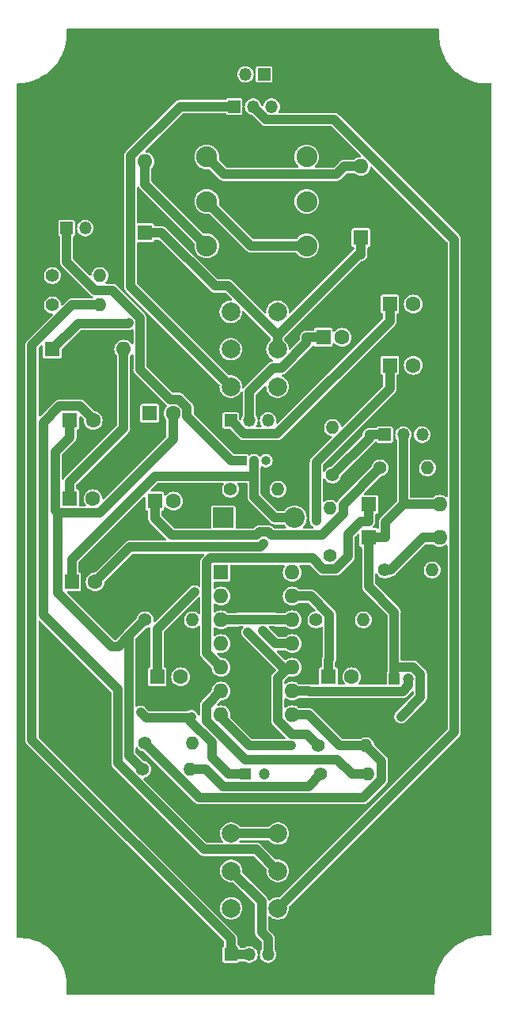
<source format=gbr>
%TF.GenerationSoftware,KiCad,Pcbnew,7.0.10-7.0.10~ubuntu22.04.1*%
%TF.CreationDate,2024-01-09T13:34:09+01:00*%
%TF.ProjectId,pedal,70656461-6c2e-46b6-9963-61645f706362,rev?*%
%TF.SameCoordinates,Original*%
%TF.FileFunction,Copper,L2,Bot*%
%TF.FilePolarity,Positive*%
%FSLAX46Y46*%
G04 Gerber Fmt 4.6, Leading zero omitted, Abs format (unit mm)*
G04 Created by KiCad (PCBNEW 7.0.10-7.0.10~ubuntu22.04.1) date 2024-01-09 13:34:09*
%MOMM*%
%LPD*%
G01*
G04 APERTURE LIST*
%TA.AperFunction,ComponentPad*%
%ADD10C,7.500000*%
%TD*%
%TA.AperFunction,ComponentPad*%
%ADD11R,1.350000X1.350000*%
%TD*%
%TA.AperFunction,ComponentPad*%
%ADD12O,1.350000X1.350000*%
%TD*%
%TA.AperFunction,ComponentPad*%
%ADD13R,2.200000X2.200000*%
%TD*%
%TA.AperFunction,ComponentPad*%
%ADD14O,2.200000X2.200000*%
%TD*%
%TA.AperFunction,ComponentPad*%
%ADD15R,1.600000X1.600000*%
%TD*%
%TA.AperFunction,ComponentPad*%
%ADD16O,1.600000X1.600000*%
%TD*%
%TA.AperFunction,ComponentPad*%
%ADD17C,1.600000*%
%TD*%
%TA.AperFunction,ComponentPad*%
%ADD18R,1.200000X1.200000*%
%TD*%
%TA.AperFunction,ComponentPad*%
%ADD19C,1.200000*%
%TD*%
%TA.AperFunction,ComponentPad*%
%ADD20C,1.400000*%
%TD*%
%TA.AperFunction,ComponentPad*%
%ADD21O,1.400000X1.400000*%
%TD*%
%TA.AperFunction,ComponentPad*%
%ADD22C,2.000000*%
%TD*%
%TA.AperFunction,ComponentPad*%
%ADD23C,2.235200*%
%TD*%
%TA.AperFunction,ComponentPad*%
%ADD24R,1.000000X1.000000*%
%TD*%
%TA.AperFunction,ComponentPad*%
%ADD25O,1.000000X1.000000*%
%TD*%
%TA.AperFunction,ViaPad*%
%ADD26C,0.800000*%
%TD*%
%TA.AperFunction,Conductor*%
%ADD27C,1.000000*%
%TD*%
G04 APERTURE END LIST*
D10*
%TO.P,J2,1,Pin_1*%
%TO.N,Earth*%
X87934800Y-133197600D03*
%TD*%
D11*
%TO.P,J6,1,Pin_1*%
%TO.N,OUT*%
X71424800Y-45262800D03*
D12*
%TO.P,J6,2,Pin_2*%
%TO.N,GND*%
X69424800Y-45262800D03*
%TD*%
D13*
%TO.P,D2,1,K*%
%TO.N,Net-(D1-A)*%
X67056000Y-92710000D03*
D14*
%TO.P,D2,2,A*%
%TO.N,Net-(D2-A)*%
X74676000Y-92710000D03*
%TD*%
D15*
%TO.P,D1,1,K*%
%TO.N,Net-(D1-K)*%
X48768000Y-74676000D03*
D16*
%TO.P,D1,2,A*%
%TO.N,Net-(D1-A)*%
X56388000Y-74676000D03*
%TD*%
D15*
%TO.P,C3,1*%
%TO.N,Net-(SW1A-A)*%
X59182000Y-81534000D03*
D17*
%TO.P,C3,2*%
%TO.N,4.5V*%
X61682000Y-81534000D03*
%TD*%
D18*
%TO.P,C2,1*%
%TO.N,Net-(D1-A)*%
X69406900Y-120142000D03*
D19*
%TO.P,C2,2*%
%TO.N,Net-(BT1--)*%
X71406900Y-120142000D03*
%TD*%
D15*
%TO.P,C1,1*%
%TO.N,4.5V*%
X50633600Y-82296000D03*
D17*
%TO.P,C1,2*%
%TO.N,Bufout*%
X53133600Y-82296000D03*
%TD*%
D20*
%TO.P,R11,1*%
%TO.N,4.5V*%
X78486000Y-96774000D03*
D21*
%TO.P,R11,2*%
%TO.N,Net-(U1C--)*%
X78486000Y-91694000D03*
%TD*%
D11*
%TO.P,RV2,1,1*%
%TO.N,Net-(U1C--)*%
X67850000Y-82296000D03*
D12*
%TO.P,RV2,2,2*%
%TO.N,Net-(C10-Pad1)*%
X69850000Y-82296000D03*
%TO.P,RV2,3,3*%
%TO.N,Net-(U1C-+)*%
X71850000Y-82296000D03*
%TD*%
D15*
%TO.P,C11,1*%
%TO.N,Net-(U1C--)*%
X84876000Y-69850000D03*
D17*
%TO.P,C11,2*%
%TO.N,GND*%
X87376000Y-69850000D03*
%TD*%
D20*
%TO.P,R9,1*%
%TO.N,Net-(D3-K)*%
X84328000Y-98298000D03*
D21*
%TO.P,R9,2*%
%TO.N,Net-(R9-Pad2)*%
X89408000Y-98298000D03*
%TD*%
D22*
%TO.P,SW3,1,A*%
%TO.N,Net-(SW3A-A)*%
X67858000Y-78676000D03*
%TO.P,SW3,2,B*%
%TO.N,Net-(SW3A-B)*%
X67858000Y-74676000D03*
%TO.P,SW3,3,C*%
%TO.N,Net-(SW3A-C)*%
X67858000Y-70676000D03*
%TO.P,SW3,4,A*%
%TO.N,Net-(SW3A-A)*%
X72858000Y-78676000D03*
%TO.P,SW3,5,B*%
%TO.N,Net-(D5-K)*%
X72858000Y-74676000D03*
%TO.P,SW3,6,C*%
%TO.N,unconnected-(SW3B-C-Pad6)*%
X72858000Y-70676000D03*
%TD*%
D23*
%TO.P,T1,1,PR1*%
%TO.N,Net-(D6-A)*%
X65278000Y-54102000D03*
%TO.P,T1,2,PM*%
%TO.N,GND*%
X65278000Y-58864500D03*
%TO.P,T1,3,PR2*%
%TO.N,Net-(D5-A)*%
X65278000Y-63627000D03*
%TO.P,T1,4,S1*%
%TO.N,Net-(SW3A-C)*%
X75971400Y-54102000D03*
%TO.P,T1,5,S2*%
%TO.N,unconnected-(T1-S2-Pad5)*%
X75971400Y-58864500D03*
%TO.P,T1,6,S2*%
%TO.N,GND*%
X75971400Y-63627000D03*
%TD*%
D15*
%TO.P,C8,1*%
%TO.N,Net-(D2-A)*%
X50840000Y-99568000D03*
D17*
%TO.P,C8,2*%
%TO.N,Net-(BT1--)*%
X53340000Y-99568000D03*
%TD*%
D20*
%TO.P,R2,1*%
%TO.N,Net-(D1-A)*%
X76962000Y-103632000D03*
D21*
%TO.P,R2,2*%
%TO.N,4.5V*%
X82042000Y-103632000D03*
%TD*%
D15*
%TO.P,U1,1*%
%TO.N,Net-(U1A--)*%
X66802000Y-98552000D03*
D16*
%TO.P,U1,2,-*%
X66802000Y-101092000D03*
%TO.P,U1,3,+*%
%TO.N,4.5V*%
X66802000Y-103632000D03*
%TO.P,U1,4,V+*%
%TO.N,Net-(D1-A)*%
X66802000Y-106172000D03*
%TO.P,U1,5,+*%
%TO.N,Net-(D3-K)*%
X66802000Y-108712000D03*
%TO.P,U1,6,-*%
%TO.N,Net-(U1B--)*%
X66802000Y-111252000D03*
%TO.P,U1,7*%
%TO.N,Net-(D3-A)*%
X66802000Y-113792000D03*
%TO.P,U1,8*%
%TO.N,Net-(R12-Pad2)*%
X74422000Y-113792000D03*
%TO.P,U1,9,-*%
%TO.N,Net-(U1C--)*%
X74422000Y-111252000D03*
%TO.P,U1,10,+*%
%TO.N,Net-(U1C-+)*%
X74422000Y-108712000D03*
%TO.P,U1,11,V-*%
%TO.N,Net-(BT1--)*%
X74422000Y-106172000D03*
%TO.P,U1,12,+*%
%TO.N,4.5V*%
X74422000Y-103632000D03*
%TO.P,U1,13,-*%
%TO.N,Net-(U1D--)*%
X74422000Y-101092000D03*
%TO.P,U1,14*%
X74422000Y-98552000D03*
%TD*%
D20*
%TO.P,R4,1*%
%TO.N,4.5V*%
X48768000Y-69952000D03*
D21*
%TO.P,R4,2*%
%TO.N,GND*%
X53848000Y-69952000D03*
%TD*%
D15*
%TO.P,C6,1*%
%TO.N,Net-(U1D--)*%
X78296900Y-109728000D03*
D17*
%TO.P,C6,2*%
%TO.N,OUT*%
X80796900Y-109728000D03*
%TD*%
D10*
%TO.P,J3,1,Pin_1*%
%TO.N,Earth*%
X53086000Y-49276000D03*
%TD*%
D20*
%TO.P,R3,1*%
%TO.N,4.5V*%
X48768000Y-66802000D03*
D21*
%TO.P,R3,2*%
%TO.N,Net-(BT1--)*%
X53848000Y-66802000D03*
%TD*%
D11*
%TO.P,J1,1,Pin_1*%
%TO.N,GND*%
X67850000Y-139446000D03*
D12*
%TO.P,J1,2,Pin_2*%
X69850000Y-139446000D03*
%TO.P,J1,3,Pin_3*%
%TO.N,Net-(J1-Pin_3)*%
X71850000Y-139446000D03*
%TD*%
D15*
%TO.P,C12,1*%
%TO.N,Net-(C12-Pad1)*%
X84876000Y-76400000D03*
D17*
%TO.P,C12,2*%
%TO.N,Net-(SW3A-B)*%
X87376000Y-76400000D03*
%TD*%
D11*
%TO.P,BT1,1,+*%
%TO.N,Net-(BT1-+)*%
X50292000Y-61722000D03*
D12*
%TO.P,BT1,2,-*%
%TO.N,Net-(BT1--)*%
X52292000Y-61722000D03*
%TD*%
D15*
%TO.P,D6,1,K*%
%TO.N,Net-(D5-K)*%
X81788000Y-62738000D03*
D16*
%TO.P,D6,2,A*%
%TO.N,Net-(D6-A)*%
X81788000Y-55118000D03*
%TD*%
D20*
%TO.P,R5,1*%
%TO.N,4.5V*%
X58420000Y-119634000D03*
D21*
%TO.P,R5,2*%
%TO.N,Out1*%
X63500000Y-119634000D03*
%TD*%
D20*
%TO.P,R12,1*%
%TO.N,Net-(U1C-+)*%
X77216000Y-117094000D03*
D21*
%TO.P,R12,2*%
%TO.N,Net-(R12-Pad2)*%
X82296000Y-117094000D03*
%TD*%
D10*
%TO.P,J5,1,Pin_1*%
%TO.N,Earth*%
X53340000Y-133350000D03*
%TD*%
D22*
%TO.P,SW1,1,A*%
%TO.N,Net-(SW1A-A)*%
X67898000Y-134492000D03*
%TO.P,SW1,2,B*%
%TO.N,Net-(J1-Pin_3)*%
X67898000Y-130492000D03*
%TO.P,SW1,3,C*%
%TO.N,Bypass*%
X67898000Y-126492000D03*
%TO.P,SW1,4,A*%
%TO.N,Net-(SW1B-A)*%
X72898000Y-134492000D03*
%TO.P,SW1,5,B*%
%TO.N,Bufout*%
X72898000Y-130492000D03*
%TO.P,SW1,6,C*%
%TO.N,Bypass*%
X72898000Y-126492000D03*
%TD*%
D20*
%TO.P,R6,1*%
%TO.N,Net-(D1-K)*%
X67818000Y-89662000D03*
D21*
%TO.P,R6,2*%
%TO.N,Net-(BT1--)*%
X72898000Y-89662000D03*
%TD*%
D15*
%TO.P,C10,1*%
%TO.N,Net-(C10-Pad1)*%
X77756000Y-73406000D03*
D17*
%TO.P,C10,2*%
%TO.N,Net-(C10-Pad2)*%
X79756000Y-73406000D03*
%TD*%
D20*
%TO.P,R13,1*%
%TO.N,Net-(R12-Pad2)*%
X58674000Y-116840000D03*
D21*
%TO.P,R13,2*%
%TO.N,Net-(C12-Pad1)*%
X63754000Y-116840000D03*
%TD*%
D20*
%TO.P,R10,1*%
%TO.N,GND*%
X78740000Y-88138000D03*
D21*
%TO.P,R10,2*%
%TO.N,Net-(C10-Pad2)*%
X78740000Y-83058000D03*
%TD*%
D11*
%TO.P,RV3,1,1*%
%TO.N,Net-(SW3A-A)*%
X68237600Y-48717200D03*
D12*
%TO.P,RV3,2,2*%
%TO.N,Net-(SW1B-A)*%
X70237600Y-48717200D03*
%TO.P,RV3,3,3*%
%TO.N,GND*%
X72237600Y-48717200D03*
%TD*%
D24*
%TO.P,SW2,1,A*%
%TO.N,Net-(BT1-+)*%
X69088000Y-86614000D03*
D25*
%TO.P,SW2,2,B*%
%TO.N,Net-(D2-A)*%
X70358000Y-86614000D03*
%TO.P,SW2,3,C*%
%TO.N,unconnected-(SW2-C-Pad3)*%
X71628000Y-86614000D03*
%TD*%
D18*
%TO.P,C9,1*%
%TO.N,Net-(D3-A)*%
X85344000Y-109982000D03*
D19*
%TO.P,C9,2*%
%TO.N,Net-(U1C--)*%
X86844000Y-109982000D03*
%TD*%
D20*
%TO.P,R8,1*%
%TO.N,Net-(C4-Pad1)*%
X83820000Y-87376000D03*
D21*
%TO.P,R8,2*%
%TO.N,Net-(D3-K)*%
X88900000Y-87376000D03*
%TD*%
D15*
%TO.P,D3,1,K*%
%TO.N,Net-(D3-K)*%
X82604000Y-91278000D03*
D16*
%TO.P,D3,2,A*%
%TO.N,Net-(D3-A)*%
X90224000Y-91278000D03*
%TD*%
D15*
%TO.P,C5,1*%
%TO.N,Net-(U1A--)*%
X59984000Y-109728000D03*
D17*
%TO.P,C5,2*%
%TO.N,Out1*%
X62484000Y-109728000D03*
%TD*%
D20*
%TO.P,R7,1*%
%TO.N,Out1*%
X77470000Y-120142000D03*
D21*
%TO.P,R7,2*%
%TO.N,Net-(U1B--)*%
X82550000Y-120142000D03*
%TD*%
D15*
%TO.P,D4,1,K*%
%TO.N,Net-(D3-A)*%
X82604000Y-94828000D03*
D16*
%TO.P,D4,2,A*%
%TO.N,Net-(D3-K)*%
X90224000Y-94828000D03*
%TD*%
D15*
%TO.P,C4,1*%
%TO.N,Net-(C4-Pad1)*%
X59722000Y-90932000D03*
D17*
%TO.P,C4,2*%
%TO.N,GND*%
X61722000Y-90932000D03*
%TD*%
D15*
%TO.P,C7,1*%
%TO.N,Net-(D1-A)*%
X50610900Y-90678000D03*
D17*
%TO.P,C7,2*%
%TO.N,Net-(BT1--)*%
X53110900Y-90678000D03*
%TD*%
D20*
%TO.P,R1,1*%
%TO.N,4.5V*%
X58674000Y-103632000D03*
D21*
%TO.P,R1,2*%
%TO.N,GND*%
X63754000Y-103632000D03*
%TD*%
D15*
%TO.P,D5,1,K*%
%TO.N,Net-(D5-K)*%
X58674000Y-62230000D03*
D16*
%TO.P,D5,2,A*%
%TO.N,Net-(D5-A)*%
X58674000Y-54610000D03*
%TD*%
D10*
%TO.P,J4,1,Pin_1*%
%TO.N,Earth*%
X86360000Y-49276000D03*
%TD*%
D11*
%TO.P,RV1,1,1*%
%TO.N,GND*%
X84335100Y-83820000D03*
D12*
%TO.P,RV1,2,2*%
%TO.N,Net-(D3-A)*%
X86335100Y-83820000D03*
%TO.P,RV1,3,3*%
%TO.N,Net-(R9-Pad2)*%
X88335100Y-83820000D03*
%TD*%
D26*
%TO.N,Earth*%
X69291200Y-108915200D03*
X76352400Y-99110800D03*
X57810400Y-79044800D03*
X48310800Y-78486000D03*
X64770000Y-90932000D03*
X63042800Y-97942400D03*
X63703200Y-106781600D03*
X82550000Y-106578400D03*
X61620400Y-68021200D03*
X71983600Y-66548000D03*
%TO.N,Net-(D1-A)*%
X63634400Y-113985500D03*
X58204500Y-113498700D03*
%TO.N,Net-(U1C-+)*%
X69684500Y-104953300D03*
%TO.N,Net-(C12-Pad1)*%
X77004500Y-93003200D03*
%TO.N,Net-(D3-A)*%
X86050600Y-113985500D03*
X74349500Y-117100400D03*
%TO.N,Net-(U1A--)*%
X63952100Y-100648700D03*
%TO.N,Net-(D1-K)*%
X56930300Y-71852600D03*
%TO.N,Net-(BT1--)*%
X71396200Y-95450400D03*
X71309200Y-104820200D03*
%TD*%
D27*
%TO.N,Net-(D1-A)*%
X63489900Y-114130000D02*
X63489900Y-114421100D01*
X63489900Y-114421100D02*
X65836800Y-116768000D01*
X65836800Y-116768000D02*
X65836800Y-118313200D01*
X65836800Y-118313200D02*
X67665600Y-120142000D01*
X67665600Y-120142000D02*
X69406900Y-120142000D01*
%TO.N,Net-(D1-K)*%
X56930300Y-71852600D02*
X56850100Y-71932800D01*
X56850100Y-71932800D02*
X51511200Y-71932800D01*
X51511200Y-71932800D02*
X48768000Y-74676000D01*
%TO.N,Net-(BT1-+)*%
X50292000Y-61722000D02*
X50292000Y-65318700D01*
X58132200Y-71354700D02*
X58132200Y-76826600D01*
X50292000Y-65318700D02*
X53350300Y-68377000D01*
X53350300Y-68377000D02*
X55154500Y-68377000D01*
X55154500Y-68377000D02*
X58132200Y-71354700D01*
X58132200Y-76826600D02*
X61339600Y-80034000D01*
X61339600Y-80034000D02*
X62303321Y-80034000D01*
X62303321Y-80034000D02*
X63182000Y-80912679D01*
X63182000Y-81876400D02*
X67919600Y-86614000D01*
X63182000Y-80912679D02*
X63182000Y-81876400D01*
X67919600Y-86614000D02*
X69088000Y-86614000D01*
%TO.N,Net-(D3-A)*%
X74349500Y-117100400D02*
X69856400Y-117100400D01*
X69856400Y-117100400D02*
X66802000Y-114046000D01*
X66802000Y-114046000D02*
X66802000Y-113792000D01*
%TO.N,Bufout*%
X72898000Y-130492000D02*
X70599900Y-128193900D01*
X70599900Y-128193900D02*
X65000001Y-128193900D01*
X65000001Y-128193900D02*
X55771100Y-118964999D01*
X55771100Y-118964999D02*
X55771100Y-111041500D01*
X47816600Y-82511600D02*
X49541200Y-80787000D01*
X55771100Y-111041500D02*
X47816600Y-103087000D01*
X53133600Y-82170300D02*
X53133600Y-82296000D01*
X47816600Y-103087000D02*
X47816600Y-82511600D01*
X49541200Y-80787000D02*
X51750300Y-80787000D01*
X51750300Y-80787000D02*
X53133600Y-82170300D01*
%TO.N,4.5V*%
X49339800Y-92204100D02*
X49338100Y-92205800D01*
X49338100Y-92205800D02*
X49338100Y-100751400D01*
X49338100Y-100751400D02*
X55063500Y-106476800D01*
X55063500Y-106476800D02*
X55829200Y-106476800D01*
X55829200Y-106476800D02*
X56971100Y-105334900D01*
%TO.N,Net-(D2-A)*%
X74676000Y-92710000D02*
X72576000Y-92710000D01*
X59789900Y-88244600D02*
X70358000Y-88244600D01*
X50840000Y-97194500D02*
X59789900Y-88244600D01*
X50840000Y-99568000D02*
X50840000Y-97194500D01*
X70358000Y-86614000D02*
X70358000Y-88244600D01*
X70358000Y-90492000D02*
X72576000Y-92710000D01*
X70358000Y-88244600D02*
X70358000Y-90492000D01*
%TO.N,Net-(D1-A)*%
X50610900Y-90678000D02*
X50610900Y-88878000D01*
X56388000Y-83100900D02*
X56388000Y-74676000D01*
X50610900Y-88878000D02*
X56388000Y-83100900D01*
X63634400Y-113985500D02*
X63489900Y-114130000D01*
X58835800Y-114130000D02*
X58204500Y-113498700D01*
X63489900Y-114130000D02*
X58835800Y-114130000D01*
%TO.N,Net-(J1-Pin_3)*%
X71156100Y-137077100D02*
X71850000Y-137771000D01*
X71156100Y-133750100D02*
X71156100Y-137077100D01*
X67898000Y-130492000D02*
X71156100Y-133750100D01*
X71850000Y-139446000D02*
X71850000Y-137771000D01*
%TO.N,Net-(SW1B-A)*%
X71614500Y-50094100D02*
X70237600Y-48717200D01*
X78923400Y-50094100D02*
X71614500Y-50094100D01*
X91756900Y-62927600D02*
X78923400Y-50094100D01*
X91756900Y-115633100D02*
X91756900Y-62927600D01*
X72898000Y-134492000D02*
X91756900Y-115633100D01*
%TO.N,Net-(SW3A-A)*%
X62440900Y-48717200D02*
X68237600Y-48717200D01*
X57123600Y-54034500D02*
X62440900Y-48717200D01*
X57123600Y-67941600D02*
X57123600Y-54034500D01*
X67858000Y-78676000D02*
X57123600Y-67941600D01*
%TO.N,Bypass*%
X72898000Y-126492000D02*
X67898000Y-126492000D01*
%TO.N,Net-(R12-Pad2)*%
X82296000Y-117094000D02*
X80596000Y-117094000D01*
X83987300Y-118785300D02*
X82296000Y-117094000D01*
X83987300Y-120694900D02*
X83987300Y-118785300D01*
X82007800Y-122674400D02*
X83987300Y-120694900D01*
X64508400Y-122674400D02*
X82007800Y-122674400D01*
X58674000Y-116840000D02*
X64508400Y-122674400D01*
X79524000Y-117094000D02*
X80596000Y-117094000D01*
X76222000Y-113792000D02*
X79524000Y-117094000D01*
X74422000Y-113792000D02*
X76222000Y-113792000D01*
%TO.N,Net-(U1C-+)*%
X73732100Y-109000900D02*
X69684500Y-104953300D01*
X74021000Y-108712000D02*
X74422000Y-108712000D01*
X73732100Y-109000900D02*
X74021000Y-108712000D01*
X72883700Y-109849300D02*
X73732100Y-109000900D01*
X72883700Y-114378400D02*
X72883700Y-109849300D01*
X74403800Y-115898500D02*
X72883700Y-114378400D01*
X76020500Y-115898500D02*
X74403800Y-115898500D01*
X77216000Y-117094000D02*
X76020500Y-115898500D01*
%TO.N,Net-(U1B--)*%
X79262400Y-118554400D02*
X80850000Y-120142000D01*
X69382500Y-118554400D02*
X79262400Y-118554400D01*
X65254300Y-114426200D02*
X69382500Y-118554400D01*
X65254300Y-112799700D02*
X65254300Y-114426200D01*
X66802000Y-111252000D02*
X65254300Y-112799700D01*
X82550000Y-120142000D02*
X80850000Y-120142000D01*
%TO.N,Net-(D6-A)*%
X67147200Y-55971200D02*
X65278000Y-54102000D01*
X79134800Y-55971200D02*
X67147200Y-55971200D01*
X79988000Y-55118000D02*
X79134800Y-55971200D01*
X81788000Y-55118000D02*
X79988000Y-55118000D01*
%TO.N,Net-(D5-A)*%
X58674000Y-57023000D02*
X65278000Y-63627000D01*
X58674000Y-54610000D02*
X58674000Y-57023000D01*
%TO.N,Net-(D5-K)*%
X58674000Y-62230000D02*
X60474000Y-62230000D01*
X81512100Y-64538000D02*
X72858000Y-73192100D01*
X81788000Y-64538000D02*
X81512100Y-64538000D01*
X67585000Y-67919100D02*
X72858000Y-73192100D01*
X66163100Y-67919100D02*
X67585000Y-67919100D01*
X60474000Y-62230000D02*
X66163100Y-67919100D01*
X72858000Y-73192100D02*
X72858000Y-74676000D01*
X81788000Y-62738000D02*
X81788000Y-64538000D01*
%TO.N,Net-(D3-K)*%
X82604000Y-91278000D02*
X82604000Y-93078000D01*
X81760000Y-93078000D02*
X82604000Y-93078000D01*
X80410700Y-94427300D02*
X81760000Y-93078000D01*
X80410700Y-96855700D02*
X80410700Y-94427300D01*
X79072900Y-98193500D02*
X80410700Y-96855700D01*
X77735000Y-98193500D02*
X79072900Y-98193500D01*
X76586800Y-97045300D02*
X77735000Y-98193500D01*
X65697200Y-97045300D02*
X76586800Y-97045300D01*
X65295100Y-97447400D02*
X65697200Y-97045300D01*
X65295100Y-107205100D02*
X65295100Y-97447400D01*
X66802000Y-108712000D02*
X65295100Y-107205100D01*
X84954000Y-98298000D02*
X84328000Y-98298000D01*
X88424000Y-94828000D02*
X84954000Y-98298000D01*
X90224000Y-94828000D02*
X88424000Y-94828000D01*
%TO.N,Net-(C12-Pad1)*%
X77004500Y-86788200D02*
X77004500Y-93003200D01*
X84876000Y-78916700D02*
X77004500Y-86788200D01*
X84876000Y-76400000D02*
X84876000Y-78916700D01*
%TO.N,Net-(C10-Pad1)*%
X69850000Y-79227800D02*
X69850000Y-82296000D01*
X72401800Y-76676000D02*
X69850000Y-79227800D01*
X73276600Y-76676000D02*
X72401800Y-76676000D01*
X75956000Y-73996600D02*
X73276600Y-76676000D01*
X75956000Y-73406000D02*
X75956000Y-73996600D01*
X77756000Y-73406000D02*
X75956000Y-73406000D01*
%TO.N,Net-(U1C--)*%
X69264100Y-83710100D02*
X67850000Y-82296000D01*
X72815900Y-83710100D02*
X69264100Y-83710100D01*
X84876000Y-71650000D02*
X72815900Y-83710100D01*
X84876000Y-69850000D02*
X84876000Y-71650000D01*
X76259200Y-111289200D02*
X76222000Y-111252000D01*
X86229400Y-111289200D02*
X76259200Y-111289200D01*
X86844000Y-110674600D02*
X86229400Y-111289200D01*
X86844000Y-109982000D02*
X86844000Y-110674600D01*
X74422000Y-111252000D02*
X76222000Y-111252000D01*
%TO.N,Net-(D3-A)*%
X90224000Y-91278000D02*
X88424000Y-91278000D01*
X86335100Y-91278000D02*
X88424000Y-91278000D01*
X86335100Y-91278000D02*
X86335100Y-83820000D01*
X84404000Y-93209100D02*
X86335100Y-91278000D01*
X84404000Y-94828000D02*
X84404000Y-93209100D01*
X82604000Y-94828000D02*
X84404000Y-94828000D01*
X85344000Y-102804900D02*
X85344000Y-108677200D01*
X82604000Y-100064900D02*
X85344000Y-102804900D01*
X82604000Y-94828000D02*
X82604000Y-100064900D01*
X85344000Y-108677200D02*
X85344000Y-109982000D01*
X88150700Y-111885400D02*
X86050600Y-113985500D01*
X88150700Y-109436700D02*
X88150700Y-111885400D01*
X87391200Y-108677200D02*
X88150700Y-109436700D01*
X85344000Y-108677200D02*
X87391200Y-108677200D01*
%TO.N,Net-(U1D--)*%
X78421800Y-107803100D02*
X78296900Y-107928000D01*
X78421800Y-103062200D02*
X78421800Y-107803100D01*
X76451600Y-101092000D02*
X78421800Y-103062200D01*
X74422000Y-101092000D02*
X76451600Y-101092000D01*
X78296900Y-109728000D02*
X78296900Y-107928000D01*
%TO.N,Out1*%
X63500000Y-119634000D02*
X65200000Y-119634000D01*
X76141200Y-121470800D02*
X77470000Y-120142000D01*
X67036800Y-121470800D02*
X76141200Y-121470800D01*
X65200000Y-119634000D02*
X67036800Y-121470800D01*
%TO.N,Net-(U1A--)*%
X59984000Y-104616800D02*
X59984000Y-109728000D01*
X63952100Y-100648700D02*
X59984000Y-104616800D01*
%TO.N,GND*%
X67850000Y-139446000D02*
X67850000Y-138608500D01*
X67850000Y-138608500D02*
X67850000Y-137771000D01*
X68175000Y-138933500D02*
X68175000Y-139446000D01*
X67850000Y-138608500D02*
X68175000Y-138933500D01*
X69850000Y-139446000D02*
X68175000Y-139446000D01*
X82660100Y-84217900D02*
X78740000Y-88138000D01*
X82660100Y-83820000D02*
X82660100Y-84217900D01*
X84335100Y-83820000D02*
X82660100Y-83820000D01*
X70040500Y-63627000D02*
X75971400Y-63627000D01*
X65278000Y-58864500D02*
X70040500Y-63627000D01*
X46569700Y-116490700D02*
X67850000Y-137771000D01*
X46569700Y-74259200D02*
X46569700Y-116490700D01*
X50876900Y-69952000D02*
X46569700Y-74259200D01*
X53848000Y-69952000D02*
X50876900Y-69952000D01*
%TO.N,Net-(C4-Pad1)*%
X59722000Y-90932000D02*
X59722000Y-92732000D01*
X61532400Y-94542400D02*
X59722000Y-92732000D01*
X70604500Y-94542400D02*
X61532400Y-94542400D01*
X70898400Y-94248500D02*
X70604500Y-94542400D01*
X71894100Y-94248500D02*
X70898400Y-94248500D01*
X72188000Y-94542400D02*
X71894100Y-94248500D01*
X77641800Y-94542400D02*
X72188000Y-94542400D01*
X79901700Y-92282500D02*
X77641800Y-94542400D01*
X79901700Y-91294300D02*
X79901700Y-92282500D01*
X83820000Y-87376000D02*
X79901700Y-91294300D01*
%TO.N,4.5V*%
X50633600Y-82296000D02*
X50633600Y-84096000D01*
X68667000Y-103567000D02*
X68602000Y-103632000D01*
X72557000Y-103567000D02*
X68667000Y-103567000D01*
X72622000Y-103632000D02*
X72557000Y-103567000D01*
X74422000Y-103632000D02*
X72622000Y-103632000D01*
X66802000Y-103632000D02*
X68602000Y-103632000D01*
X53793600Y-92204100D02*
X49339800Y-92204100D01*
X61682000Y-84315700D02*
X53793600Y-92204100D01*
X61682000Y-81534000D02*
X61682000Y-84315700D01*
X58674000Y-103632000D02*
X56971100Y-105334900D01*
X56971100Y-118185100D02*
X56971100Y-105334900D01*
X58420000Y-119634000D02*
X56971100Y-118185100D01*
X49063400Y-85666200D02*
X50633600Y-84096000D01*
X49063400Y-91927700D02*
X49063400Y-85666200D01*
X49339800Y-92204100D02*
X49063400Y-91927700D01*
%TO.N,Net-(BT1--)*%
X71003200Y-95843400D02*
X71396200Y-95450400D01*
X57064600Y-95843400D02*
X71003200Y-95843400D01*
X53340000Y-99568000D02*
X57064600Y-95843400D01*
X72622000Y-106133000D02*
X71309200Y-104820200D01*
X72622000Y-106172000D02*
X72622000Y-106133000D01*
X74422000Y-106172000D02*
X72622000Y-106172000D01*
%TD*%
%TA.AperFunction,Conductor*%
%TO.N,Earth*%
G36*
X64513934Y-101180037D02*
G01*
X64569867Y-101221909D01*
X64594284Y-101287373D01*
X64594600Y-101296219D01*
X64594600Y-102896774D01*
X64574915Y-102963813D01*
X64522111Y-103009568D01*
X64452953Y-103019512D01*
X64389397Y-102990487D01*
X64378450Y-102979746D01*
X64359870Y-102959111D01*
X64206734Y-102847851D01*
X64206729Y-102847848D01*
X64033807Y-102770857D01*
X64033802Y-102770855D01*
X63876065Y-102737328D01*
X63848646Y-102731500D01*
X63659354Y-102731500D01*
X63631935Y-102737328D01*
X63474197Y-102770855D01*
X63474192Y-102770857D01*
X63301270Y-102847848D01*
X63301265Y-102847851D01*
X63148129Y-102959111D01*
X63021466Y-103099785D01*
X62926821Y-103263715D01*
X62926818Y-103263722D01*
X62868327Y-103443740D01*
X62868326Y-103443744D01*
X62848540Y-103632000D01*
X62868326Y-103820256D01*
X62868327Y-103820259D01*
X62926818Y-104000277D01*
X62926821Y-104000284D01*
X63021467Y-104164216D01*
X63125364Y-104279605D01*
X63148129Y-104304888D01*
X63301265Y-104416148D01*
X63301270Y-104416151D01*
X63474192Y-104493142D01*
X63474197Y-104493144D01*
X63659354Y-104532500D01*
X63659355Y-104532500D01*
X63848644Y-104532500D01*
X63848646Y-104532500D01*
X64033803Y-104493144D01*
X64206730Y-104416151D01*
X64359871Y-104304888D01*
X64378451Y-104284252D01*
X64437935Y-104247605D01*
X64507792Y-104248934D01*
X64565841Y-104287820D01*
X64593651Y-104351916D01*
X64594600Y-104367225D01*
X64594600Y-107180178D01*
X64594374Y-107187666D01*
X64590742Y-107247703D01*
X64590742Y-107247705D01*
X64601583Y-107306870D01*
X64602710Y-107314271D01*
X64609959Y-107373971D01*
X64609960Y-107373974D01*
X64613551Y-107383443D01*
X64619574Y-107405046D01*
X64621404Y-107415030D01*
X64646091Y-107469882D01*
X64648954Y-107476794D01*
X64670282Y-107533030D01*
X64670283Y-107533031D01*
X64676036Y-107541366D01*
X64687061Y-107560913D01*
X64691220Y-107570155D01*
X64691224Y-107570160D01*
X64728315Y-107617503D01*
X64732755Y-107623538D01*
X64766912Y-107673024D01*
X64766916Y-107673029D01*
X64811928Y-107712905D01*
X64817383Y-107718040D01*
X65763681Y-108664338D01*
X65797166Y-108725661D01*
X65799403Y-108739865D01*
X65815975Y-108908129D01*
X65873188Y-109096733D01*
X65966086Y-109270532D01*
X65966090Y-109270539D01*
X66091116Y-109422883D01*
X66243460Y-109547909D01*
X66243467Y-109547913D01*
X66417266Y-109640811D01*
X66417269Y-109640811D01*
X66417273Y-109640814D01*
X66605868Y-109698024D01*
X66802000Y-109717341D01*
X66998132Y-109698024D01*
X67186727Y-109640814D01*
X67189433Y-109639368D01*
X67280598Y-109590639D01*
X67360538Y-109547910D01*
X67512883Y-109422883D01*
X67637910Y-109270538D01*
X67694321Y-109165000D01*
X67730811Y-109096733D01*
X67730811Y-109096732D01*
X67730814Y-109096727D01*
X67788024Y-108908132D01*
X67807341Y-108712000D01*
X67788024Y-108515868D01*
X67730814Y-108327273D01*
X67730811Y-108327269D01*
X67730811Y-108327266D01*
X67637913Y-108153467D01*
X67637909Y-108153460D01*
X67512883Y-108001116D01*
X67360539Y-107876090D01*
X67360532Y-107876086D01*
X67186733Y-107783188D01*
X67186727Y-107783186D01*
X66998132Y-107725976D01*
X66998129Y-107725975D01*
X66829865Y-107709403D01*
X66765078Y-107683242D01*
X66754338Y-107673681D01*
X66428837Y-107348180D01*
X66395352Y-107286857D01*
X66400336Y-107217165D01*
X66442208Y-107161232D01*
X66507672Y-107136815D01*
X66552512Y-107141838D01*
X66584395Y-107151510D01*
X66605867Y-107158024D01*
X66623452Y-107159755D01*
X66802000Y-107177341D01*
X66998132Y-107158024D01*
X67186727Y-107100814D01*
X67195996Y-107095860D01*
X67302094Y-107039149D01*
X67360538Y-107007910D01*
X67512883Y-106882883D01*
X67637910Y-106730538D01*
X67730814Y-106556727D01*
X67788024Y-106368132D01*
X67807341Y-106172000D01*
X67788024Y-105975868D01*
X67730814Y-105787273D01*
X67730811Y-105787269D01*
X67730811Y-105787266D01*
X67637913Y-105613467D01*
X67637909Y-105613460D01*
X67512883Y-105461116D01*
X67360539Y-105336090D01*
X67360532Y-105336086D01*
X67186733Y-105243188D01*
X67186727Y-105243186D01*
X66998132Y-105185976D01*
X66998129Y-105185975D01*
X66802000Y-105166659D01*
X66605870Y-105185975D01*
X66417266Y-105243188D01*
X66243467Y-105336086D01*
X66243460Y-105336090D01*
X66198264Y-105373182D01*
X66133954Y-105400494D01*
X66065086Y-105388702D01*
X66013527Y-105341550D01*
X65995600Y-105277328D01*
X65995600Y-104526671D01*
X66015285Y-104459632D01*
X66068089Y-104413877D01*
X66137247Y-104403933D01*
X66198265Y-104430818D01*
X66243460Y-104467909D01*
X66243467Y-104467913D01*
X66417266Y-104560811D01*
X66417269Y-104560811D01*
X66417273Y-104560814D01*
X66605868Y-104618024D01*
X66802000Y-104637341D01*
X66998132Y-104618024D01*
X67186727Y-104560814D01*
X67266621Y-104518110D01*
X67294728Y-104503086D01*
X67360538Y-104467910D01*
X67491238Y-104360646D01*
X67555546Y-104333334D01*
X67569902Y-104332500D01*
X68577079Y-104332500D01*
X68584566Y-104332725D01*
X68644606Y-104336358D01*
X68703782Y-104325513D01*
X68711185Y-104324387D01*
X68714921Y-104323933D01*
X68770872Y-104317140D01*
X68780335Y-104313550D01*
X68801961Y-104307522D01*
X68802893Y-104307351D01*
X68811932Y-104305695D01*
X68866800Y-104280999D01*
X68873687Y-104278147D01*
X68880524Y-104275554D01*
X68924487Y-104267500D01*
X69080280Y-104267500D01*
X69147319Y-104287185D01*
X69193074Y-104339989D01*
X69203018Y-104409147D01*
X69173993Y-104472703D01*
X69167961Y-104479181D01*
X69129031Y-104518110D01*
X69129030Y-104518111D01*
X69041022Y-104663693D01*
X68990414Y-104826105D01*
X68980142Y-104995903D01*
X68980142Y-104995905D01*
X69010804Y-105163231D01*
X69010806Y-105163235D01*
X69080622Y-105318357D01*
X69094512Y-105336086D01*
X69159212Y-105418670D01*
X72653761Y-108913218D01*
X72687246Y-108974541D01*
X72682262Y-109044233D01*
X72653761Y-109088580D01*
X72405990Y-109336351D01*
X72400538Y-109341483D01*
X72355519Y-109381368D01*
X72321349Y-109430869D01*
X72316913Y-109436897D01*
X72279824Y-109484238D01*
X72279819Y-109484248D01*
X72275660Y-109493488D01*
X72264642Y-109513023D01*
X72258887Y-109521361D01*
X72258879Y-109521376D01*
X72237553Y-109577605D01*
X72234689Y-109584520D01*
X72210005Y-109639368D01*
X72208177Y-109649342D01*
X72202153Y-109670953D01*
X72198560Y-109680427D01*
X72198560Y-109680428D01*
X72191310Y-109740127D01*
X72190183Y-109747527D01*
X72179342Y-109806689D01*
X72179342Y-109806695D01*
X72182974Y-109866732D01*
X72183200Y-109874220D01*
X72183200Y-114353478D01*
X72182974Y-114360966D01*
X72179342Y-114421003D01*
X72179342Y-114421005D01*
X72190183Y-114480170D01*
X72191310Y-114487571D01*
X72198559Y-114547271D01*
X72198560Y-114547274D01*
X72202151Y-114556743D01*
X72208174Y-114578346D01*
X72210004Y-114588330D01*
X72210005Y-114588332D01*
X72227817Y-114627910D01*
X72234691Y-114643182D01*
X72237554Y-114650094D01*
X72258882Y-114706330D01*
X72258883Y-114706331D01*
X72264636Y-114714666D01*
X72275661Y-114734213D01*
X72279820Y-114743455D01*
X72279824Y-114743460D01*
X72316915Y-114790803D01*
X72321355Y-114796838D01*
X72355512Y-114846324D01*
X72355516Y-114846329D01*
X72400528Y-114886205D01*
X72405983Y-114891340D01*
X73702862Y-116188219D01*
X73736347Y-116249542D01*
X73731363Y-116319234D01*
X73689491Y-116375167D01*
X73624027Y-116399584D01*
X73615181Y-116399900D01*
X70197919Y-116399900D01*
X70130880Y-116380215D01*
X70110238Y-116363581D01*
X67824721Y-114078064D01*
X67791236Y-114016741D01*
X67788999Y-113978229D01*
X67790394Y-113964067D01*
X67807341Y-113792000D01*
X67788024Y-113595868D01*
X67730814Y-113407273D01*
X67730811Y-113407269D01*
X67730811Y-113407266D01*
X67637913Y-113233467D01*
X67637909Y-113233460D01*
X67512883Y-113081116D01*
X67360539Y-112956090D01*
X67360532Y-112956086D01*
X67186733Y-112863188D01*
X67186727Y-112863186D01*
X67053540Y-112822784D01*
X66998129Y-112805975D01*
X66802000Y-112786659D01*
X66605867Y-112805976D01*
X66552511Y-112822161D01*
X66482644Y-112822784D01*
X66423532Y-112785535D01*
X66393941Y-112722241D01*
X66403268Y-112652996D01*
X66428832Y-112615823D01*
X66754339Y-112290316D01*
X66815660Y-112256833D01*
X66829855Y-112254597D01*
X66998132Y-112238024D01*
X67186727Y-112180814D01*
X67360538Y-112087910D01*
X67512883Y-111962883D01*
X67637910Y-111810538D01*
X67730814Y-111636727D01*
X67788024Y-111448132D01*
X67807341Y-111252000D01*
X67788024Y-111055868D01*
X67730814Y-110867273D01*
X67730811Y-110867269D01*
X67730811Y-110867266D01*
X67637913Y-110693467D01*
X67637909Y-110693460D01*
X67512883Y-110541116D01*
X67360539Y-110416090D01*
X67360532Y-110416086D01*
X67186733Y-110323188D01*
X67186727Y-110323186D01*
X66998132Y-110265976D01*
X66998129Y-110265975D01*
X66802000Y-110246659D01*
X66605870Y-110265975D01*
X66417266Y-110323188D01*
X66243467Y-110416086D01*
X66243460Y-110416090D01*
X66091116Y-110541116D01*
X65966090Y-110693460D01*
X65966086Y-110693467D01*
X65873188Y-110867266D01*
X65815975Y-111055870D01*
X65799403Y-111224133D01*
X65773242Y-111288921D01*
X65763681Y-111299660D01*
X64776590Y-112286751D01*
X64771138Y-112291883D01*
X64726119Y-112331768D01*
X64691949Y-112381269D01*
X64687513Y-112387297D01*
X64650424Y-112434638D01*
X64650419Y-112434648D01*
X64646260Y-112443888D01*
X64635242Y-112463423D01*
X64629487Y-112471761D01*
X64629479Y-112471776D01*
X64608153Y-112528005D01*
X64605289Y-112534920D01*
X64580605Y-112589768D01*
X64578777Y-112599742D01*
X64572753Y-112621353D01*
X64569160Y-112630827D01*
X64569160Y-112630828D01*
X64561910Y-112690527D01*
X64560783Y-112697927D01*
X64549942Y-112757089D01*
X64549942Y-112757095D01*
X64553574Y-112817132D01*
X64553800Y-112824620D01*
X64553800Y-113766628D01*
X64534115Y-113833667D01*
X64481311Y-113879422D01*
X64412153Y-113889366D01*
X64348597Y-113860341D01*
X64311414Y-113803518D01*
X64302705Y-113775568D01*
X64277878Y-113695894D01*
X64189872Y-113550315D01*
X64189870Y-113550313D01*
X64189869Y-113550311D01*
X64069588Y-113430030D01*
X64068711Y-113429500D01*
X63924006Y-113342022D01*
X63761596Y-113291414D01*
X63676695Y-113286278D01*
X63591796Y-113281142D01*
X63591792Y-113281142D01*
X63424469Y-113311804D01*
X63424464Y-113311806D01*
X63269343Y-113381621D01*
X63269339Y-113381624D01*
X63241915Y-113403110D01*
X63177003Y-113428960D01*
X63165441Y-113429500D01*
X59177319Y-113429500D01*
X59110280Y-113409815D01*
X59089638Y-113393181D01*
X58669870Y-112973412D01*
X58631343Y-112943228D01*
X58569557Y-112894822D01*
X58547458Y-112884876D01*
X58414435Y-112825006D01*
X58414431Y-112825004D01*
X58247107Y-112794342D01*
X58247103Y-112794342D01*
X58119754Y-112802046D01*
X58077304Y-112804614D01*
X57996099Y-112829918D01*
X57914893Y-112855222D01*
X57859750Y-112888558D01*
X57792195Y-112906394D01*
X57725721Y-112884876D01*
X57681434Y-112830836D01*
X57671600Y-112782441D01*
X57671600Y-105676419D01*
X57691285Y-105609380D01*
X57707919Y-105588738D01*
X58133426Y-105163231D01*
X58736975Y-104559681D01*
X58798296Y-104526198D01*
X58798362Y-104526183D01*
X58953803Y-104493144D01*
X59109980Y-104423608D01*
X59179226Y-104414323D01*
X59242503Y-104443951D01*
X59279717Y-104503086D01*
X59282383Y-104559235D01*
X59279642Y-104574194D01*
X59279642Y-104574195D01*
X59283274Y-104634232D01*
X59283500Y-104641720D01*
X59283500Y-108603500D01*
X59263815Y-108670539D01*
X59211011Y-108716294D01*
X59170142Y-108725184D01*
X59170312Y-108726903D01*
X59164247Y-108727500D01*
X59105770Y-108739131D01*
X59105769Y-108739132D01*
X59039447Y-108783447D01*
X58995132Y-108849769D01*
X58995131Y-108849770D01*
X58983500Y-108908247D01*
X58983500Y-110547752D01*
X58995131Y-110606229D01*
X58995132Y-110606230D01*
X59039447Y-110672552D01*
X59105769Y-110716867D01*
X59105770Y-110716868D01*
X59164247Y-110728499D01*
X59164250Y-110728500D01*
X59164252Y-110728500D01*
X60803750Y-110728500D01*
X60803751Y-110728499D01*
X60818568Y-110725552D01*
X60862229Y-110716868D01*
X60862229Y-110716867D01*
X60862231Y-110716867D01*
X60928552Y-110672552D01*
X60972867Y-110606231D01*
X60972867Y-110606229D01*
X60972868Y-110606229D01*
X60983754Y-110551500D01*
X60984500Y-110547748D01*
X60984500Y-109728000D01*
X61478659Y-109728000D01*
X61497975Y-109924129D01*
X61555188Y-110112733D01*
X61648086Y-110286532D01*
X61648090Y-110286539D01*
X61773116Y-110438883D01*
X61925460Y-110563909D01*
X61925467Y-110563913D01*
X62099266Y-110656811D01*
X62099269Y-110656811D01*
X62099273Y-110656814D01*
X62287868Y-110714024D01*
X62484000Y-110733341D01*
X62680132Y-110714024D01*
X62868727Y-110656814D01*
X63042538Y-110563910D01*
X63194883Y-110438883D01*
X63319910Y-110286538D01*
X63412814Y-110112727D01*
X63470024Y-109924132D01*
X63489341Y-109728000D01*
X63470024Y-109531868D01*
X63412814Y-109343273D01*
X63412811Y-109343269D01*
X63412811Y-109343266D01*
X63319913Y-109169467D01*
X63319909Y-109169460D01*
X63194883Y-109017116D01*
X63042539Y-108892090D01*
X63042532Y-108892086D01*
X62868733Y-108799188D01*
X62868727Y-108799186D01*
X62680132Y-108741976D01*
X62680129Y-108741975D01*
X62484000Y-108722659D01*
X62287870Y-108741975D01*
X62099266Y-108799188D01*
X61925467Y-108892086D01*
X61925460Y-108892090D01*
X61773116Y-109017116D01*
X61648090Y-109169460D01*
X61648086Y-109169467D01*
X61555188Y-109343266D01*
X61497975Y-109531870D01*
X61478659Y-109728000D01*
X60984500Y-109728000D01*
X60984500Y-108908252D01*
X60984500Y-108908249D01*
X60984499Y-108908247D01*
X60972868Y-108849770D01*
X60972867Y-108849769D01*
X60928552Y-108783447D01*
X60862230Y-108739132D01*
X60862229Y-108739131D01*
X60803752Y-108727500D01*
X60797688Y-108726903D01*
X60797934Y-108724397D01*
X60741461Y-108707815D01*
X60695706Y-108655011D01*
X60684500Y-108603500D01*
X60684500Y-104958319D01*
X60704185Y-104891280D01*
X60720819Y-104870638D01*
X64382919Y-101208538D01*
X64444242Y-101175053D01*
X64513934Y-101180037D01*
G37*
%TD.AperFunction*%
%TA.AperFunction,Conductor*%
G36*
X81522834Y-94408337D02*
G01*
X81578767Y-94450209D01*
X81603184Y-94515673D01*
X81603500Y-94524519D01*
X81603500Y-95647752D01*
X81615131Y-95706229D01*
X81615132Y-95706230D01*
X81659447Y-95772552D01*
X81725769Y-95816867D01*
X81725770Y-95816868D01*
X81783852Y-95828420D01*
X81784252Y-95828500D01*
X81784257Y-95828500D01*
X81790312Y-95829097D01*
X81790065Y-95831602D01*
X81846539Y-95848185D01*
X81892294Y-95900989D01*
X81903500Y-95952500D01*
X81903500Y-100039978D01*
X81903274Y-100047466D01*
X81899735Y-100105976D01*
X81899642Y-100107506D01*
X81902559Y-100123422D01*
X81910483Y-100166670D01*
X81911610Y-100174071D01*
X81918859Y-100233771D01*
X81918860Y-100233774D01*
X81922451Y-100243243D01*
X81928474Y-100264846D01*
X81930304Y-100274830D01*
X81930305Y-100274832D01*
X81945548Y-100308702D01*
X81954991Y-100329682D01*
X81957854Y-100336594D01*
X81979182Y-100392830D01*
X81979183Y-100392831D01*
X81984936Y-100401166D01*
X81995961Y-100420713D01*
X82000120Y-100429955D01*
X82000124Y-100429960D01*
X82037215Y-100477303D01*
X82041655Y-100483338D01*
X82075812Y-100532824D01*
X82075816Y-100532829D01*
X82120828Y-100572705D01*
X82126283Y-100577840D01*
X84607181Y-103058738D01*
X84640666Y-103120061D01*
X84643500Y-103146419D01*
X84643500Y-109142033D01*
X84623815Y-109209072D01*
X84607184Y-109229712D01*
X84599446Y-109237449D01*
X84555132Y-109303768D01*
X84555131Y-109303770D01*
X84543500Y-109362247D01*
X84543500Y-110464700D01*
X84523815Y-110531739D01*
X84471011Y-110577494D01*
X84419500Y-110588700D01*
X81647008Y-110588700D01*
X81579969Y-110569015D01*
X81534214Y-110516211D01*
X81524270Y-110447053D01*
X81551155Y-110386035D01*
X81632809Y-110286539D01*
X81632813Y-110286532D01*
X81643801Y-110265976D01*
X81725714Y-110112727D01*
X81782924Y-109924132D01*
X81802241Y-109728000D01*
X81782924Y-109531868D01*
X81725714Y-109343273D01*
X81725711Y-109343269D01*
X81725711Y-109343266D01*
X81632813Y-109169467D01*
X81632809Y-109169460D01*
X81507783Y-109017116D01*
X81355439Y-108892090D01*
X81355432Y-108892086D01*
X81181633Y-108799188D01*
X81181627Y-108799186D01*
X80993032Y-108741976D01*
X80993029Y-108741975D01*
X80796900Y-108722659D01*
X80600770Y-108741975D01*
X80412166Y-108799188D01*
X80238367Y-108892086D01*
X80238360Y-108892090D01*
X80086016Y-109017116D01*
X79960990Y-109169460D01*
X79960986Y-109169467D01*
X79868088Y-109343266D01*
X79810875Y-109531870D01*
X79791559Y-109728000D01*
X79810875Y-109924129D01*
X79868088Y-110112733D01*
X79960986Y-110286532D01*
X79960990Y-110286539D01*
X80042645Y-110386035D01*
X80069958Y-110450345D01*
X80058167Y-110519212D01*
X80011015Y-110570773D01*
X79946792Y-110588700D01*
X79421400Y-110588700D01*
X79354361Y-110569015D01*
X79308606Y-110516211D01*
X79297400Y-110464700D01*
X79297400Y-108908249D01*
X79297399Y-108908247D01*
X79285768Y-108849770D01*
X79285767Y-108849769D01*
X79241452Y-108783447D01*
X79175130Y-108739132D01*
X79175129Y-108739131D01*
X79116652Y-108727500D01*
X79110588Y-108726903D01*
X79110834Y-108724397D01*
X79054361Y-108707815D01*
X79008606Y-108655011D01*
X78997400Y-108603500D01*
X78997400Y-108247039D01*
X79017085Y-108180000D01*
X79023787Y-108170569D01*
X79025677Y-108168157D01*
X79029831Y-108158925D01*
X79040860Y-108139369D01*
X79046618Y-108131030D01*
X79067954Y-108074768D01*
X79070814Y-108067866D01*
X79072312Y-108064539D01*
X79095494Y-108013032D01*
X79097320Y-108003065D01*
X79103348Y-107981440D01*
X79106940Y-107971972D01*
X79114189Y-107912269D01*
X79115316Y-107904862D01*
X79115435Y-107904211D01*
X79126157Y-107845706D01*
X79122526Y-107785677D01*
X79122300Y-107778190D01*
X79122300Y-103632000D01*
X81136540Y-103632000D01*
X81156326Y-103820256D01*
X81156327Y-103820259D01*
X81214818Y-104000277D01*
X81214821Y-104000284D01*
X81309467Y-104164216D01*
X81413364Y-104279605D01*
X81436129Y-104304888D01*
X81589265Y-104416148D01*
X81589270Y-104416151D01*
X81762192Y-104493142D01*
X81762197Y-104493144D01*
X81947354Y-104532500D01*
X81947355Y-104532500D01*
X82136644Y-104532500D01*
X82136646Y-104532500D01*
X82321803Y-104493144D01*
X82494730Y-104416151D01*
X82647871Y-104304888D01*
X82774533Y-104164216D01*
X82869179Y-104000284D01*
X82927674Y-103820256D01*
X82947460Y-103632000D01*
X82927674Y-103443744D01*
X82869179Y-103263716D01*
X82774533Y-103099784D01*
X82647871Y-102959112D01*
X82647870Y-102959111D01*
X82494734Y-102847851D01*
X82494729Y-102847848D01*
X82321807Y-102770857D01*
X82321802Y-102770855D01*
X82164065Y-102737328D01*
X82136646Y-102731500D01*
X81947354Y-102731500D01*
X81919935Y-102737328D01*
X81762197Y-102770855D01*
X81762192Y-102770857D01*
X81589270Y-102847848D01*
X81589265Y-102847851D01*
X81436129Y-102959111D01*
X81309466Y-103099785D01*
X81214821Y-103263715D01*
X81214818Y-103263722D01*
X81156327Y-103443740D01*
X81156326Y-103443744D01*
X81136540Y-103632000D01*
X79122300Y-103632000D01*
X79122300Y-103087120D01*
X79122526Y-103079632D01*
X79126158Y-103019594D01*
X79115314Y-102960421D01*
X79114187Y-102953015D01*
X79113928Y-102950889D01*
X79106940Y-102893328D01*
X79103348Y-102883856D01*
X79097321Y-102862234D01*
X79095495Y-102852271D01*
X79095493Y-102852263D01*
X79080415Y-102818763D01*
X79070803Y-102797408D01*
X79067954Y-102790531D01*
X79046618Y-102734270D01*
X79040862Y-102725931D01*
X79029834Y-102706377D01*
X79025681Y-102697149D01*
X79025678Y-102697145D01*
X79025678Y-102697144D01*
X78988588Y-102649803D01*
X78984152Y-102643774D01*
X78978805Y-102636028D01*
X78949983Y-102594271D01*
X78904945Y-102554371D01*
X78899507Y-102549251D01*
X76964540Y-100614283D01*
X76959405Y-100608828D01*
X76919529Y-100563816D01*
X76919524Y-100563812D01*
X76870038Y-100529655D01*
X76864003Y-100525215D01*
X76816660Y-100488124D01*
X76816655Y-100488120D01*
X76807413Y-100483961D01*
X76787866Y-100472936D01*
X76779531Y-100467183D01*
X76779532Y-100467183D01*
X76779530Y-100467182D01*
X76723294Y-100445854D01*
X76716390Y-100442994D01*
X76661532Y-100418305D01*
X76661530Y-100418304D01*
X76651546Y-100416474D01*
X76629943Y-100410451D01*
X76620474Y-100406860D01*
X76620471Y-100406859D01*
X76560771Y-100399610D01*
X76553370Y-100398483D01*
X76494209Y-100387642D01*
X76494203Y-100387642D01*
X76434167Y-100391274D01*
X76426679Y-100391500D01*
X75189902Y-100391500D01*
X75122863Y-100371815D01*
X75111242Y-100363357D01*
X75044646Y-100308702D01*
X74980539Y-100256090D01*
X74980532Y-100256086D01*
X74806733Y-100163188D01*
X74806727Y-100163186D01*
X74623176Y-100107506D01*
X74618129Y-100105975D01*
X74422000Y-100086659D01*
X74225870Y-100105975D01*
X74037266Y-100163188D01*
X73863467Y-100256086D01*
X73863460Y-100256090D01*
X73711116Y-100381116D01*
X73586090Y-100533460D01*
X73586086Y-100533467D01*
X73493188Y-100707266D01*
X73435975Y-100895870D01*
X73416659Y-101092000D01*
X73435975Y-101288129D01*
X73493188Y-101476733D01*
X73586086Y-101650532D01*
X73586090Y-101650539D01*
X73711116Y-101802883D01*
X73863460Y-101927909D01*
X73863467Y-101927913D01*
X74037266Y-102020811D01*
X74037269Y-102020811D01*
X74037273Y-102020814D01*
X74225868Y-102078024D01*
X74422000Y-102097341D01*
X74618132Y-102078024D01*
X74806727Y-102020814D01*
X74980538Y-101927910D01*
X75111238Y-101820646D01*
X75175546Y-101793334D01*
X75189902Y-101792500D01*
X76110081Y-101792500D01*
X76177120Y-101812185D01*
X76197762Y-101828819D01*
X76898095Y-102529152D01*
X76931580Y-102590475D01*
X76926596Y-102660167D01*
X76884724Y-102716100D01*
X76836195Y-102738123D01*
X76682197Y-102770855D01*
X76682192Y-102770857D01*
X76509270Y-102847848D01*
X76509265Y-102847851D01*
X76356129Y-102959111D01*
X76229466Y-103099785D01*
X76134821Y-103263715D01*
X76134818Y-103263722D01*
X76076327Y-103443740D01*
X76076326Y-103443744D01*
X76056540Y-103632000D01*
X76076326Y-103820256D01*
X76076327Y-103820259D01*
X76134818Y-104000277D01*
X76134821Y-104000284D01*
X76229467Y-104164216D01*
X76333364Y-104279605D01*
X76356129Y-104304888D01*
X76509265Y-104416148D01*
X76509270Y-104416151D01*
X76682192Y-104493142D01*
X76682197Y-104493144D01*
X76867354Y-104532500D01*
X76867355Y-104532500D01*
X77056644Y-104532500D01*
X77056646Y-104532500D01*
X77241803Y-104493144D01*
X77414730Y-104416151D01*
X77524417Y-104336458D01*
X77590220Y-104312980D01*
X77658274Y-104328805D01*
X77706969Y-104378911D01*
X77721300Y-104436778D01*
X77721300Y-107484058D01*
X77701615Y-107551097D01*
X77694916Y-107560524D01*
X77693025Y-107562937D01*
X77693022Y-107562941D01*
X77688859Y-107572191D01*
X77677845Y-107591720D01*
X77672083Y-107600068D01*
X77672079Y-107600076D01*
X77650753Y-107656305D01*
X77647889Y-107663220D01*
X77623205Y-107718068D01*
X77621377Y-107728042D01*
X77615353Y-107749653D01*
X77611760Y-107759127D01*
X77611760Y-107759128D01*
X77604510Y-107818827D01*
X77603383Y-107826227D01*
X77592542Y-107885389D01*
X77592542Y-107885395D01*
X77596174Y-107945432D01*
X77596400Y-107952920D01*
X77596400Y-108603500D01*
X77576715Y-108670539D01*
X77523911Y-108716294D01*
X77483042Y-108725184D01*
X77483212Y-108726903D01*
X77477147Y-108727500D01*
X77418670Y-108739131D01*
X77418669Y-108739132D01*
X77352347Y-108783447D01*
X77308032Y-108849769D01*
X77308031Y-108849770D01*
X77296400Y-108908247D01*
X77296400Y-110464700D01*
X77276715Y-110531739D01*
X77223911Y-110577494D01*
X77172400Y-110588700D01*
X76481646Y-110588700D01*
X76439377Y-110579625D01*
X76439094Y-110580537D01*
X76431929Y-110578304D01*
X76421946Y-110576474D01*
X76400343Y-110570451D01*
X76390874Y-110566860D01*
X76390871Y-110566859D01*
X76331171Y-110559610D01*
X76323770Y-110558483D01*
X76264609Y-110547642D01*
X76264603Y-110547642D01*
X76204567Y-110551274D01*
X76197079Y-110551500D01*
X75189902Y-110551500D01*
X75122863Y-110531815D01*
X75111242Y-110523357D01*
X75018593Y-110447321D01*
X74980539Y-110416090D01*
X74980532Y-110416086D01*
X74806733Y-110323188D01*
X74806727Y-110323186D01*
X74618132Y-110265976D01*
X74618129Y-110265975D01*
X74422000Y-110246659D01*
X74225870Y-110265975D01*
X74037266Y-110323188D01*
X73863467Y-110416086D01*
X73863460Y-110416091D01*
X73786865Y-110478951D01*
X73722555Y-110506264D01*
X73653687Y-110494473D01*
X73602127Y-110447321D01*
X73584200Y-110383098D01*
X73584200Y-110190818D01*
X73603885Y-110123779D01*
X73620515Y-110103141D01*
X74019683Y-109703972D01*
X74081004Y-109670489D01*
X74143358Y-109672995D01*
X74167862Y-109680428D01*
X74225868Y-109698024D01*
X74422000Y-109717341D01*
X74618132Y-109698024D01*
X74806727Y-109640814D01*
X74809433Y-109639368D01*
X74900598Y-109590639D01*
X74980538Y-109547910D01*
X75132883Y-109422883D01*
X75257910Y-109270538D01*
X75314321Y-109165000D01*
X75350811Y-109096733D01*
X75350811Y-109096732D01*
X75350814Y-109096727D01*
X75408024Y-108908132D01*
X75427341Y-108712000D01*
X75408024Y-108515868D01*
X75350814Y-108327273D01*
X75350811Y-108327269D01*
X75350811Y-108327266D01*
X75257913Y-108153467D01*
X75257909Y-108153460D01*
X75132883Y-108001116D01*
X74980539Y-107876090D01*
X74980532Y-107876086D01*
X74806733Y-107783188D01*
X74806727Y-107783186D01*
X74618132Y-107725976D01*
X74618129Y-107725975D01*
X74422000Y-107706659D01*
X74225870Y-107725975D01*
X74037266Y-107783188D01*
X73863467Y-107876086D01*
X73863461Y-107876090D01*
X73804504Y-107924475D01*
X73740194Y-107951787D01*
X73671327Y-107939996D01*
X73638159Y-107916302D01*
X72806038Y-107084181D01*
X72772553Y-107022858D01*
X72777537Y-106953166D01*
X72819409Y-106897233D01*
X72884873Y-106872816D01*
X72893719Y-106872500D01*
X73654098Y-106872500D01*
X73721137Y-106892185D01*
X73732757Y-106900642D01*
X73750182Y-106914943D01*
X73863460Y-107007909D01*
X73863467Y-107007913D01*
X74037266Y-107100811D01*
X74037269Y-107100811D01*
X74037273Y-107100814D01*
X74225868Y-107158024D01*
X74422000Y-107177341D01*
X74618132Y-107158024D01*
X74806727Y-107100814D01*
X74815996Y-107095860D01*
X74922094Y-107039149D01*
X74980538Y-107007910D01*
X75132883Y-106882883D01*
X75257910Y-106730538D01*
X75350814Y-106556727D01*
X75408024Y-106368132D01*
X75427341Y-106172000D01*
X75408024Y-105975868D01*
X75350814Y-105787273D01*
X75350811Y-105787269D01*
X75350811Y-105787266D01*
X75257913Y-105613467D01*
X75257909Y-105613460D01*
X75132883Y-105461116D01*
X74980539Y-105336090D01*
X74980532Y-105336086D01*
X74806733Y-105243188D01*
X74806727Y-105243186D01*
X74618132Y-105185976D01*
X74618129Y-105185975D01*
X74422000Y-105166659D01*
X74225870Y-105185975D01*
X74037266Y-105243188D01*
X73863467Y-105336086D01*
X73863460Y-105336090D01*
X73799354Y-105388702D01*
X73732761Y-105443353D01*
X73668454Y-105470666D01*
X73654098Y-105471500D01*
X73002518Y-105471500D01*
X72935479Y-105451815D01*
X72914837Y-105435181D01*
X71958839Y-104479181D01*
X71925354Y-104417858D01*
X71930338Y-104348166D01*
X71972210Y-104292233D01*
X72037674Y-104267816D01*
X72046520Y-104267500D01*
X72299514Y-104267500D01*
X72343476Y-104275555D01*
X72350291Y-104278139D01*
X72357199Y-104280999D01*
X72412069Y-104305695D01*
X72422034Y-104307521D01*
X72443656Y-104313548D01*
X72443667Y-104313552D01*
X72453128Y-104317140D01*
X72510689Y-104324128D01*
X72512815Y-104324387D01*
X72520222Y-104325514D01*
X72579394Y-104336358D01*
X72639433Y-104332725D01*
X72646921Y-104332500D01*
X73654098Y-104332500D01*
X73721137Y-104352185D01*
X73732757Y-104360642D01*
X73740778Y-104367225D01*
X73863460Y-104467909D01*
X73863467Y-104467913D01*
X74037266Y-104560811D01*
X74037269Y-104560811D01*
X74037273Y-104560814D01*
X74225868Y-104618024D01*
X74422000Y-104637341D01*
X74618132Y-104618024D01*
X74806727Y-104560814D01*
X74886621Y-104518110D01*
X74914728Y-104503086D01*
X74980538Y-104467910D01*
X75132883Y-104342883D01*
X75257910Y-104190538D01*
X75350814Y-104016727D01*
X75408024Y-103828132D01*
X75427341Y-103632000D01*
X75408024Y-103435868D01*
X75350814Y-103247273D01*
X75350811Y-103247269D01*
X75350811Y-103247266D01*
X75257913Y-103073467D01*
X75257909Y-103073460D01*
X75132883Y-102921116D01*
X74980539Y-102796090D01*
X74980532Y-102796086D01*
X74806733Y-102703188D01*
X74806727Y-102703186D01*
X74664913Y-102660167D01*
X74618129Y-102645975D01*
X74422000Y-102626659D01*
X74225870Y-102645975D01*
X74037266Y-102703188D01*
X73863467Y-102796086D01*
X73863460Y-102796090D01*
X73769354Y-102873323D01*
X73732761Y-102903353D01*
X73668454Y-102930666D01*
X73654098Y-102931500D01*
X72879489Y-102931500D01*
X72835512Y-102923440D01*
X72828697Y-102920855D01*
X72821784Y-102917991D01*
X72766933Y-102893305D01*
X72766930Y-102893304D01*
X72756946Y-102891474D01*
X72735343Y-102885451D01*
X72725874Y-102881860D01*
X72725871Y-102881859D01*
X72666171Y-102874610D01*
X72658770Y-102873483D01*
X72599609Y-102862642D01*
X72599603Y-102862642D01*
X72539567Y-102866274D01*
X72532079Y-102866500D01*
X68691921Y-102866500D01*
X68684433Y-102866274D01*
X68624396Y-102862642D01*
X68624388Y-102862642D01*
X68565227Y-102873483D01*
X68557827Y-102874610D01*
X68498128Y-102881860D01*
X68498121Y-102881861D01*
X68488647Y-102885454D01*
X68467049Y-102891475D01*
X68457068Y-102893305D01*
X68457066Y-102893305D01*
X68402218Y-102917990D01*
X68395309Y-102920852D01*
X68388492Y-102923438D01*
X68344511Y-102931500D01*
X67569902Y-102931500D01*
X67502863Y-102911815D01*
X67491242Y-102903357D01*
X67439014Y-102860494D01*
X67360539Y-102796090D01*
X67360532Y-102796086D01*
X67186733Y-102703188D01*
X67186727Y-102703186D01*
X67044913Y-102660167D01*
X66998129Y-102645975D01*
X66802000Y-102626659D01*
X66605870Y-102645975D01*
X66417266Y-102703188D01*
X66243467Y-102796086D01*
X66243460Y-102796090D01*
X66198264Y-102833182D01*
X66133954Y-102860494D01*
X66065086Y-102848702D01*
X66013527Y-102801550D01*
X65995600Y-102737328D01*
X65995600Y-101986671D01*
X66015285Y-101919632D01*
X66068089Y-101873877D01*
X66137247Y-101863933D01*
X66198265Y-101890818D01*
X66243460Y-101927909D01*
X66243467Y-101927913D01*
X66417266Y-102020811D01*
X66417269Y-102020811D01*
X66417273Y-102020814D01*
X66605868Y-102078024D01*
X66802000Y-102097341D01*
X66998132Y-102078024D01*
X67186727Y-102020814D01*
X67360538Y-101927910D01*
X67512883Y-101802883D01*
X67637910Y-101650538D01*
X67730814Y-101476727D01*
X67788024Y-101288132D01*
X67807341Y-101092000D01*
X67788024Y-100895868D01*
X67730814Y-100707273D01*
X67730811Y-100707269D01*
X67730811Y-100707266D01*
X67637913Y-100533467D01*
X67637909Y-100533460D01*
X67512883Y-100381116D01*
X67360539Y-100256090D01*
X67360532Y-100256086D01*
X67186733Y-100163188D01*
X67186727Y-100163186D01*
X67003176Y-100107506D01*
X66998129Y-100105975D01*
X66802000Y-100086659D01*
X66605870Y-100105975D01*
X66417266Y-100163188D01*
X66243467Y-100256086D01*
X66243460Y-100256090D01*
X66198264Y-100293182D01*
X66133954Y-100320494D01*
X66065086Y-100308702D01*
X66013527Y-100261550D01*
X65995600Y-100197328D01*
X65995600Y-99676500D01*
X66015285Y-99609461D01*
X66068089Y-99563706D01*
X66119600Y-99552500D01*
X67621750Y-99552500D01*
X67621751Y-99552499D01*
X67636568Y-99549552D01*
X67680229Y-99540868D01*
X67680229Y-99540867D01*
X67680231Y-99540867D01*
X67746552Y-99496552D01*
X67790867Y-99430231D01*
X67790867Y-99430229D01*
X67790868Y-99430229D01*
X67802499Y-99371752D01*
X67802500Y-99371750D01*
X67802500Y-97869800D01*
X67822185Y-97802761D01*
X67874989Y-97757006D01*
X67926500Y-97745800D01*
X73527165Y-97745800D01*
X73594204Y-97765485D01*
X73639959Y-97818289D01*
X73649903Y-97887447D01*
X73623018Y-97948465D01*
X73586090Y-97993460D01*
X73586086Y-97993467D01*
X73493188Y-98167266D01*
X73435975Y-98355870D01*
X73416659Y-98552000D01*
X73435975Y-98748129D01*
X73452176Y-98801536D01*
X73488966Y-98922817D01*
X73493188Y-98936733D01*
X73586086Y-99110532D01*
X73586090Y-99110539D01*
X73711116Y-99262883D01*
X73863460Y-99387909D01*
X73863467Y-99387913D01*
X74037266Y-99480811D01*
X74037269Y-99480811D01*
X74037273Y-99480814D01*
X74225868Y-99538024D01*
X74422000Y-99557341D01*
X74618132Y-99538024D01*
X74806727Y-99480814D01*
X74980538Y-99387910D01*
X75132883Y-99262883D01*
X75257910Y-99110538D01*
X75311937Y-99009460D01*
X75350811Y-98936733D01*
X75350811Y-98936732D01*
X75350814Y-98936727D01*
X75408024Y-98748132D01*
X75427341Y-98552000D01*
X75408024Y-98355868D01*
X75350814Y-98167273D01*
X75350811Y-98167269D01*
X75350811Y-98167266D01*
X75257913Y-97993467D01*
X75257909Y-97993460D01*
X75220982Y-97948465D01*
X75193669Y-97884155D01*
X75205460Y-97815288D01*
X75252612Y-97763727D01*
X75316835Y-97745800D01*
X76245281Y-97745800D01*
X76312320Y-97765485D01*
X76332962Y-97782119D01*
X77222058Y-98671215D01*
X77227178Y-98676653D01*
X77267071Y-98721683D01*
X77316577Y-98755855D01*
X77322597Y-98760285D01*
X77359274Y-98789020D01*
X77369943Y-98797378D01*
X77376845Y-98800484D01*
X77379182Y-98801536D01*
X77398733Y-98812563D01*
X77398742Y-98812569D01*
X77407071Y-98818319D01*
X77463297Y-98839642D01*
X77470212Y-98842506D01*
X77525068Y-98867195D01*
X77535042Y-98869022D01*
X77556656Y-98875048D01*
X77556667Y-98875052D01*
X77566128Y-98878640D01*
X77623241Y-98885574D01*
X77625814Y-98885887D01*
X77633219Y-98887014D01*
X77654173Y-98890853D01*
X77692394Y-98897858D01*
X77752433Y-98894225D01*
X77759921Y-98894000D01*
X79047979Y-98894000D01*
X79055466Y-98894225D01*
X79115506Y-98897858D01*
X79174682Y-98887013D01*
X79182085Y-98885887D01*
X79185821Y-98885433D01*
X79241772Y-98878640D01*
X79251235Y-98875050D01*
X79272861Y-98869022D01*
X79273793Y-98868851D01*
X79282832Y-98867195D01*
X79337708Y-98842496D01*
X79344578Y-98839650D01*
X79400830Y-98818318D01*
X79409166Y-98812562D01*
X79428721Y-98801534D01*
X79437957Y-98797378D01*
X79485313Y-98760275D01*
X79491304Y-98755866D01*
X79540829Y-98721683D01*
X79580722Y-98676651D01*
X79585824Y-98671231D01*
X80888431Y-97368624D01*
X80893851Y-97363522D01*
X80938883Y-97323629D01*
X80973066Y-97274104D01*
X80977475Y-97268113D01*
X81014578Y-97220757D01*
X81018734Y-97211521D01*
X81029762Y-97191966D01*
X81035518Y-97183630D01*
X81056850Y-97127378D01*
X81059710Y-97120476D01*
X81084393Y-97065636D01*
X81084393Y-97065634D01*
X81084395Y-97065631D01*
X81086222Y-97055659D01*
X81092246Y-97034047D01*
X81095840Y-97024572D01*
X81103087Y-96964884D01*
X81104214Y-96957477D01*
X81107947Y-96937108D01*
X81115058Y-96898306D01*
X81111426Y-96838265D01*
X81111200Y-96830778D01*
X81111200Y-94768819D01*
X81130885Y-94701780D01*
X81147519Y-94681138D01*
X81391819Y-94436838D01*
X81453142Y-94403353D01*
X81522834Y-94408337D01*
G37*
%TD.AperFunction*%
%TA.AperFunction,Conductor*%
G36*
X58640834Y-90486837D02*
G01*
X58696767Y-90528709D01*
X58721184Y-90594173D01*
X58721500Y-90603019D01*
X58721500Y-91751752D01*
X58733131Y-91810229D01*
X58733132Y-91810230D01*
X58777447Y-91876552D01*
X58843769Y-91920867D01*
X58843770Y-91920868D01*
X58901852Y-91932420D01*
X58902252Y-91932500D01*
X58902257Y-91932500D01*
X58908312Y-91933097D01*
X58908065Y-91935602D01*
X58964539Y-91952185D01*
X59010294Y-92004989D01*
X59021500Y-92056500D01*
X59021500Y-92707078D01*
X59021274Y-92714566D01*
X59017642Y-92774603D01*
X59017642Y-92774605D01*
X59028483Y-92833770D01*
X59029610Y-92841171D01*
X59036859Y-92900871D01*
X59036860Y-92900874D01*
X59040451Y-92910343D01*
X59046474Y-92931946D01*
X59048304Y-92941930D01*
X59048305Y-92941932D01*
X59071263Y-92992944D01*
X59072991Y-92996782D01*
X59075854Y-93003694D01*
X59097182Y-93059930D01*
X59097183Y-93059931D01*
X59102936Y-93068266D01*
X59113961Y-93087813D01*
X59118120Y-93097055D01*
X59118124Y-93097060D01*
X59155215Y-93144403D01*
X59159655Y-93150438D01*
X59193812Y-93199924D01*
X59193816Y-93199929D01*
X59238828Y-93239805D01*
X59244283Y-93244940D01*
X60930562Y-94931219D01*
X60964047Y-94992542D01*
X60959063Y-95062234D01*
X60917191Y-95118167D01*
X60851727Y-95142584D01*
X60842881Y-95142900D01*
X57089521Y-95142900D01*
X57082033Y-95142674D01*
X57021996Y-95139042D01*
X57021988Y-95139042D01*
X56962827Y-95149883D01*
X56955427Y-95151010D01*
X56895728Y-95158260D01*
X56895721Y-95158261D01*
X56886247Y-95161854D01*
X56864649Y-95167875D01*
X56854669Y-95169704D01*
X56799827Y-95194387D01*
X56792909Y-95197252D01*
X56736672Y-95218581D01*
X56736666Y-95218584D01*
X56728322Y-95224343D01*
X56708787Y-95235361D01*
X56699547Y-95239520D01*
X56699545Y-95239521D01*
X56652209Y-95276605D01*
X56646182Y-95281039D01*
X56596670Y-95315217D01*
X56596668Y-95315219D01*
X56556783Y-95360238D01*
X56551651Y-95365690D01*
X53387660Y-98529681D01*
X53326337Y-98563166D01*
X53312133Y-98565403D01*
X53143870Y-98581975D01*
X52955266Y-98639188D01*
X52781467Y-98732086D01*
X52781460Y-98732090D01*
X52629116Y-98857116D01*
X52504090Y-99009460D01*
X52504086Y-99009467D01*
X52411188Y-99183266D01*
X52353975Y-99371870D01*
X52334659Y-99568000D01*
X52353975Y-99764129D01*
X52353976Y-99764132D01*
X52408642Y-99944342D01*
X52411188Y-99952733D01*
X52504086Y-100126532D01*
X52504090Y-100126539D01*
X52629116Y-100278883D01*
X52781460Y-100403909D01*
X52781467Y-100403913D01*
X52955266Y-100496811D01*
X52955269Y-100496811D01*
X52955273Y-100496814D01*
X53143868Y-100554024D01*
X53340000Y-100573341D01*
X53536132Y-100554024D01*
X53724727Y-100496814D01*
X53740993Y-100488120D01*
X53849802Y-100429960D01*
X53898538Y-100403910D01*
X54050883Y-100278883D01*
X54175910Y-100126538D01*
X54256907Y-99975004D01*
X54268811Y-99952733D01*
X54268811Y-99952732D01*
X54268814Y-99952727D01*
X54326024Y-99764132D01*
X54342596Y-99595863D01*
X54368756Y-99531077D01*
X54378309Y-99520346D01*
X57318438Y-96580219D01*
X57379761Y-96546734D01*
X57406119Y-96543900D01*
X64908580Y-96543900D01*
X64975619Y-96563585D01*
X65021374Y-96616389D01*
X65031318Y-96685547D01*
X65002293Y-96749103D01*
X64996261Y-96755581D01*
X64817390Y-96934451D01*
X64811938Y-96939583D01*
X64766919Y-96979468D01*
X64732749Y-97028969D01*
X64728313Y-97034997D01*
X64691224Y-97082338D01*
X64691219Y-97082348D01*
X64687060Y-97091588D01*
X64676042Y-97111123D01*
X64670287Y-97119461D01*
X64670279Y-97119476D01*
X64648953Y-97175705D01*
X64646089Y-97182620D01*
X64621405Y-97237468D01*
X64619577Y-97247442D01*
X64613553Y-97269053D01*
X64609960Y-97278527D01*
X64609960Y-97278528D01*
X64602710Y-97338227D01*
X64601583Y-97345627D01*
X64590742Y-97404789D01*
X64590742Y-97404795D01*
X64594374Y-97464832D01*
X64594600Y-97472320D01*
X64594600Y-100001180D01*
X64574915Y-100068219D01*
X64522111Y-100113974D01*
X64452953Y-100123918D01*
X64393903Y-100096951D01*
X64393194Y-100097857D01*
X64389429Y-100094907D01*
X64389397Y-100094893D01*
X64389325Y-100094826D01*
X64387288Y-100093230D01*
X64376418Y-100086659D01*
X64241706Y-100005222D01*
X64079296Y-99954614D01*
X63994395Y-99949478D01*
X63909496Y-99944342D01*
X63909492Y-99944342D01*
X63742169Y-99975004D01*
X63742165Y-99975006D01*
X63587044Y-100044821D01*
X63587041Y-100044823D01*
X63486732Y-100123411D01*
X63486719Y-100123422D01*
X59780239Y-103829902D01*
X59718916Y-103863387D01*
X59649224Y-103858403D01*
X59593291Y-103816531D01*
X59568874Y-103751067D01*
X59569236Y-103729269D01*
X59579460Y-103632000D01*
X59559674Y-103443744D01*
X59501179Y-103263716D01*
X59406533Y-103099784D01*
X59279871Y-102959112D01*
X59279870Y-102959111D01*
X59126734Y-102847851D01*
X59126729Y-102847848D01*
X58953807Y-102770857D01*
X58953802Y-102770855D01*
X58796065Y-102737328D01*
X58768646Y-102731500D01*
X58579354Y-102731500D01*
X58551935Y-102737328D01*
X58394197Y-102770855D01*
X58394192Y-102770857D01*
X58221270Y-102847848D01*
X58221265Y-102847851D01*
X58068129Y-102959111D01*
X57941466Y-103099785D01*
X57846821Y-103263715D01*
X57846818Y-103263722D01*
X57788327Y-103443739D01*
X57788325Y-103443750D01*
X57783134Y-103493129D01*
X57756549Y-103557743D01*
X57747495Y-103567846D01*
X56493390Y-104821951D01*
X56487938Y-104827083D01*
X56442920Y-104866967D01*
X56442915Y-104866972D01*
X56437154Y-104875318D01*
X56422791Y-104892551D01*
X55575362Y-105739981D01*
X55514039Y-105773466D01*
X55487681Y-105776300D01*
X55405019Y-105776300D01*
X55337980Y-105756615D01*
X55317338Y-105739981D01*
X50357538Y-100780181D01*
X50324053Y-100718858D01*
X50329037Y-100649166D01*
X50370909Y-100593233D01*
X50436373Y-100568816D01*
X50445219Y-100568500D01*
X51659750Y-100568500D01*
X51659751Y-100568499D01*
X51674568Y-100565552D01*
X51718229Y-100556868D01*
X51718229Y-100556867D01*
X51718231Y-100556867D01*
X51784552Y-100512552D01*
X51828867Y-100446231D01*
X51828867Y-100446229D01*
X51828868Y-100446229D01*
X51839754Y-100391500D01*
X51840500Y-100387748D01*
X51840500Y-98748252D01*
X51840500Y-98748249D01*
X51840499Y-98748247D01*
X51828868Y-98689770D01*
X51828867Y-98689769D01*
X51784552Y-98623447D01*
X51718230Y-98579132D01*
X51718229Y-98579131D01*
X51659752Y-98567500D01*
X51653688Y-98566903D01*
X51653934Y-98564397D01*
X51597461Y-98547815D01*
X51551706Y-98495011D01*
X51540500Y-98443500D01*
X51540500Y-97536019D01*
X51560185Y-97468980D01*
X51576819Y-97448338D01*
X58509819Y-90515338D01*
X58571142Y-90481853D01*
X58640834Y-90486837D01*
G37*
%TD.AperFunction*%
%TA.AperFunction,Conductor*%
G36*
X67044359Y-88964785D02*
G01*
X67090114Y-89017589D01*
X67100058Y-89086747D01*
X67084707Y-89131100D01*
X66990821Y-89293715D01*
X66990818Y-89293722D01*
X66932327Y-89473740D01*
X66932326Y-89473744D01*
X66912540Y-89662000D01*
X66932326Y-89850256D01*
X66932327Y-89850259D01*
X66990818Y-90030277D01*
X66990821Y-90030284D01*
X67085467Y-90194216D01*
X67210832Y-90333447D01*
X67212129Y-90334888D01*
X67365265Y-90446148D01*
X67365270Y-90446151D01*
X67538192Y-90523142D01*
X67538197Y-90523144D01*
X67723354Y-90562500D01*
X67723355Y-90562500D01*
X67912644Y-90562500D01*
X67912646Y-90562500D01*
X68097803Y-90523144D01*
X68270730Y-90446151D01*
X68423871Y-90334888D01*
X68550533Y-90194216D01*
X68645179Y-90030284D01*
X68703674Y-89850256D01*
X68723460Y-89662000D01*
X68703674Y-89473744D01*
X68645179Y-89293716D01*
X68563636Y-89152479D01*
X68551293Y-89131100D01*
X68534820Y-89063199D01*
X68557673Y-88997173D01*
X68612594Y-88953982D01*
X68658680Y-88945100D01*
X69533500Y-88945100D01*
X69600539Y-88964785D01*
X69646294Y-89017589D01*
X69657500Y-89069100D01*
X69657500Y-90467078D01*
X69657274Y-90474566D01*
X69653642Y-90534603D01*
X69653642Y-90534605D01*
X69664483Y-90593770D01*
X69665610Y-90601171D01*
X69672859Y-90660871D01*
X69672860Y-90660874D01*
X69676451Y-90670343D01*
X69682474Y-90691946D01*
X69684304Y-90701930D01*
X69708991Y-90756782D01*
X69711854Y-90763694D01*
X69733182Y-90819930D01*
X69733183Y-90819931D01*
X69738936Y-90828266D01*
X69749961Y-90847813D01*
X69754120Y-90857055D01*
X69754124Y-90857060D01*
X69791215Y-90904403D01*
X69795655Y-90910438D01*
X69829812Y-90959924D01*
X69829816Y-90959929D01*
X69874828Y-90999805D01*
X69880283Y-91004940D01*
X72063058Y-93187715D01*
X72068178Y-93193153D01*
X72108071Y-93238183D01*
X72157573Y-93272352D01*
X72163591Y-93276780D01*
X72210944Y-93313878D01*
X72210947Y-93313880D01*
X72210946Y-93313880D01*
X72220177Y-93318034D01*
X72239731Y-93329062D01*
X72248070Y-93334818D01*
X72304331Y-93356154D01*
X72311208Y-93359003D01*
X72326793Y-93366018D01*
X72366063Y-93383693D01*
X72366066Y-93383693D01*
X72366069Y-93383695D01*
X72376034Y-93385521D01*
X72397656Y-93391548D01*
X72400777Y-93392731D01*
X72407128Y-93395140D01*
X72464689Y-93402128D01*
X72466815Y-93402387D01*
X72474222Y-93403514D01*
X72533394Y-93414358D01*
X72593433Y-93410725D01*
X72600921Y-93410500D01*
X73514327Y-93410500D01*
X73581366Y-93430185D01*
X73615902Y-93463377D01*
X73675954Y-93549141D01*
X73757032Y-93630219D01*
X73790517Y-93691542D01*
X73785533Y-93761234D01*
X73743661Y-93817167D01*
X73678197Y-93841584D01*
X73669351Y-93841900D01*
X72529519Y-93841900D01*
X72462480Y-93822215D01*
X72441838Y-93805581D01*
X72407040Y-93770783D01*
X72401905Y-93765328D01*
X72362029Y-93720316D01*
X72362024Y-93720312D01*
X72312538Y-93686155D01*
X72306503Y-93681715D01*
X72259160Y-93644624D01*
X72259155Y-93644620D01*
X72249913Y-93640461D01*
X72230366Y-93629436D01*
X72222031Y-93623683D01*
X72222032Y-93623683D01*
X72222030Y-93623682D01*
X72165794Y-93602354D01*
X72158890Y-93599494D01*
X72104032Y-93574805D01*
X72104030Y-93574804D01*
X72094046Y-93572974D01*
X72072443Y-93566951D01*
X72062974Y-93563360D01*
X72062971Y-93563359D01*
X72003271Y-93556110D01*
X71995870Y-93554983D01*
X71936709Y-93544142D01*
X71936703Y-93544142D01*
X71876667Y-93547774D01*
X71869179Y-93548000D01*
X70923310Y-93548000D01*
X70915823Y-93547774D01*
X70855796Y-93544143D01*
X70855789Y-93544143D01*
X70796643Y-93554981D01*
X70789243Y-93556108D01*
X70729525Y-93563360D01*
X70720042Y-93566956D01*
X70698438Y-93572978D01*
X70696935Y-93573254D01*
X70688465Y-93574806D01*
X70688463Y-93574807D01*
X70633634Y-93599483D01*
X70626719Y-93602348D01*
X70570468Y-93623682D01*
X70562124Y-93629442D01*
X70542583Y-93640464D01*
X70533344Y-93644622D01*
X70533339Y-93644625D01*
X70485994Y-93681716D01*
X70479966Y-93686152D01*
X70430472Y-93720316D01*
X70430464Y-93720323D01*
X70390591Y-93765329D01*
X70385462Y-93770779D01*
X70350664Y-93805579D01*
X70289342Y-93839065D01*
X70262980Y-93841900D01*
X68480500Y-93841900D01*
X68413461Y-93822215D01*
X68367706Y-93769411D01*
X68356500Y-93717900D01*
X68356500Y-91590249D01*
X68356499Y-91590247D01*
X68344868Y-91531770D01*
X68344867Y-91531769D01*
X68300552Y-91465447D01*
X68234230Y-91421132D01*
X68234229Y-91421131D01*
X68175752Y-91409500D01*
X68175748Y-91409500D01*
X65936252Y-91409500D01*
X65936247Y-91409500D01*
X65877770Y-91421131D01*
X65877769Y-91421132D01*
X65811447Y-91465447D01*
X65767132Y-91531769D01*
X65767131Y-91531770D01*
X65755500Y-91590247D01*
X65755500Y-93717900D01*
X65735815Y-93784939D01*
X65683011Y-93830694D01*
X65631500Y-93841900D01*
X61873919Y-93841900D01*
X61806880Y-93822215D01*
X61786238Y-93805581D01*
X60458819Y-92478162D01*
X60425334Y-92416839D01*
X60422500Y-92390481D01*
X60422500Y-92056500D01*
X60442185Y-91989461D01*
X60494989Y-91943706D01*
X60535857Y-91934815D01*
X60535688Y-91933097D01*
X60541742Y-91932500D01*
X60541748Y-91932500D01*
X60556568Y-91929552D01*
X60600229Y-91920868D01*
X60600229Y-91920867D01*
X60600231Y-91920867D01*
X60666552Y-91876552D01*
X60710867Y-91810231D01*
X60710867Y-91810229D01*
X60710868Y-91810229D01*
X60722499Y-91751752D01*
X60722500Y-91751750D01*
X60722500Y-91637759D01*
X60742185Y-91570720D01*
X60794989Y-91524965D01*
X60864147Y-91515021D01*
X60927703Y-91544046D01*
X60942354Y-91559095D01*
X61011117Y-91642883D01*
X61163460Y-91767909D01*
X61163467Y-91767913D01*
X61337266Y-91860811D01*
X61337269Y-91860811D01*
X61337273Y-91860814D01*
X61525868Y-91918024D01*
X61722000Y-91937341D01*
X61918132Y-91918024D01*
X62106727Y-91860814D01*
X62144145Y-91840814D01*
X62280532Y-91767913D01*
X62280538Y-91767910D01*
X62432883Y-91642883D01*
X62557910Y-91490538D01*
X62650814Y-91316727D01*
X62708024Y-91128132D01*
X62727341Y-90932000D01*
X62708024Y-90735868D01*
X62650814Y-90547273D01*
X62650811Y-90547269D01*
X62650811Y-90547266D01*
X62557913Y-90373467D01*
X62557909Y-90373460D01*
X62432883Y-90221116D01*
X62280539Y-90096090D01*
X62280532Y-90096086D01*
X62106733Y-90003188D01*
X62106727Y-90003186D01*
X61918132Y-89945976D01*
X61918129Y-89945975D01*
X61722000Y-89926659D01*
X61525870Y-89945975D01*
X61337266Y-90003188D01*
X61163467Y-90096086D01*
X61163460Y-90096090D01*
X61011116Y-90221116D01*
X60942353Y-90304905D01*
X60884607Y-90344239D01*
X60814763Y-90346110D01*
X60754994Y-90309922D01*
X60724279Y-90247166D01*
X60722500Y-90226240D01*
X60722500Y-90112249D01*
X60722499Y-90112247D01*
X60710868Y-90053770D01*
X60710867Y-90053769D01*
X60666552Y-89987447D01*
X60600230Y-89943132D01*
X60600229Y-89943131D01*
X60541752Y-89931500D01*
X60541748Y-89931500D01*
X59393019Y-89931500D01*
X59325980Y-89911815D01*
X59280225Y-89859011D01*
X59270281Y-89789853D01*
X59299306Y-89726297D01*
X59305338Y-89719819D01*
X60043738Y-88981419D01*
X60105061Y-88947934D01*
X60131419Y-88945100D01*
X66977320Y-88945100D01*
X67044359Y-88964785D01*
G37*
%TD.AperFunction*%
%TA.AperFunction,Conductor*%
G36*
X57399206Y-75244220D02*
G01*
X57429922Y-75306976D01*
X57431700Y-75327902D01*
X57431700Y-76801678D01*
X57431474Y-76809166D01*
X57427842Y-76869203D01*
X57427842Y-76869205D01*
X57438683Y-76928370D01*
X57439810Y-76935771D01*
X57447059Y-76995471D01*
X57447060Y-76995474D01*
X57450651Y-77004943D01*
X57456674Y-77026546D01*
X57458504Y-77036530D01*
X57483191Y-77091382D01*
X57486054Y-77098294D01*
X57507382Y-77154530D01*
X57507383Y-77154531D01*
X57513136Y-77162866D01*
X57524161Y-77182413D01*
X57528320Y-77191655D01*
X57528324Y-77191660D01*
X57565415Y-77239003D01*
X57569855Y-77245038D01*
X57604012Y-77294524D01*
X57604016Y-77294529D01*
X57649028Y-77334405D01*
X57654483Y-77339540D01*
X60826651Y-80511707D01*
X60831771Y-80517145D01*
X60871671Y-80562183D01*
X60911171Y-80589448D01*
X60921174Y-80596352D01*
X60927198Y-80600784D01*
X60966543Y-80631609D01*
X61007175Y-80688448D01*
X61010627Y-80758232D01*
X60975803Y-80818805D01*
X60972495Y-80821738D01*
X60971115Y-80823117D01*
X60846090Y-80975460D01*
X60846086Y-80975467D01*
X60753188Y-81149266D01*
X60695975Y-81337870D01*
X60676659Y-81534000D01*
X60695975Y-81730129D01*
X60698201Y-81737467D01*
X60745618Y-81893780D01*
X60753188Y-81918733D01*
X60846086Y-82092532D01*
X60846090Y-82092539D01*
X60888816Y-82144600D01*
X60953353Y-82223238D01*
X60980666Y-82287546D01*
X60981500Y-82301902D01*
X60981500Y-83974180D01*
X60961815Y-84041219D01*
X60945181Y-84061861D01*
X54320707Y-90686334D01*
X54259384Y-90719819D01*
X54189692Y-90714835D01*
X54133759Y-90672963D01*
X54109623Y-90610807D01*
X54106343Y-90577500D01*
X54096924Y-90481868D01*
X54039714Y-90293273D01*
X54039711Y-90293269D01*
X54039711Y-90293266D01*
X53946813Y-90119467D01*
X53946809Y-90119460D01*
X53821783Y-89967116D01*
X53669439Y-89842090D01*
X53669432Y-89842086D01*
X53495633Y-89749188D01*
X53495627Y-89749186D01*
X53307032Y-89691976D01*
X53307029Y-89691975D01*
X53110900Y-89672659D01*
X52914770Y-89691975D01*
X52726166Y-89749188D01*
X52552367Y-89842086D01*
X52552360Y-89842090D01*
X52400016Y-89967116D01*
X52274990Y-90119460D01*
X52274986Y-90119467D01*
X52182088Y-90293266D01*
X52124875Y-90481870D01*
X52105559Y-90678000D01*
X52124875Y-90874129D01*
X52127420Y-90882519D01*
X52164556Y-91004940D01*
X52182088Y-91062733D01*
X52274986Y-91236532D01*
X52274990Y-91236539D01*
X52327839Y-91300935D01*
X52355152Y-91365245D01*
X52343361Y-91434113D01*
X52296209Y-91485673D01*
X52231986Y-91503600D01*
X51735400Y-91503600D01*
X51668361Y-91483915D01*
X51622606Y-91431111D01*
X51611400Y-91379600D01*
X51611400Y-89858249D01*
X51611399Y-89858247D01*
X51599768Y-89799770D01*
X51599767Y-89799769D01*
X51555452Y-89733447D01*
X51489130Y-89689132D01*
X51489129Y-89689131D01*
X51430652Y-89677500D01*
X51424588Y-89676903D01*
X51424834Y-89674397D01*
X51368361Y-89657815D01*
X51322606Y-89605011D01*
X51311400Y-89553500D01*
X51311400Y-89219518D01*
X51331085Y-89152479D01*
X51347714Y-89131842D01*
X56865731Y-83613824D01*
X56871151Y-83608722D01*
X56916183Y-83568829D01*
X56950366Y-83519304D01*
X56954775Y-83513313D01*
X56991878Y-83465957D01*
X56996037Y-83456715D01*
X57007062Y-83437168D01*
X57012818Y-83428830D01*
X57013787Y-83426277D01*
X57034146Y-83372590D01*
X57037002Y-83365691D01*
X57061694Y-83310832D01*
X57063520Y-83300865D01*
X57069548Y-83279240D01*
X57073140Y-83269772D01*
X57080389Y-83210069D01*
X57081516Y-83202662D01*
X57083619Y-83191185D01*
X57092357Y-83143506D01*
X57088726Y-83083477D01*
X57088500Y-83075990D01*
X57088500Y-82353752D01*
X58181500Y-82353752D01*
X58193131Y-82412229D01*
X58193132Y-82412230D01*
X58237447Y-82478552D01*
X58303769Y-82522867D01*
X58303770Y-82522868D01*
X58362247Y-82534499D01*
X58362250Y-82534500D01*
X58362252Y-82534500D01*
X60001750Y-82534500D01*
X60001751Y-82534499D01*
X60016568Y-82531552D01*
X60060229Y-82522868D01*
X60060229Y-82522867D01*
X60060231Y-82522867D01*
X60126552Y-82478552D01*
X60170867Y-82412231D01*
X60170867Y-82412229D01*
X60170868Y-82412229D01*
X60182499Y-82353752D01*
X60182500Y-82353750D01*
X60182500Y-80714249D01*
X60182499Y-80714247D01*
X60170868Y-80655770D01*
X60170867Y-80655769D01*
X60126552Y-80589447D01*
X60060230Y-80545132D01*
X60060229Y-80545131D01*
X60001752Y-80533500D01*
X60001748Y-80533500D01*
X58362252Y-80533500D01*
X58362247Y-80533500D01*
X58303770Y-80545131D01*
X58303769Y-80545132D01*
X58237447Y-80589447D01*
X58193132Y-80655769D01*
X58193131Y-80655770D01*
X58181500Y-80714247D01*
X58181500Y-82353752D01*
X57088500Y-82353752D01*
X57088500Y-75443902D01*
X57108185Y-75376863D01*
X57116642Y-75365242D01*
X57211847Y-75249237D01*
X57269593Y-75209903D01*
X57339438Y-75208032D01*
X57399206Y-75244220D01*
G37*
%TD.AperFunction*%
%TA.AperFunction,Conductor*%
G36*
X57364720Y-72511586D02*
G01*
X57415199Y-72559893D01*
X57431700Y-72621698D01*
X57431700Y-74024097D01*
X57412015Y-74091136D01*
X57359211Y-74136891D01*
X57290053Y-74146835D01*
X57226497Y-74117810D01*
X57211847Y-74102762D01*
X57098883Y-73965116D01*
X56946539Y-73840090D01*
X56946532Y-73840086D01*
X56772733Y-73747188D01*
X56772727Y-73747186D01*
X56584132Y-73689976D01*
X56584129Y-73689975D01*
X56388000Y-73670659D01*
X56191870Y-73689975D01*
X56003266Y-73747188D01*
X55829467Y-73840086D01*
X55829460Y-73840090D01*
X55677116Y-73965116D01*
X55552090Y-74117460D01*
X55552086Y-74117467D01*
X55459188Y-74291266D01*
X55401975Y-74479870D01*
X55382659Y-74676000D01*
X55401975Y-74872129D01*
X55459188Y-75060733D01*
X55552086Y-75234532D01*
X55552090Y-75234539D01*
X55564153Y-75249237D01*
X55659353Y-75365238D01*
X55686666Y-75429546D01*
X55687500Y-75443902D01*
X55687500Y-82759380D01*
X55667815Y-82826419D01*
X55651181Y-82847061D01*
X50133190Y-88365051D01*
X50127738Y-88370183D01*
X50082719Y-88410068D01*
X50048549Y-88459569D01*
X50044113Y-88465597D01*
X50007024Y-88512938D01*
X50007019Y-88512948D01*
X50002860Y-88522188D01*
X49991852Y-88541710D01*
X49989965Y-88544445D01*
X49935691Y-88588446D01*
X49866244Y-88596120D01*
X49803673Y-88565030D01*
X49767843Y-88505047D01*
X49763900Y-88474026D01*
X49763900Y-86007718D01*
X49783585Y-85940679D01*
X49800214Y-85920042D01*
X51111331Y-84608924D01*
X51116751Y-84603822D01*
X51161783Y-84563929D01*
X51195966Y-84514404D01*
X51200375Y-84508413D01*
X51237478Y-84461057D01*
X51241637Y-84451815D01*
X51252662Y-84432268D01*
X51258418Y-84423930D01*
X51262011Y-84414457D01*
X51279746Y-84367690D01*
X51282602Y-84360791D01*
X51307294Y-84305932D01*
X51309120Y-84295965D01*
X51315148Y-84274340D01*
X51318740Y-84264872D01*
X51325989Y-84205169D01*
X51327116Y-84197762D01*
X51327939Y-84193270D01*
X51337957Y-84138606D01*
X51334326Y-84078577D01*
X51334100Y-84071090D01*
X51334100Y-83420500D01*
X51353785Y-83353461D01*
X51406589Y-83307706D01*
X51447457Y-83298815D01*
X51447288Y-83297097D01*
X51453342Y-83296500D01*
X51453348Y-83296500D01*
X51468168Y-83293552D01*
X51511829Y-83284868D01*
X51511829Y-83284867D01*
X51511831Y-83284867D01*
X51578152Y-83240552D01*
X51622467Y-83174231D01*
X51622467Y-83174229D01*
X51622468Y-83174229D01*
X51631679Y-83127920D01*
X51634100Y-83115748D01*
X51634100Y-81960819D01*
X51653785Y-81893780D01*
X51706589Y-81848025D01*
X51775747Y-81838081D01*
X51839303Y-81867106D01*
X51845781Y-81873138D01*
X52099375Y-82126732D01*
X52132860Y-82188055D01*
X52135097Y-82226566D01*
X52128259Y-82295999D01*
X52147575Y-82492129D01*
X52147576Y-82492132D01*
X52196694Y-82654053D01*
X52204788Y-82680733D01*
X52297686Y-82854532D01*
X52297690Y-82854539D01*
X52422716Y-83006883D01*
X52575060Y-83131909D01*
X52575067Y-83131913D01*
X52748866Y-83224811D01*
X52748869Y-83224811D01*
X52748873Y-83224814D01*
X52937468Y-83282024D01*
X53133600Y-83301341D01*
X53329732Y-83282024D01*
X53518327Y-83224814D01*
X53550123Y-83207819D01*
X53628751Y-83165791D01*
X53692138Y-83131910D01*
X53844483Y-83006883D01*
X53969510Y-82854538D01*
X54062414Y-82680727D01*
X54119624Y-82492132D01*
X54138941Y-82296000D01*
X54119624Y-82099868D01*
X54062414Y-81911273D01*
X54062411Y-81911269D01*
X54062411Y-81911266D01*
X53969513Y-81737467D01*
X53969509Y-81737460D01*
X53844483Y-81585116D01*
X53692139Y-81460090D01*
X53692132Y-81460086D01*
X53518333Y-81367188D01*
X53518327Y-81367186D01*
X53329732Y-81309976D01*
X53329729Y-81309975D01*
X53300894Y-81307135D01*
X53236107Y-81280972D01*
X53225370Y-81271413D01*
X52263240Y-80309283D01*
X52258105Y-80303828D01*
X52218229Y-80258816D01*
X52218224Y-80258812D01*
X52168738Y-80224655D01*
X52162703Y-80220215D01*
X52115360Y-80183124D01*
X52115355Y-80183120D01*
X52106113Y-80178961D01*
X52086566Y-80167936D01*
X52084957Y-80166826D01*
X52078230Y-80162182D01*
X52021994Y-80140854D01*
X52015090Y-80137994D01*
X51960232Y-80113305D01*
X51960230Y-80113304D01*
X51950246Y-80111474D01*
X51928643Y-80105451D01*
X51919174Y-80101860D01*
X51919171Y-80101859D01*
X51859471Y-80094610D01*
X51852070Y-80093483D01*
X51792909Y-80082642D01*
X51792903Y-80082642D01*
X51732867Y-80086274D01*
X51725379Y-80086500D01*
X49566121Y-80086500D01*
X49558633Y-80086274D01*
X49498596Y-80082642D01*
X49498588Y-80082642D01*
X49439427Y-80093483D01*
X49432027Y-80094610D01*
X49372328Y-80101860D01*
X49372321Y-80101861D01*
X49362847Y-80105454D01*
X49341249Y-80111475D01*
X49331269Y-80113304D01*
X49276427Y-80137987D01*
X49269509Y-80140852D01*
X49213272Y-80162181D01*
X49213266Y-80162184D01*
X49204922Y-80167943D01*
X49185387Y-80178961D01*
X49176147Y-80183120D01*
X49176145Y-80183121D01*
X49128809Y-80220205D01*
X49122782Y-80224639D01*
X49073270Y-80258817D01*
X49073268Y-80258819D01*
X49033383Y-80303838D01*
X49028251Y-80309290D01*
X47481881Y-81855661D01*
X47420558Y-81889146D01*
X47350866Y-81884162D01*
X47294933Y-81842290D01*
X47270516Y-81776826D01*
X47270200Y-81767980D01*
X47270200Y-74600719D01*
X47289885Y-74533680D01*
X47306519Y-74513038D01*
X47555819Y-74263738D01*
X47617142Y-74230253D01*
X47686834Y-74235237D01*
X47742767Y-74277109D01*
X47767184Y-74342573D01*
X47767500Y-74351419D01*
X47767500Y-75495752D01*
X47779131Y-75554229D01*
X47779132Y-75554230D01*
X47823447Y-75620552D01*
X47889769Y-75664867D01*
X47889770Y-75664868D01*
X47948247Y-75676499D01*
X47948250Y-75676500D01*
X47948252Y-75676500D01*
X49587750Y-75676500D01*
X49587751Y-75676499D01*
X49602568Y-75673552D01*
X49646229Y-75664868D01*
X49646229Y-75664867D01*
X49646231Y-75664867D01*
X49712552Y-75620552D01*
X49756867Y-75554231D01*
X49756867Y-75554229D01*
X49756868Y-75554229D01*
X49768499Y-75495752D01*
X49768500Y-75495750D01*
X49768500Y-74717519D01*
X49788185Y-74650480D01*
X49804819Y-74629838D01*
X51765038Y-72669619D01*
X51826361Y-72636134D01*
X51852719Y-72633300D01*
X56825179Y-72633300D01*
X56832666Y-72633525D01*
X56892706Y-72637158D01*
X56951882Y-72626313D01*
X56959285Y-72625187D01*
X56963021Y-72624733D01*
X57018972Y-72617940D01*
X57028435Y-72614350D01*
X57050061Y-72608322D01*
X57050993Y-72608151D01*
X57060032Y-72606495D01*
X57114908Y-72581796D01*
X57121778Y-72578950D01*
X57178030Y-72557618D01*
X57186366Y-72551862D01*
X57205921Y-72540834D01*
X57215157Y-72536678D01*
X57231225Y-72524088D01*
X57296137Y-72498238D01*
X57364720Y-72511586D01*
G37*
%TD.AperFunction*%
%TA.AperFunction,Conductor*%
G36*
X60199520Y-62950185D02*
G01*
X60220162Y-62966819D01*
X65650158Y-68396815D01*
X65655278Y-68402253D01*
X65695171Y-68447283D01*
X65705685Y-68454540D01*
X65744669Y-68481449D01*
X65750701Y-68485888D01*
X65798038Y-68522974D01*
X65798043Y-68522977D01*
X65807274Y-68527131D01*
X65826827Y-68538159D01*
X65835170Y-68543918D01*
X65891422Y-68565251D01*
X65898328Y-68568112D01*
X65953163Y-68592792D01*
X65953164Y-68592792D01*
X65953168Y-68592794D01*
X65963130Y-68594619D01*
X65984751Y-68600646D01*
X65994225Y-68604239D01*
X65994228Y-68604240D01*
X66038334Y-68609595D01*
X66053930Y-68611489D01*
X66061335Y-68612616D01*
X66082500Y-68616494D01*
X66120494Y-68623457D01*
X66180523Y-68619826D01*
X66188010Y-68619600D01*
X67243481Y-68619600D01*
X67310520Y-68639285D01*
X67331162Y-68655919D01*
X67939062Y-69263819D01*
X67972547Y-69325142D01*
X67967563Y-69394834D01*
X67925691Y-69450767D01*
X67860227Y-69475184D01*
X67851381Y-69475500D01*
X67746757Y-69475500D01*
X67528060Y-69516382D01*
X67396864Y-69567207D01*
X67320601Y-69596752D01*
X67320595Y-69596754D01*
X67131439Y-69713874D01*
X67131437Y-69713876D01*
X66967020Y-69863761D01*
X66832943Y-70041308D01*
X66832938Y-70041316D01*
X66733775Y-70240461D01*
X66733769Y-70240476D01*
X66672885Y-70454462D01*
X66672884Y-70454464D01*
X66652357Y-70675999D01*
X66652357Y-70676000D01*
X66672884Y-70897535D01*
X66672885Y-70897537D01*
X66733769Y-71111523D01*
X66733775Y-71111538D01*
X66832938Y-71310683D01*
X66832943Y-71310691D01*
X66967020Y-71488238D01*
X67131437Y-71638123D01*
X67131439Y-71638125D01*
X67320595Y-71755245D01*
X67320596Y-71755245D01*
X67320599Y-71755247D01*
X67528060Y-71835618D01*
X67746757Y-71876500D01*
X67746759Y-71876500D01*
X67969241Y-71876500D01*
X67969243Y-71876500D01*
X68187940Y-71835618D01*
X68395401Y-71755247D01*
X68584562Y-71638124D01*
X68748981Y-71488236D01*
X68883058Y-71310689D01*
X68982229Y-71111528D01*
X69043115Y-70897536D01*
X69063643Y-70676000D01*
X69063642Y-70675996D01*
X69063660Y-70675809D01*
X69089446Y-70610872D01*
X69146246Y-70570184D01*
X69216027Y-70566664D01*
X69274812Y-70599569D01*
X72121181Y-73445938D01*
X72154666Y-73507261D01*
X72157500Y-73533619D01*
X72157500Y-73635365D01*
X72137815Y-73702404D01*
X72117039Y-73727002D01*
X71967018Y-73863764D01*
X71832943Y-74041308D01*
X71832938Y-74041316D01*
X71733775Y-74240461D01*
X71733769Y-74240476D01*
X71672885Y-74454462D01*
X71672884Y-74454464D01*
X71652357Y-74675999D01*
X71652357Y-74676000D01*
X71672884Y-74897535D01*
X71672885Y-74897537D01*
X71733769Y-75111523D01*
X71733775Y-75111538D01*
X71832938Y-75310683D01*
X71832943Y-75310691D01*
X71967020Y-75488238D01*
X72131437Y-75638123D01*
X72131439Y-75638125D01*
X72324049Y-75757383D01*
X72370685Y-75809410D01*
X72381789Y-75878392D01*
X72353836Y-75942427D01*
X72295701Y-75981183D01*
X72273721Y-75985906D01*
X72232924Y-75990860D01*
X72223442Y-75994456D01*
X72201838Y-76000478D01*
X72200335Y-76000754D01*
X72191865Y-76002306D01*
X72137029Y-76026986D01*
X72130113Y-76029851D01*
X72101501Y-76040702D01*
X72073870Y-76051182D01*
X72073868Y-76051183D01*
X72073866Y-76051184D01*
X72073861Y-76051186D01*
X72065522Y-76056942D01*
X72045990Y-76067959D01*
X72036746Y-76072120D01*
X71989397Y-76109214D01*
X71983369Y-76113649D01*
X71933868Y-76147819D01*
X71893983Y-76192838D01*
X71888851Y-76198290D01*
X69372290Y-78714851D01*
X69366838Y-78719983D01*
X69321819Y-78759868D01*
X69287649Y-78809369D01*
X69283209Y-78815402D01*
X69279514Y-78820118D01*
X69222673Y-78860749D01*
X69152889Y-78864199D01*
X69092317Y-78829373D01*
X69060189Y-78767328D01*
X69058435Y-78732200D01*
X69059797Y-78717508D01*
X69063643Y-78676000D01*
X69043115Y-78454464D01*
X68982229Y-78240472D01*
X68982224Y-78240461D01*
X68883061Y-78041316D01*
X68883056Y-78041308D01*
X68748979Y-77863761D01*
X68584562Y-77713876D01*
X68584560Y-77713874D01*
X68395404Y-77596754D01*
X68395398Y-77596752D01*
X68395393Y-77596750D01*
X68187940Y-77516382D01*
X67969243Y-77475500D01*
X67746757Y-77475500D01*
X67746754Y-77475500D01*
X67727926Y-77479019D01*
X67658412Y-77471984D01*
X67617467Y-77444810D01*
X64848657Y-74676000D01*
X66652357Y-74676000D01*
X66672884Y-74897535D01*
X66672885Y-74897537D01*
X66733769Y-75111523D01*
X66733775Y-75111538D01*
X66832938Y-75310683D01*
X66832943Y-75310691D01*
X66967020Y-75488238D01*
X67131437Y-75638123D01*
X67131439Y-75638125D01*
X67320595Y-75755245D01*
X67320596Y-75755245D01*
X67320599Y-75755247D01*
X67528060Y-75835618D01*
X67746757Y-75876500D01*
X67746759Y-75876500D01*
X67969241Y-75876500D01*
X67969243Y-75876500D01*
X68187940Y-75835618D01*
X68395401Y-75755247D01*
X68584562Y-75638124D01*
X68748981Y-75488236D01*
X68883058Y-75310689D01*
X68982229Y-75111528D01*
X69043115Y-74897536D01*
X69063643Y-74676000D01*
X69043115Y-74454464D01*
X68982229Y-74240472D01*
X68982224Y-74240461D01*
X68883061Y-74041316D01*
X68883056Y-74041308D01*
X68748979Y-73863761D01*
X68584562Y-73713876D01*
X68584560Y-73713874D01*
X68395404Y-73596754D01*
X68395398Y-73596752D01*
X68187940Y-73516382D01*
X67969243Y-73475500D01*
X67746757Y-73475500D01*
X67528060Y-73516382D01*
X67396864Y-73567207D01*
X67320601Y-73596752D01*
X67320595Y-73596754D01*
X67131439Y-73713874D01*
X67131437Y-73713876D01*
X66967020Y-73863761D01*
X66832943Y-74041308D01*
X66832938Y-74041316D01*
X66733775Y-74240461D01*
X66733769Y-74240476D01*
X66672885Y-74454462D01*
X66672884Y-74454464D01*
X66652357Y-74675999D01*
X66652357Y-74676000D01*
X64848657Y-74676000D01*
X57860419Y-67687762D01*
X57826934Y-67626439D01*
X57824100Y-67600081D01*
X57824100Y-63354500D01*
X57843785Y-63287461D01*
X57896589Y-63241706D01*
X57948100Y-63230500D01*
X59493750Y-63230500D01*
X59493751Y-63230499D01*
X59508568Y-63227552D01*
X59552229Y-63218868D01*
X59552229Y-63218867D01*
X59552231Y-63218867D01*
X59618552Y-63174552D01*
X59662867Y-63108231D01*
X59662867Y-63108229D01*
X59662868Y-63108229D01*
X59674499Y-63049752D01*
X59674500Y-63049748D01*
X59674500Y-63049741D01*
X59675097Y-63043688D01*
X59677602Y-63043934D01*
X59694185Y-62987461D01*
X59746989Y-62941706D01*
X59798500Y-62930500D01*
X60132481Y-62930500D01*
X60199520Y-62950185D01*
G37*
%TD.AperFunction*%
%TA.AperFunction,Conductor*%
G36*
X90112539Y-40406185D02*
G01*
X90158294Y-40458989D01*
X90169500Y-40510500D01*
X90169500Y-41148017D01*
X90169558Y-41365170D01*
X90206622Y-41797919D01*
X90206623Y-41797928D01*
X90276575Y-42203297D01*
X90280484Y-42225946D01*
X90390601Y-42646098D01*
X90536170Y-43055320D01*
X90716131Y-43450627D01*
X90815392Y-43626986D01*
X90929174Y-43829142D01*
X91173728Y-44188077D01*
X91448030Y-44524845D01*
X91448033Y-44524848D01*
X91750072Y-44836979D01*
X91913042Y-44978876D01*
X92077652Y-45122201D01*
X92077669Y-45122214D01*
X92428353Y-45378410D01*
X92428371Y-45378422D01*
X92799662Y-45603772D01*
X92799666Y-45603775D01*
X93188855Y-45796628D01*
X93369929Y-45867824D01*
X93593070Y-45955561D01*
X93766972Y-46007300D01*
X94009370Y-46079419D01*
X94009373Y-46079419D01*
X94009378Y-46079421D01*
X94434736Y-46167303D01*
X94434741Y-46167303D01*
X94434743Y-46167304D01*
X94539370Y-46179739D01*
X94866043Y-46218566D01*
X95300151Y-46232835D01*
X95511958Y-46221742D01*
X95522046Y-46221626D01*
X95637113Y-46224978D01*
X95703548Y-46246604D01*
X95747746Y-46300718D01*
X95757500Y-46348924D01*
X95757500Y-137289500D01*
X95737815Y-137356539D01*
X95685011Y-137402294D01*
X95633500Y-137413500D01*
X95030421Y-137413500D01*
X94592634Y-137447955D01*
X94592633Y-137447955D01*
X94158899Y-137516651D01*
X93731873Y-137619172D01*
X93314237Y-137754869D01*
X92908528Y-137922920D01*
X92908515Y-137922926D01*
X92517219Y-138122301D01*
X92517214Y-138122304D01*
X92142809Y-138351740D01*
X92142798Y-138351748D01*
X91787531Y-138609864D01*
X91787517Y-138609875D01*
X91453601Y-138895066D01*
X91453587Y-138895079D01*
X91143079Y-139205587D01*
X91143066Y-139205601D01*
X90857875Y-139539517D01*
X90857864Y-139539531D01*
X90599748Y-139894798D01*
X90599740Y-139894809D01*
X90370304Y-140269214D01*
X90370301Y-140269219D01*
X90170926Y-140660515D01*
X90170920Y-140660528D01*
X90002869Y-141066237D01*
X89867172Y-141483873D01*
X89764651Y-141910899D01*
X89695955Y-142344633D01*
X89695955Y-142344634D01*
X89661500Y-142782421D01*
X89661500Y-143639500D01*
X89641815Y-143706539D01*
X89589011Y-143752294D01*
X89537500Y-143763500D01*
X50416500Y-143763500D01*
X50349461Y-143743815D01*
X50303706Y-143691011D01*
X50292500Y-143639500D01*
X50292500Y-142537873D01*
X50292499Y-142537858D01*
X50257796Y-142119052D01*
X50257795Y-142119046D01*
X50257795Y-142119042D01*
X50188622Y-141704512D01*
X50085454Y-141297110D01*
X49948995Y-140899619D01*
X49780178Y-140514754D01*
X49675594Y-140321500D01*
X49580157Y-140145147D01*
X49461442Y-139963440D01*
X49350294Y-139793315D01*
X49092163Y-139461669D01*
X49010730Y-139373209D01*
X48807528Y-139152471D01*
X48498331Y-138867837D01*
X48166693Y-138609712D01*
X48166692Y-138609711D01*
X48166688Y-138609708D01*
X48166685Y-138609706D01*
X47877172Y-138420558D01*
X47814852Y-138379842D01*
X47445255Y-138179826D01*
X47445241Y-138179820D01*
X47060384Y-138011006D01*
X46662903Y-137874550D01*
X46662897Y-137874548D01*
X46662890Y-137874546D01*
X46255488Y-137771378D01*
X46255484Y-137771377D01*
X45840953Y-137702204D01*
X45840947Y-137702203D01*
X45422141Y-137667500D01*
X45422131Y-137667500D01*
X45212099Y-137667500D01*
X45082500Y-137667500D01*
X45015461Y-137647815D01*
X44969706Y-137595011D01*
X44958500Y-137543500D01*
X44958500Y-116533305D01*
X45865342Y-116533305D01*
X45876183Y-116592470D01*
X45877310Y-116599871D01*
X45884559Y-116659571D01*
X45884560Y-116659574D01*
X45888151Y-116669043D01*
X45894174Y-116690646D01*
X45896004Y-116700630D01*
X45920691Y-116755482D01*
X45923554Y-116762394D01*
X45944882Y-116818630D01*
X45944883Y-116818631D01*
X45950636Y-116826966D01*
X45961661Y-116846513D01*
X45965820Y-116855755D01*
X45965824Y-116855760D01*
X46002915Y-116903103D01*
X46007355Y-116909138D01*
X46041512Y-116958624D01*
X46041516Y-116958629D01*
X46086528Y-116998505D01*
X46091983Y-117003640D01*
X67113181Y-138024838D01*
X67146666Y-138086161D01*
X67149500Y-138112519D01*
X67149500Y-138480619D01*
X67129815Y-138547658D01*
X67094392Y-138583720D01*
X67030448Y-138626446D01*
X66986132Y-138692769D01*
X66986131Y-138692770D01*
X66974500Y-138751247D01*
X66974500Y-140140752D01*
X66986131Y-140199229D01*
X66986132Y-140199230D01*
X67030447Y-140265552D01*
X67096769Y-140309867D01*
X67096770Y-140309868D01*
X67155247Y-140321499D01*
X67155250Y-140321500D01*
X67155252Y-140321500D01*
X68544750Y-140321500D01*
X68544751Y-140321499D01*
X68559568Y-140318552D01*
X68603229Y-140309868D01*
X68603229Y-140309867D01*
X68603231Y-140309867D01*
X68669552Y-140265552D01*
X68712278Y-140201608D01*
X68765890Y-140156804D01*
X68815380Y-140146500D01*
X69284377Y-140146500D01*
X69351416Y-140166185D01*
X69357263Y-140170182D01*
X69409839Y-140208381D01*
X69577961Y-140283234D01*
X69577966Y-140283236D01*
X69757981Y-140321500D01*
X69942019Y-140321500D01*
X70122034Y-140283236D01*
X70290161Y-140208381D01*
X70439050Y-140100207D01*
X70562195Y-139963440D01*
X70654214Y-139804059D01*
X70711085Y-139629029D01*
X70726679Y-139480655D01*
X70740862Y-139446184D01*
X70728023Y-139420687D01*
X70726679Y-139411342D01*
X70722671Y-139373209D01*
X70711085Y-139262971D01*
X70654214Y-139087941D01*
X70562195Y-138928560D01*
X70439050Y-138791793D01*
X70439048Y-138791791D01*
X70290165Y-138683621D01*
X70290162Y-138683619D01*
X70290161Y-138683619D01*
X70229112Y-138656438D01*
X70122038Y-138608765D01*
X70122033Y-138608763D01*
X69942019Y-138570500D01*
X69757981Y-138570500D01*
X69577966Y-138608763D01*
X69577961Y-138608765D01*
X69409839Y-138683618D01*
X69357263Y-138721818D01*
X69291456Y-138745298D01*
X69284377Y-138745500D01*
X68938736Y-138745500D01*
X68871697Y-138725815D01*
X68825942Y-138673011D01*
X68825660Y-138672390D01*
X68824011Y-138668726D01*
X68821151Y-138661822D01*
X68799818Y-138605570D01*
X68794059Y-138597227D01*
X68783030Y-138577672D01*
X68780317Y-138571644D01*
X68778877Y-138568443D01*
X68778874Y-138568438D01*
X68741788Y-138521101D01*
X68737349Y-138515069D01*
X68714259Y-138481618D01*
X68703183Y-138465571D01*
X68658153Y-138425678D01*
X68652715Y-138420558D01*
X68586819Y-138354662D01*
X68553334Y-138293339D01*
X68550500Y-138266981D01*
X68550500Y-137795920D01*
X68550726Y-137788432D01*
X68554358Y-137728394D01*
X68543514Y-137669221D01*
X68542387Y-137661815D01*
X68537209Y-137619172D01*
X68535140Y-137602128D01*
X68531548Y-137592656D01*
X68525521Y-137571034D01*
X68523695Y-137561071D01*
X68523693Y-137561063D01*
X68503704Y-137516652D01*
X68499002Y-137506206D01*
X68496153Y-137499329D01*
X68474818Y-137443070D01*
X68469062Y-137434731D01*
X68458036Y-137415182D01*
X68453879Y-137405946D01*
X68453878Y-137405944D01*
X68453878Y-137405943D01*
X68453163Y-137405031D01*
X68416785Y-137358597D01*
X68412352Y-137352573D01*
X68378183Y-137303071D01*
X68333153Y-137263178D01*
X68327715Y-137258058D01*
X65561657Y-134492000D01*
X66692357Y-134492000D01*
X66712884Y-134713535D01*
X66712885Y-134713537D01*
X66773769Y-134927523D01*
X66773775Y-134927538D01*
X66872938Y-135126683D01*
X66872943Y-135126691D01*
X67007020Y-135304238D01*
X67171437Y-135454123D01*
X67171439Y-135454125D01*
X67360595Y-135571245D01*
X67360596Y-135571245D01*
X67360599Y-135571247D01*
X67568060Y-135651618D01*
X67786757Y-135692500D01*
X67786759Y-135692500D01*
X68009241Y-135692500D01*
X68009243Y-135692500D01*
X68227940Y-135651618D01*
X68435401Y-135571247D01*
X68624562Y-135454124D01*
X68788981Y-135304236D01*
X68923058Y-135126689D01*
X69022229Y-134927528D01*
X69083115Y-134713536D01*
X69103643Y-134492000D01*
X69083115Y-134270464D01*
X69022229Y-134056472D01*
X69014155Y-134040257D01*
X68923061Y-133857316D01*
X68923056Y-133857308D01*
X68788979Y-133679761D01*
X68624562Y-133529876D01*
X68624560Y-133529874D01*
X68435404Y-133412754D01*
X68435398Y-133412752D01*
X68227940Y-133332382D01*
X68009243Y-133291500D01*
X67786757Y-133291500D01*
X67568060Y-133332382D01*
X67436864Y-133383207D01*
X67360601Y-133412752D01*
X67360595Y-133412754D01*
X67171439Y-133529874D01*
X67171437Y-133529876D01*
X67007020Y-133679761D01*
X66872943Y-133857308D01*
X66872938Y-133857316D01*
X66773775Y-134056461D01*
X66773769Y-134056476D01*
X66712885Y-134270462D01*
X66712884Y-134270464D01*
X66692357Y-134491999D01*
X66692357Y-134492000D01*
X65561657Y-134492000D01*
X47306519Y-116236862D01*
X47273034Y-116175539D01*
X47270200Y-116149181D01*
X47270200Y-103830619D01*
X47289885Y-103763580D01*
X47342689Y-103717825D01*
X47411847Y-103707881D01*
X47475403Y-103736906D01*
X47481881Y-103742938D01*
X55034281Y-111295338D01*
X55067766Y-111356661D01*
X55070600Y-111383019D01*
X55070600Y-118940077D01*
X55070374Y-118947565D01*
X55066742Y-119007602D01*
X55066742Y-119007604D01*
X55077583Y-119066769D01*
X55078710Y-119074170D01*
X55085959Y-119133870D01*
X55085960Y-119133873D01*
X55089551Y-119143342D01*
X55095574Y-119164945D01*
X55097404Y-119174929D01*
X55097405Y-119174931D01*
X55121331Y-119228094D01*
X55122091Y-119229781D01*
X55124954Y-119236693D01*
X55146282Y-119292929D01*
X55146283Y-119292930D01*
X55152036Y-119301265D01*
X55163061Y-119320812D01*
X55167220Y-119330054D01*
X55167224Y-119330059D01*
X55204315Y-119377402D01*
X55208755Y-119383437D01*
X55242912Y-119432923D01*
X55242916Y-119432928D01*
X55287928Y-119472804D01*
X55293383Y-119477939D01*
X64487059Y-128671615D01*
X64492179Y-128677053D01*
X64532072Y-128722083D01*
X64581578Y-128756255D01*
X64587598Y-128760685D01*
X64634944Y-128797778D01*
X64641846Y-128800884D01*
X64644183Y-128801936D01*
X64663734Y-128812963D01*
X64672071Y-128818718D01*
X64728330Y-128840053D01*
X64735207Y-128842902D01*
X64756733Y-128852591D01*
X64790064Y-128867593D01*
X64790067Y-128867593D01*
X64790070Y-128867595D01*
X64800035Y-128869421D01*
X64821657Y-128875448D01*
X64824778Y-128876631D01*
X64831129Y-128879040D01*
X64888690Y-128886028D01*
X64890816Y-128886287D01*
X64898223Y-128887414D01*
X64957395Y-128898258D01*
X65017434Y-128894625D01*
X65024922Y-128894400D01*
X70258381Y-128894400D01*
X70325420Y-128914085D01*
X70346062Y-128930719D01*
X71669427Y-130254084D01*
X71702912Y-130315407D01*
X71705217Y-130353205D01*
X71692357Y-130491998D01*
X71692357Y-130492000D01*
X71712884Y-130713535D01*
X71712885Y-130713537D01*
X71773769Y-130927523D01*
X71773775Y-130927538D01*
X71872938Y-131126683D01*
X71872943Y-131126691D01*
X72007020Y-131304238D01*
X72171437Y-131454123D01*
X72171439Y-131454125D01*
X72360595Y-131571245D01*
X72360596Y-131571245D01*
X72360599Y-131571247D01*
X72568060Y-131651618D01*
X72786757Y-131692500D01*
X72786759Y-131692500D01*
X73009241Y-131692500D01*
X73009243Y-131692500D01*
X73227940Y-131651618D01*
X73435401Y-131571247D01*
X73624562Y-131454124D01*
X73788981Y-131304236D01*
X73923058Y-131126689D01*
X74022229Y-130927528D01*
X74083115Y-130713536D01*
X74103643Y-130492000D01*
X74083115Y-130270464D01*
X74022229Y-130056472D01*
X74022224Y-130056461D01*
X73923061Y-129857316D01*
X73923056Y-129857308D01*
X73788979Y-129679761D01*
X73624562Y-129529876D01*
X73624560Y-129529874D01*
X73435404Y-129412754D01*
X73435398Y-129412752D01*
X73227940Y-129332382D01*
X73009243Y-129291500D01*
X72786757Y-129291500D01*
X72786754Y-129291500D01*
X72767926Y-129295019D01*
X72698412Y-129287984D01*
X72657467Y-129260810D01*
X71112840Y-127716183D01*
X71107705Y-127710728D01*
X71067829Y-127665716D01*
X71067824Y-127665712D01*
X71018338Y-127631555D01*
X71012303Y-127627115D01*
X70964960Y-127590024D01*
X70964955Y-127590020D01*
X70955713Y-127585861D01*
X70936166Y-127574836D01*
X70930966Y-127571247D01*
X70927830Y-127569082D01*
X70871594Y-127547754D01*
X70864690Y-127544894D01*
X70809832Y-127520205D01*
X70809830Y-127520204D01*
X70799846Y-127518374D01*
X70778243Y-127512351D01*
X70768774Y-127508760D01*
X70768771Y-127508759D01*
X70709071Y-127501510D01*
X70701670Y-127500383D01*
X70642509Y-127489542D01*
X70642503Y-127489542D01*
X70582467Y-127493174D01*
X70574979Y-127493400D01*
X68895157Y-127493400D01*
X68828118Y-127473715D01*
X68782363Y-127420911D01*
X68772419Y-127351753D01*
X68796203Y-127294674D01*
X68836151Y-127241774D01*
X68892259Y-127200137D01*
X68935105Y-127192500D01*
X71860895Y-127192500D01*
X71927934Y-127212185D01*
X71959849Y-127241773D01*
X72007020Y-127304238D01*
X72171437Y-127454123D01*
X72171439Y-127454125D01*
X72360595Y-127571245D01*
X72360596Y-127571245D01*
X72360599Y-127571247D01*
X72568060Y-127651618D01*
X72786757Y-127692500D01*
X72786759Y-127692500D01*
X73009241Y-127692500D01*
X73009243Y-127692500D01*
X73227940Y-127651618D01*
X73435401Y-127571247D01*
X73624562Y-127454124D01*
X73788981Y-127304236D01*
X73923058Y-127126689D01*
X74022229Y-126927528D01*
X74083115Y-126713536D01*
X74103643Y-126492000D01*
X74083115Y-126270464D01*
X74022229Y-126056472D01*
X74022224Y-126056461D01*
X73923061Y-125857316D01*
X73923056Y-125857308D01*
X73788979Y-125679761D01*
X73624562Y-125529876D01*
X73624560Y-125529874D01*
X73435404Y-125412754D01*
X73435398Y-125412752D01*
X73227940Y-125332382D01*
X73009243Y-125291500D01*
X72786757Y-125291500D01*
X72568060Y-125332382D01*
X72436864Y-125383207D01*
X72360601Y-125412752D01*
X72360595Y-125412754D01*
X72171439Y-125529874D01*
X72171437Y-125529876D01*
X72007020Y-125679761D01*
X71959849Y-125742227D01*
X71903740Y-125783863D01*
X71860895Y-125791500D01*
X68935105Y-125791500D01*
X68868066Y-125771815D01*
X68836151Y-125742227D01*
X68788979Y-125679761D01*
X68624562Y-125529876D01*
X68624560Y-125529874D01*
X68435404Y-125412754D01*
X68435398Y-125412752D01*
X68227940Y-125332382D01*
X68009243Y-125291500D01*
X67786757Y-125291500D01*
X67568060Y-125332382D01*
X67436864Y-125383207D01*
X67360601Y-125412752D01*
X67360595Y-125412754D01*
X67171439Y-125529874D01*
X67171437Y-125529876D01*
X67007020Y-125679761D01*
X66872943Y-125857308D01*
X66872938Y-125857316D01*
X66773775Y-126056461D01*
X66773769Y-126056476D01*
X66712885Y-126270462D01*
X66712884Y-126270464D01*
X66692357Y-126491999D01*
X66692357Y-126492000D01*
X66712884Y-126713535D01*
X66712885Y-126713537D01*
X66773769Y-126927523D01*
X66773775Y-126927538D01*
X66872938Y-127126683D01*
X66872943Y-127126691D01*
X66999797Y-127294673D01*
X67024489Y-127360035D01*
X67009924Y-127428369D01*
X66960726Y-127477982D01*
X66900843Y-127493400D01*
X65341520Y-127493400D01*
X65274481Y-127473715D01*
X65253839Y-127457081D01*
X58524893Y-120728135D01*
X58491408Y-120666812D01*
X58496392Y-120597120D01*
X58538264Y-120541187D01*
X58586787Y-120519166D01*
X58699803Y-120495144D01*
X58699807Y-120495142D01*
X58699808Y-120495142D01*
X58758058Y-120469206D01*
X58872730Y-120418151D01*
X59025871Y-120306888D01*
X59152533Y-120166216D01*
X59247179Y-120002284D01*
X59305674Y-119822256D01*
X59325460Y-119634000D01*
X59305674Y-119445744D01*
X59247179Y-119265716D01*
X59152533Y-119101784D01*
X59025871Y-118961112D01*
X59025870Y-118961111D01*
X58872734Y-118849851D01*
X58872729Y-118849848D01*
X58699807Y-118772857D01*
X58699802Y-118772855D01*
X58557901Y-118742694D01*
X58544872Y-118739924D01*
X58483391Y-118706733D01*
X58482973Y-118706316D01*
X57707919Y-117931262D01*
X57674434Y-117869939D01*
X57671600Y-117843581D01*
X57671600Y-117367566D01*
X57691285Y-117300527D01*
X57744089Y-117254772D01*
X57813247Y-117244828D01*
X57876803Y-117273853D01*
X57902985Y-117305564D01*
X57929002Y-117350626D01*
X57941467Y-117372216D01*
X58068129Y-117512888D01*
X58221265Y-117624148D01*
X58221270Y-117624151D01*
X58394191Y-117701142D01*
X58394193Y-117701142D01*
X58394197Y-117701144D01*
X58549130Y-117734075D01*
X58610607Y-117767266D01*
X58611026Y-117767683D01*
X63995451Y-123152107D01*
X64000571Y-123157545D01*
X64040469Y-123202581D01*
X64040471Y-123202583D01*
X64089974Y-123236752D01*
X64096003Y-123241188D01*
X64143344Y-123278278D01*
X64143346Y-123278279D01*
X64143349Y-123278281D01*
X64152577Y-123282434D01*
X64172131Y-123293462D01*
X64180470Y-123299218D01*
X64236731Y-123320554D01*
X64243608Y-123323403D01*
X64264963Y-123333015D01*
X64298463Y-123348093D01*
X64298466Y-123348093D01*
X64298469Y-123348095D01*
X64308434Y-123349921D01*
X64330056Y-123355948D01*
X64330067Y-123355952D01*
X64339528Y-123359540D01*
X64397089Y-123366528D01*
X64399215Y-123366787D01*
X64406622Y-123367914D01*
X64465794Y-123378758D01*
X64525833Y-123375125D01*
X64533321Y-123374900D01*
X81982879Y-123374900D01*
X81990366Y-123375125D01*
X82050406Y-123378758D01*
X82109582Y-123367913D01*
X82116985Y-123366787D01*
X82120721Y-123366333D01*
X82176672Y-123359540D01*
X82186135Y-123355950D01*
X82207761Y-123349922D01*
X82208693Y-123349751D01*
X82217732Y-123348095D01*
X82272608Y-123323396D01*
X82279478Y-123320550D01*
X82335730Y-123299218D01*
X82344066Y-123293462D01*
X82363621Y-123282434D01*
X82372857Y-123278278D01*
X82420213Y-123241175D01*
X82426204Y-123236766D01*
X82475729Y-123202583D01*
X82515622Y-123157551D01*
X82520724Y-123152131D01*
X84465031Y-121207824D01*
X84470451Y-121202722D01*
X84515483Y-121162829D01*
X84549662Y-121113311D01*
X84554089Y-121107296D01*
X84591178Y-121059956D01*
X84595337Y-121050713D01*
X84606361Y-121031168D01*
X84612118Y-121022830D01*
X84633445Y-120966594D01*
X84636313Y-120959670D01*
X84660993Y-120904836D01*
X84660993Y-120904834D01*
X84660995Y-120904831D01*
X84662822Y-120894859D01*
X84668846Y-120873247D01*
X84672440Y-120863772D01*
X84679687Y-120804084D01*
X84680814Y-120796677D01*
X84688514Y-120754659D01*
X84691658Y-120737506D01*
X84688026Y-120677465D01*
X84687800Y-120669978D01*
X84687800Y-118810208D01*
X84688026Y-118802721D01*
X84691657Y-118742694D01*
X84691656Y-118742691D01*
X84691149Y-118739925D01*
X84680816Y-118683535D01*
X84679689Y-118676130D01*
X84672440Y-118616429D01*
X84672439Y-118616425D01*
X84668846Y-118606951D01*
X84662819Y-118585329D01*
X84660994Y-118575370D01*
X84660994Y-118575368D01*
X84636312Y-118520528D01*
X84633451Y-118513622D01*
X84612118Y-118457370D01*
X84606359Y-118449027D01*
X84595330Y-118429472D01*
X84591177Y-118420243D01*
X84591174Y-118420238D01*
X84554088Y-118372901D01*
X84549649Y-118366869D01*
X84542011Y-118355803D01*
X84515483Y-118317371D01*
X84470453Y-118277478D01*
X84465015Y-118272358D01*
X83222503Y-117029846D01*
X83189018Y-116968523D01*
X83186865Y-116955143D01*
X83181674Y-116905744D01*
X83173746Y-116881345D01*
X83123181Y-116725722D01*
X83123180Y-116725721D01*
X83123179Y-116725716D01*
X83028533Y-116561784D01*
X82901871Y-116421112D01*
X82901870Y-116421111D01*
X82748734Y-116309851D01*
X82748729Y-116309848D01*
X82575807Y-116232857D01*
X82575802Y-116232855D01*
X82423781Y-116200543D01*
X82390646Y-116193500D01*
X82201354Y-116193500D01*
X82168897Y-116200398D01*
X82016197Y-116232855D01*
X82016192Y-116232857D01*
X81843270Y-116309848D01*
X81843265Y-116309851D01*
X81760729Y-116369818D01*
X81694923Y-116393298D01*
X81687844Y-116393500D01*
X79865519Y-116393500D01*
X79798480Y-116373815D01*
X79777838Y-116357181D01*
X76734940Y-113314283D01*
X76729805Y-113308828D01*
X76689929Y-113263816D01*
X76689924Y-113263812D01*
X76640438Y-113229655D01*
X76634403Y-113225215D01*
X76587060Y-113188124D01*
X76587055Y-113188120D01*
X76577813Y-113183961D01*
X76558266Y-113172936D01*
X76549931Y-113167183D01*
X76549932Y-113167183D01*
X76549930Y-113167182D01*
X76493694Y-113145854D01*
X76486790Y-113142994D01*
X76431932Y-113118305D01*
X76431930Y-113118304D01*
X76421946Y-113116474D01*
X76400343Y-113110451D01*
X76390874Y-113106860D01*
X76390871Y-113106859D01*
X76331171Y-113099610D01*
X76323770Y-113098483D01*
X76264609Y-113087642D01*
X76264603Y-113087642D01*
X76204567Y-113091274D01*
X76197079Y-113091500D01*
X75189902Y-113091500D01*
X75122863Y-113071815D01*
X75111242Y-113063357D01*
X75018593Y-112987321D01*
X74980539Y-112956090D01*
X74980532Y-112956086D01*
X74806733Y-112863188D01*
X74806727Y-112863186D01*
X74673540Y-112822784D01*
X74618129Y-112805975D01*
X74422000Y-112786659D01*
X74225870Y-112805975D01*
X74037266Y-112863188D01*
X73863467Y-112956086D01*
X73863460Y-112956091D01*
X73786865Y-113018951D01*
X73722555Y-113046264D01*
X73653687Y-113034473D01*
X73602127Y-112987321D01*
X73584200Y-112923098D01*
X73584200Y-112120901D01*
X73603885Y-112053862D01*
X73656689Y-112008107D01*
X73725847Y-111998163D01*
X73786865Y-112025048D01*
X73863460Y-112087909D01*
X73863467Y-112087913D01*
X74037266Y-112180811D01*
X74037269Y-112180811D01*
X74037273Y-112180814D01*
X74225868Y-112238024D01*
X74422000Y-112257341D01*
X74618132Y-112238024D01*
X74806727Y-112180814D01*
X74980538Y-112087910D01*
X75111238Y-111980646D01*
X75175546Y-111953334D01*
X75189902Y-111952500D01*
X75999554Y-111952500D01*
X76041821Y-111961574D01*
X76042106Y-111960663D01*
X76049266Y-111962894D01*
X76049267Y-111962894D01*
X76049269Y-111962895D01*
X76059238Y-111964721D01*
X76080857Y-111970748D01*
X76090328Y-111974340D01*
X76150015Y-111981587D01*
X76157422Y-111982714D01*
X76216594Y-111993558D01*
X76276633Y-111989925D01*
X76284121Y-111989700D01*
X86204479Y-111989700D01*
X86211966Y-111989925D01*
X86272006Y-111993558D01*
X86331182Y-111982713D01*
X86338585Y-111981587D01*
X86342321Y-111981133D01*
X86398272Y-111974340D01*
X86407735Y-111970750D01*
X86429361Y-111964722D01*
X86430293Y-111964551D01*
X86439332Y-111962895D01*
X86494208Y-111938196D01*
X86501078Y-111935350D01*
X86557330Y-111914018D01*
X86565666Y-111908262D01*
X86585221Y-111897234D01*
X86594457Y-111893078D01*
X86641813Y-111855975D01*
X86647804Y-111851566D01*
X86697329Y-111817383D01*
X86737222Y-111772351D01*
X86742324Y-111766931D01*
X87238519Y-111270737D01*
X87299842Y-111237252D01*
X87369534Y-111242236D01*
X87425467Y-111284108D01*
X87449884Y-111349572D01*
X87450200Y-111358418D01*
X87450200Y-111543880D01*
X87430515Y-111610919D01*
X87413881Y-111631561D01*
X85525312Y-113520129D01*
X85446721Y-113620444D01*
X85376906Y-113775564D01*
X85376904Y-113775568D01*
X85357873Y-113879422D01*
X85346242Y-113942894D01*
X85356514Y-114112696D01*
X85407122Y-114275106D01*
X85459026Y-114360966D01*
X85495130Y-114420688D01*
X85615411Y-114540969D01*
X85615413Y-114540970D01*
X85615415Y-114540972D01*
X85760994Y-114628978D01*
X85923404Y-114679586D01*
X86093206Y-114689858D01*
X86260532Y-114659195D01*
X86415657Y-114589378D01*
X86515967Y-114510790D01*
X88628431Y-112398324D01*
X88633851Y-112393222D01*
X88678883Y-112353329D01*
X88713066Y-112303804D01*
X88717475Y-112297813D01*
X88754578Y-112250457D01*
X88758734Y-112241221D01*
X88769762Y-112221666D01*
X88775518Y-112213330D01*
X88796850Y-112157078D01*
X88799710Y-112150176D01*
X88824393Y-112095336D01*
X88824393Y-112095334D01*
X88824395Y-112095331D01*
X88826222Y-112085359D01*
X88832246Y-112063747D01*
X88835840Y-112054272D01*
X88843087Y-111994584D01*
X88844214Y-111987177D01*
X88845156Y-111982039D01*
X88855058Y-111928006D01*
X88851426Y-111867965D01*
X88851200Y-111860478D01*
X88851200Y-109461608D01*
X88851426Y-109454121D01*
X88855057Y-109394094D01*
X88855056Y-109394091D01*
X88852052Y-109377700D01*
X88845744Y-109343273D01*
X88844216Y-109334935D01*
X88843089Y-109327530D01*
X88835840Y-109267829D01*
X88835839Y-109267825D01*
X88832246Y-109258351D01*
X88826219Y-109236729D01*
X88824394Y-109226770D01*
X88824394Y-109226768D01*
X88799710Y-109171923D01*
X88796849Y-109165017D01*
X88775518Y-109108770D01*
X88769758Y-109100426D01*
X88758735Y-109080880D01*
X88754578Y-109071643D01*
X88717463Y-109024269D01*
X88713045Y-109018263D01*
X88678885Y-108968773D01*
X88678883Y-108968771D01*
X88633853Y-108928878D01*
X88628415Y-108923758D01*
X87904140Y-108199483D01*
X87899005Y-108194028D01*
X87859129Y-108149016D01*
X87859124Y-108149012D01*
X87809638Y-108114855D01*
X87803603Y-108110415D01*
X87756260Y-108073324D01*
X87756255Y-108073320D01*
X87747013Y-108069161D01*
X87727466Y-108058136D01*
X87719131Y-108052383D01*
X87719132Y-108052383D01*
X87719130Y-108052382D01*
X87662894Y-108031054D01*
X87655990Y-108028194D01*
X87601132Y-108003505D01*
X87601130Y-108003504D01*
X87591146Y-108001674D01*
X87569543Y-107995651D01*
X87560074Y-107992060D01*
X87560071Y-107992059D01*
X87500371Y-107984810D01*
X87492970Y-107983683D01*
X87433809Y-107972842D01*
X87433803Y-107972842D01*
X87373767Y-107976474D01*
X87366279Y-107976700D01*
X86168500Y-107976700D01*
X86101461Y-107957015D01*
X86055706Y-107904211D01*
X86044500Y-107852700D01*
X86044500Y-102829808D01*
X86044726Y-102822321D01*
X86048357Y-102762294D01*
X86048356Y-102762291D01*
X86043927Y-102738123D01*
X86038110Y-102706377D01*
X86037516Y-102703135D01*
X86036389Y-102695730D01*
X86030348Y-102645975D01*
X86029140Y-102636028D01*
X86025546Y-102626551D01*
X86019519Y-102604929D01*
X86017694Y-102594970D01*
X86017694Y-102594968D01*
X85993010Y-102540123D01*
X85990149Y-102533217D01*
X85968818Y-102476970D01*
X85963058Y-102468626D01*
X85952035Y-102449080D01*
X85947878Y-102439843D01*
X85910763Y-102392469D01*
X85906345Y-102386463D01*
X85872185Y-102336973D01*
X85872183Y-102336971D01*
X85827153Y-102297078D01*
X85821715Y-102291958D01*
X83340819Y-99811062D01*
X83307334Y-99749739D01*
X83304500Y-99723381D01*
X83304500Y-98789020D01*
X83324185Y-98721981D01*
X83376989Y-98676226D01*
X83446147Y-98666282D01*
X83509703Y-98695307D01*
X83535886Y-98727019D01*
X83595467Y-98830216D01*
X83722129Y-98970888D01*
X83875265Y-99082148D01*
X83875270Y-99082151D01*
X84048192Y-99159142D01*
X84048197Y-99159144D01*
X84233354Y-99198500D01*
X84233355Y-99198500D01*
X84422644Y-99198500D01*
X84422646Y-99198500D01*
X84607803Y-99159144D01*
X84780730Y-99082151D01*
X84862728Y-99022575D01*
X84928531Y-98999097D01*
X84943096Y-98999120D01*
X84996606Y-99002358D01*
X85055782Y-98991513D01*
X85063185Y-98990387D01*
X85066921Y-98989933D01*
X85122872Y-98983140D01*
X85132335Y-98979550D01*
X85153961Y-98973522D01*
X85154893Y-98973351D01*
X85163932Y-98971695D01*
X85218808Y-98946996D01*
X85225678Y-98944150D01*
X85281930Y-98922818D01*
X85290266Y-98917062D01*
X85309821Y-98906034D01*
X85319057Y-98901878D01*
X85366413Y-98864775D01*
X85372404Y-98860366D01*
X85421929Y-98826183D01*
X85461822Y-98781151D01*
X85466924Y-98775731D01*
X85944655Y-98298000D01*
X88502540Y-98298000D01*
X88522326Y-98486256D01*
X88522327Y-98486259D01*
X88580818Y-98666277D01*
X88580820Y-98666282D01*
X88580821Y-98666284D01*
X88675467Y-98830216D01*
X88802129Y-98970888D01*
X88955265Y-99082148D01*
X88955270Y-99082151D01*
X89128192Y-99159142D01*
X89128197Y-99159144D01*
X89313354Y-99198500D01*
X89313355Y-99198500D01*
X89502644Y-99198500D01*
X89502646Y-99198500D01*
X89687803Y-99159144D01*
X89860730Y-99082151D01*
X90013871Y-98970888D01*
X90140533Y-98830216D01*
X90235179Y-98666284D01*
X90293674Y-98486256D01*
X90313460Y-98298000D01*
X90293674Y-98109744D01*
X90235179Y-97929716D01*
X90140533Y-97765784D01*
X90013871Y-97625112D01*
X90013870Y-97625111D01*
X89860734Y-97513851D01*
X89860729Y-97513848D01*
X89687807Y-97436857D01*
X89687802Y-97436855D01*
X89542001Y-97405865D01*
X89502646Y-97397500D01*
X89313354Y-97397500D01*
X89280897Y-97404398D01*
X89128197Y-97436855D01*
X89128192Y-97436857D01*
X88955270Y-97513848D01*
X88955265Y-97513851D01*
X88802129Y-97625111D01*
X88675466Y-97765785D01*
X88580821Y-97929715D01*
X88580818Y-97929722D01*
X88522327Y-98109740D01*
X88522326Y-98109744D01*
X88502540Y-98298000D01*
X85944655Y-98298000D01*
X88677838Y-95564819D01*
X88739161Y-95531334D01*
X88765519Y-95528500D01*
X89456098Y-95528500D01*
X89523137Y-95548185D01*
X89534757Y-95556642D01*
X89569872Y-95585461D01*
X89665460Y-95663909D01*
X89665467Y-95663913D01*
X89839266Y-95756811D01*
X89839269Y-95756811D01*
X89839273Y-95756814D01*
X90027868Y-95814024D01*
X90224000Y-95833341D01*
X90420132Y-95814024D01*
X90608727Y-95756814D01*
X90782538Y-95663910D01*
X90853735Y-95605480D01*
X90918045Y-95578167D01*
X90986912Y-95589958D01*
X91038473Y-95637110D01*
X91056400Y-95701333D01*
X91056400Y-115291580D01*
X91036715Y-115358619D01*
X91020081Y-115379261D01*
X73138531Y-133260810D01*
X73077208Y-133294295D01*
X73028070Y-133295019D01*
X73020968Y-133293691D01*
X73009243Y-133291500D01*
X72786757Y-133291500D01*
X72568060Y-133332382D01*
X72436864Y-133383207D01*
X72360601Y-133412752D01*
X72360595Y-133412754D01*
X72171439Y-133529874D01*
X72171437Y-133529876D01*
X72045535Y-133644651D01*
X71982731Y-133675268D01*
X71913344Y-133667070D01*
X71859404Y-133622660D01*
X71844049Y-133588184D01*
X71843900Y-133588241D01*
X71842899Y-133585602D01*
X71841599Y-133582683D01*
X71841240Y-133581229D01*
X71837646Y-133571751D01*
X71831619Y-133550129D01*
X71829794Y-133540170D01*
X71829794Y-133540168D01*
X71805110Y-133485323D01*
X71802249Y-133478417D01*
X71780918Y-133422170D01*
X71775158Y-133413826D01*
X71764135Y-133394280D01*
X71759978Y-133385043D01*
X71722863Y-133337669D01*
X71718445Y-133331663D01*
X71684285Y-133282173D01*
X71660171Y-133260810D01*
X71639253Y-133242278D01*
X71633815Y-133237158D01*
X69126571Y-130729914D01*
X69093086Y-130668591D01*
X69090781Y-130630798D01*
X69103643Y-130492000D01*
X69083115Y-130270464D01*
X69022229Y-130056472D01*
X69022224Y-130056461D01*
X68923061Y-129857316D01*
X68923056Y-129857308D01*
X68788979Y-129679761D01*
X68624562Y-129529876D01*
X68624560Y-129529874D01*
X68435404Y-129412754D01*
X68435398Y-129412752D01*
X68227940Y-129332382D01*
X68009243Y-129291500D01*
X67786757Y-129291500D01*
X67568060Y-129332382D01*
X67436864Y-129383207D01*
X67360601Y-129412752D01*
X67360595Y-129412754D01*
X67171439Y-129529874D01*
X67171437Y-129529876D01*
X67007020Y-129679761D01*
X66872943Y-129857308D01*
X66872938Y-129857316D01*
X66773775Y-130056461D01*
X66773769Y-130056476D01*
X66712885Y-130270462D01*
X66712884Y-130270464D01*
X66692357Y-130491999D01*
X66692357Y-130492000D01*
X66712884Y-130713535D01*
X66712885Y-130713537D01*
X66773769Y-130927523D01*
X66773775Y-130927538D01*
X66872938Y-131126683D01*
X66872943Y-131126691D01*
X67007020Y-131304238D01*
X67171437Y-131454123D01*
X67171439Y-131454125D01*
X67360595Y-131571245D01*
X67360596Y-131571245D01*
X67360599Y-131571247D01*
X67568060Y-131651618D01*
X67786757Y-131692500D01*
X67786759Y-131692500D01*
X68009241Y-131692500D01*
X68009243Y-131692500D01*
X68028067Y-131688981D01*
X68097581Y-131696012D01*
X68138532Y-131723189D01*
X70419281Y-134003938D01*
X70452766Y-134065261D01*
X70455600Y-134091619D01*
X70455600Y-137052178D01*
X70455374Y-137059666D01*
X70451742Y-137119703D01*
X70451742Y-137119705D01*
X70462583Y-137178870D01*
X70463710Y-137186271D01*
X70470959Y-137245971D01*
X70470960Y-137245974D01*
X70474551Y-137255443D01*
X70480574Y-137277046D01*
X70482404Y-137287030D01*
X70482405Y-137287032D01*
X70489623Y-137303071D01*
X70507091Y-137341882D01*
X70509954Y-137348794D01*
X70531282Y-137405030D01*
X70535926Y-137411757D01*
X70537036Y-137413366D01*
X70548061Y-137432913D01*
X70552220Y-137442155D01*
X70552224Y-137442160D01*
X70589315Y-137489503D01*
X70593755Y-137495538D01*
X70627912Y-137545024D01*
X70627916Y-137545029D01*
X70672928Y-137584905D01*
X70678383Y-137590040D01*
X71113181Y-138024838D01*
X71146666Y-138086161D01*
X71149500Y-138112519D01*
X71149500Y-138875077D01*
X71132887Y-138937077D01*
X71045786Y-139087940D01*
X71045783Y-139087946D01*
X70988916Y-139262967D01*
X70988915Y-139262971D01*
X70984209Y-139307748D01*
X70973321Y-139411342D01*
X70959137Y-139445814D01*
X70971977Y-139471312D01*
X70973319Y-139480646D01*
X70988915Y-139629029D01*
X70988916Y-139629032D01*
X71045783Y-139804053D01*
X71045786Y-139804059D01*
X71137805Y-139963440D01*
X71245042Y-140082539D01*
X71260949Y-140100206D01*
X71260951Y-140100208D01*
X71409834Y-140208378D01*
X71409835Y-140208378D01*
X71409839Y-140208381D01*
X71538247Y-140265552D01*
X71577961Y-140283234D01*
X71577966Y-140283236D01*
X71757981Y-140321500D01*
X71942019Y-140321500D01*
X72122034Y-140283236D01*
X72290161Y-140208381D01*
X72439050Y-140100207D01*
X72562195Y-139963440D01*
X72654214Y-139804059D01*
X72711085Y-139629029D01*
X72730322Y-139446000D01*
X72711085Y-139262971D01*
X72654214Y-139087941D01*
X72621120Y-139030621D01*
X72567113Y-138937077D01*
X72550500Y-138875077D01*
X72550500Y-137795920D01*
X72550726Y-137788432D01*
X72554358Y-137728394D01*
X72543514Y-137669221D01*
X72542387Y-137661815D01*
X72537209Y-137619172D01*
X72535140Y-137602128D01*
X72531548Y-137592656D01*
X72525521Y-137571034D01*
X72523695Y-137561071D01*
X72523693Y-137561063D01*
X72503704Y-137516652D01*
X72499003Y-137506208D01*
X72496154Y-137499331D01*
X72474818Y-137443070D01*
X72469062Y-137434731D01*
X72458034Y-137415177D01*
X72453880Y-137405946D01*
X72439743Y-137387902D01*
X72416780Y-137358591D01*
X72412352Y-137352573D01*
X72378183Y-137303071D01*
X72333153Y-137263178D01*
X72327715Y-137258058D01*
X71892919Y-136823262D01*
X71859434Y-136761939D01*
X71856600Y-136735581D01*
X71856600Y-135447944D01*
X71876285Y-135380905D01*
X71929089Y-135335150D01*
X71998247Y-135325206D01*
X72061803Y-135354231D01*
X72064138Y-135356307D01*
X72171437Y-135454123D01*
X72171439Y-135454125D01*
X72360595Y-135571245D01*
X72360596Y-135571245D01*
X72360599Y-135571247D01*
X72568060Y-135651618D01*
X72786757Y-135692500D01*
X72786759Y-135692500D01*
X73009241Y-135692500D01*
X73009243Y-135692500D01*
X73227940Y-135651618D01*
X73435401Y-135571247D01*
X73624562Y-135454124D01*
X73788981Y-135304236D01*
X73923058Y-135126689D01*
X74022229Y-134927528D01*
X74083115Y-134713536D01*
X74103643Y-134492000D01*
X74090781Y-134353203D01*
X74104196Y-134284637D01*
X74126568Y-134254087D01*
X92234631Y-116146024D01*
X92240051Y-116140922D01*
X92285083Y-116101029D01*
X92319266Y-116051504D01*
X92323675Y-116045513D01*
X92360778Y-115998157D01*
X92364937Y-115988915D01*
X92375962Y-115969368D01*
X92381718Y-115961030D01*
X92403046Y-115904788D01*
X92405902Y-115897891D01*
X92430594Y-115843032D01*
X92432420Y-115833065D01*
X92438448Y-115811440D01*
X92442040Y-115801972D01*
X92449289Y-115742269D01*
X92450416Y-115734862D01*
X92451707Y-115727819D01*
X92461257Y-115675706D01*
X92457626Y-115615677D01*
X92457400Y-115608190D01*
X92457400Y-62952520D01*
X92457626Y-62945032D01*
X92461258Y-62884994D01*
X92450414Y-62825821D01*
X92449287Y-62818415D01*
X92444198Y-62776504D01*
X92442040Y-62758728D01*
X92438448Y-62749256D01*
X92432421Y-62727634D01*
X92430595Y-62717671D01*
X92430593Y-62717663D01*
X92405909Y-62662821D01*
X92403054Y-62655931D01*
X92381718Y-62599670D01*
X92375962Y-62591331D01*
X92364934Y-62571777D01*
X92360780Y-62562546D01*
X92344331Y-62541551D01*
X92323680Y-62515191D01*
X92319252Y-62509173D01*
X92302139Y-62484381D01*
X92285083Y-62459671D01*
X92240053Y-62419778D01*
X92234615Y-62414658D01*
X79436340Y-49616383D01*
X79431205Y-49610928D01*
X79391329Y-49565916D01*
X79391324Y-49565912D01*
X79341838Y-49531755D01*
X79335803Y-49527315D01*
X79288460Y-49490224D01*
X79288455Y-49490220D01*
X79279213Y-49486061D01*
X79259666Y-49475036D01*
X79256440Y-49472809D01*
X79251330Y-49469282D01*
X79195094Y-49447954D01*
X79188190Y-49445094D01*
X79133332Y-49420405D01*
X79133330Y-49420404D01*
X79123346Y-49418574D01*
X79101743Y-49412551D01*
X79092274Y-49408960D01*
X79092271Y-49408959D01*
X79032571Y-49401710D01*
X79025170Y-49400583D01*
X78966009Y-49389742D01*
X78966003Y-49389742D01*
X78905967Y-49393374D01*
X78898479Y-49393600D01*
X73072794Y-49393600D01*
X73005755Y-49373915D01*
X72960000Y-49321111D01*
X72950056Y-49251953D01*
X72965407Y-49207600D01*
X72986907Y-49170359D01*
X73041814Y-49075259D01*
X73098685Y-48900229D01*
X73117922Y-48717200D01*
X73098685Y-48534171D01*
X73041814Y-48359141D01*
X72949795Y-48199760D01*
X72826650Y-48062993D01*
X72826648Y-48062991D01*
X72677765Y-47954821D01*
X72677762Y-47954819D01*
X72677761Y-47954819D01*
X72616712Y-47927638D01*
X72509638Y-47879965D01*
X72509633Y-47879963D01*
X72329619Y-47841700D01*
X72145581Y-47841700D01*
X71965566Y-47879963D01*
X71965561Y-47879965D01*
X71797439Y-47954819D01*
X71797434Y-47954821D01*
X71648551Y-48062991D01*
X71648549Y-48062993D01*
X71525404Y-48199761D01*
X71433386Y-48359140D01*
X71433383Y-48359146D01*
X71376515Y-48534169D01*
X71376514Y-48534173D01*
X71372180Y-48575405D01*
X71345595Y-48640019D01*
X71288296Y-48680003D01*
X71218477Y-48682661D01*
X71161179Y-48650122D01*
X71136013Y-48624956D01*
X71102528Y-48563633D01*
X71100373Y-48550232D01*
X71098685Y-48534173D01*
X71098685Y-48534171D01*
X71041814Y-48359141D01*
X70949795Y-48199760D01*
X70826650Y-48062993D01*
X70826648Y-48062991D01*
X70677765Y-47954821D01*
X70677762Y-47954819D01*
X70677761Y-47954819D01*
X70616712Y-47927638D01*
X70509638Y-47879965D01*
X70509633Y-47879963D01*
X70329619Y-47841700D01*
X70145581Y-47841700D01*
X69965566Y-47879963D01*
X69965561Y-47879965D01*
X69797439Y-47954819D01*
X69797434Y-47954821D01*
X69648551Y-48062991D01*
X69648549Y-48062993D01*
X69525404Y-48199761D01*
X69433386Y-48359140D01*
X69433383Y-48359146D01*
X69376516Y-48534167D01*
X69376515Y-48534171D01*
X69361783Y-48674337D01*
X69360421Y-48687299D01*
X69349236Y-48714482D01*
X69356077Y-48725127D01*
X69360420Y-48747095D01*
X69376515Y-48900229D01*
X69376516Y-48900232D01*
X69433383Y-49075253D01*
X69433386Y-49075259D01*
X69525405Y-49234640D01*
X69634927Y-49356277D01*
X69648549Y-49371406D01*
X69648551Y-49371408D01*
X69797434Y-49479578D01*
X69797435Y-49479578D01*
X69797439Y-49479581D01*
X69914624Y-49531755D01*
X69965561Y-49554434D01*
X69965566Y-49554436D01*
X70080269Y-49578817D01*
X70141751Y-49612009D01*
X70142169Y-49612426D01*
X71101558Y-50571815D01*
X71106678Y-50577253D01*
X71146571Y-50622283D01*
X71196073Y-50656452D01*
X71202091Y-50660880D01*
X71249444Y-50697978D01*
X71249447Y-50697980D01*
X71249446Y-50697980D01*
X71258677Y-50702134D01*
X71278231Y-50713162D01*
X71286570Y-50718918D01*
X71342831Y-50740254D01*
X71349708Y-50743103D01*
X71371063Y-50752715D01*
X71404563Y-50767793D01*
X71404566Y-50767793D01*
X71404569Y-50767795D01*
X71414534Y-50769621D01*
X71436156Y-50775648D01*
X71439277Y-50776831D01*
X71445628Y-50779240D01*
X71503189Y-50786228D01*
X71505315Y-50786487D01*
X71512722Y-50787614D01*
X71571894Y-50798458D01*
X71631933Y-50794825D01*
X71639421Y-50794600D01*
X78581881Y-50794600D01*
X78648920Y-50814285D01*
X78669562Y-50830919D01*
X81751273Y-53912630D01*
X81784758Y-53973953D01*
X81779774Y-54043645D01*
X81737902Y-54099578D01*
X81675747Y-54123714D01*
X81591870Y-54131975D01*
X81403266Y-54189188D01*
X81229467Y-54282086D01*
X81229460Y-54282090D01*
X81129796Y-54363883D01*
X81098761Y-54389353D01*
X81034454Y-54416666D01*
X81020098Y-54417500D01*
X80012921Y-54417500D01*
X80005433Y-54417274D01*
X79945396Y-54413642D01*
X79945389Y-54413642D01*
X79886227Y-54424483D01*
X79878827Y-54425610D01*
X79819128Y-54432860D01*
X79819127Y-54432860D01*
X79809653Y-54436453D01*
X79788042Y-54442477D01*
X79778068Y-54444305D01*
X79723220Y-54468989D01*
X79716305Y-54471853D01*
X79660076Y-54493179D01*
X79660061Y-54493187D01*
X79651723Y-54498942D01*
X79632188Y-54509960D01*
X79622948Y-54514119D01*
X79622938Y-54514124D01*
X79575597Y-54551213D01*
X79569569Y-54555649D01*
X79520068Y-54589819D01*
X79480183Y-54634838D01*
X79475051Y-54640290D01*
X78880962Y-55234381D01*
X78819639Y-55267866D01*
X78793281Y-55270700D01*
X76966137Y-55270700D01*
X76899098Y-55251015D01*
X76853343Y-55198211D01*
X76843399Y-55129053D01*
X76872424Y-55065497D01*
X76878456Y-55059019D01*
X76984980Y-54952495D01*
X77117269Y-54763568D01*
X77214740Y-54554539D01*
X77274434Y-54331760D01*
X77289509Y-54159440D01*
X77294535Y-54102002D01*
X77294535Y-54101997D01*
X77284902Y-53991889D01*
X77274434Y-53872240D01*
X77214740Y-53649461D01*
X77117269Y-53440433D01*
X76984980Y-53251505D01*
X76821895Y-53088420D01*
X76632968Y-52956131D01*
X76632964Y-52956129D01*
X76423945Y-52858662D01*
X76423934Y-52858658D01*
X76201162Y-52798966D01*
X76201154Y-52798965D01*
X75971402Y-52778865D01*
X75971398Y-52778865D01*
X75741645Y-52798965D01*
X75741637Y-52798966D01*
X75518865Y-52858658D01*
X75518861Y-52858660D01*
X75309833Y-52956131D01*
X75120905Y-53088420D01*
X75120903Y-53088421D01*
X75120900Y-53088424D01*
X74957824Y-53251500D01*
X74957821Y-53251503D01*
X74957820Y-53251505D01*
X74825531Y-53440433D01*
X74766714Y-53566568D01*
X74728061Y-53649459D01*
X74728058Y-53649465D01*
X74668366Y-53872237D01*
X74668365Y-53872245D01*
X74648265Y-54101997D01*
X74648265Y-54102002D01*
X74668365Y-54331754D01*
X74668366Y-54331762D01*
X74728058Y-54554534D01*
X74728062Y-54554545D01*
X74825529Y-54763564D01*
X74825530Y-54763566D01*
X74957820Y-54952495D01*
X75064344Y-55059019D01*
X75097829Y-55120342D01*
X75092845Y-55190034D01*
X75050973Y-55245967D01*
X74985509Y-55270384D01*
X74976663Y-55270700D01*
X67488719Y-55270700D01*
X67421680Y-55251015D01*
X67401038Y-55234381D01*
X66614198Y-54447541D01*
X66580713Y-54386218D01*
X66581881Y-54337414D01*
X66580093Y-54337099D01*
X66581033Y-54331762D01*
X66581034Y-54331760D01*
X66597617Y-54142204D01*
X66601135Y-54102002D01*
X66601135Y-54101997D01*
X66591502Y-53991889D01*
X66581034Y-53872240D01*
X66521340Y-53649461D01*
X66423869Y-53440433D01*
X66291580Y-53251505D01*
X66128495Y-53088420D01*
X65939568Y-52956131D01*
X65939564Y-52956129D01*
X65730545Y-52858662D01*
X65730534Y-52858658D01*
X65507762Y-52798966D01*
X65507754Y-52798965D01*
X65278002Y-52778865D01*
X65277998Y-52778865D01*
X65048245Y-52798965D01*
X65048237Y-52798966D01*
X64825465Y-52858658D01*
X64825461Y-52858660D01*
X64616433Y-52956131D01*
X64427505Y-53088420D01*
X64427503Y-53088421D01*
X64427500Y-53088424D01*
X64264424Y-53251500D01*
X64264421Y-53251503D01*
X64264420Y-53251505D01*
X64132131Y-53440433D01*
X64073314Y-53566568D01*
X64034661Y-53649459D01*
X64034658Y-53649465D01*
X63974966Y-53872237D01*
X63974965Y-53872245D01*
X63954865Y-54101997D01*
X63954865Y-54102002D01*
X63974965Y-54331754D01*
X63974966Y-54331762D01*
X64034658Y-54554534D01*
X64034662Y-54554545D01*
X64132129Y-54763564D01*
X64132131Y-54763568D01*
X64264420Y-54952495D01*
X64427505Y-55115580D01*
X64616432Y-55247869D01*
X64665394Y-55270700D01*
X64825454Y-55345337D01*
X64825456Y-55345337D01*
X64825461Y-55345340D01*
X65048240Y-55405034D01*
X65212354Y-55419391D01*
X65277998Y-55425135D01*
X65278000Y-55425135D01*
X65278002Y-55425135D01*
X65318204Y-55421617D01*
X65507760Y-55405034D01*
X65507767Y-55405032D01*
X65513099Y-55404093D01*
X65513495Y-55406342D01*
X65573585Y-55407757D01*
X65623541Y-55438198D01*
X66634258Y-56448915D01*
X66639378Y-56454353D01*
X66679271Y-56499383D01*
X66728777Y-56533555D01*
X66734797Y-56537985D01*
X66782143Y-56575078D01*
X66789045Y-56578184D01*
X66791382Y-56579236D01*
X66810933Y-56590263D01*
X66810942Y-56590269D01*
X66819271Y-56596019D01*
X66875497Y-56617342D01*
X66882412Y-56620206D01*
X66937268Y-56644895D01*
X66947242Y-56646722D01*
X66968856Y-56652748D01*
X66968867Y-56652752D01*
X66978328Y-56656340D01*
X67035441Y-56663274D01*
X67038014Y-56663587D01*
X67045419Y-56664714D01*
X67066373Y-56668553D01*
X67104594Y-56675558D01*
X67164633Y-56671925D01*
X67172121Y-56671700D01*
X79109879Y-56671700D01*
X79117366Y-56671925D01*
X79177406Y-56675558D01*
X79236582Y-56664713D01*
X79243985Y-56663587D01*
X79247721Y-56663133D01*
X79303672Y-56656340D01*
X79313135Y-56652750D01*
X79334761Y-56646722D01*
X79335693Y-56646551D01*
X79344732Y-56644895D01*
X79399608Y-56620196D01*
X79406478Y-56617350D01*
X79462730Y-56596018D01*
X79471066Y-56590262D01*
X79490621Y-56579234D01*
X79499857Y-56575078D01*
X79547213Y-56537975D01*
X79553204Y-56533566D01*
X79602729Y-56499383D01*
X79642622Y-56454351D01*
X79647724Y-56448931D01*
X80241838Y-55854819D01*
X80303161Y-55821334D01*
X80329519Y-55818500D01*
X81020098Y-55818500D01*
X81087137Y-55838185D01*
X81098757Y-55846642D01*
X81108720Y-55854819D01*
X81229460Y-55953909D01*
X81229467Y-55953913D01*
X81403266Y-56046811D01*
X81403269Y-56046811D01*
X81403273Y-56046814D01*
X81591868Y-56104024D01*
X81788000Y-56123341D01*
X81984132Y-56104024D01*
X82172727Y-56046814D01*
X82346538Y-55953910D01*
X82498883Y-55828883D01*
X82623910Y-55676538D01*
X82716814Y-55502727D01*
X82774024Y-55314132D01*
X82782285Y-55230252D01*
X82808446Y-55165466D01*
X82865480Y-55125107D01*
X82935280Y-55121990D01*
X82993369Y-55154726D01*
X91020081Y-63181438D01*
X91053566Y-63242761D01*
X91056400Y-63269119D01*
X91056400Y-90404666D01*
X91036715Y-90471705D01*
X90983911Y-90517460D01*
X90914753Y-90527404D01*
X90853736Y-90500520D01*
X90782538Y-90442090D01*
X90782532Y-90442086D01*
X90608733Y-90349188D01*
X90608727Y-90349186D01*
X90420132Y-90291976D01*
X90420129Y-90291975D01*
X90224000Y-90272659D01*
X90027870Y-90291975D01*
X89839266Y-90349188D01*
X89665467Y-90442086D01*
X89665460Y-90442090D01*
X89573624Y-90517460D01*
X89534761Y-90549353D01*
X89470454Y-90576666D01*
X89456098Y-90577500D01*
X87159600Y-90577500D01*
X87092561Y-90557815D01*
X87046806Y-90505011D01*
X87035600Y-90453500D01*
X87035600Y-87376000D01*
X87994540Y-87376000D01*
X88014326Y-87564256D01*
X88014327Y-87564259D01*
X88072818Y-87744277D01*
X88072821Y-87744284D01*
X88167467Y-87908216D01*
X88294129Y-88048888D01*
X88447265Y-88160148D01*
X88447270Y-88160151D01*
X88620192Y-88237142D01*
X88620197Y-88237144D01*
X88805354Y-88276500D01*
X88805355Y-88276500D01*
X88994644Y-88276500D01*
X88994646Y-88276500D01*
X89179803Y-88237144D01*
X89352730Y-88160151D01*
X89505871Y-88048888D01*
X89632533Y-87908216D01*
X89727179Y-87744284D01*
X89785674Y-87564256D01*
X89805460Y-87376000D01*
X89785674Y-87187744D01*
X89727179Y-87007716D01*
X89632533Y-86843784D01*
X89505871Y-86703112D01*
X89482906Y-86686427D01*
X89352734Y-86591851D01*
X89352729Y-86591848D01*
X89179807Y-86514857D01*
X89179802Y-86514855D01*
X89034001Y-86483865D01*
X88994646Y-86475500D01*
X88805354Y-86475500D01*
X88772897Y-86482398D01*
X88620197Y-86514855D01*
X88620192Y-86514857D01*
X88447270Y-86591848D01*
X88447265Y-86591851D01*
X88294129Y-86703111D01*
X88167466Y-86843785D01*
X88072821Y-87007715D01*
X88072818Y-87007722D01*
X88014327Y-87187740D01*
X88014326Y-87187744D01*
X87994540Y-87376000D01*
X87035600Y-87376000D01*
X87035600Y-84390921D01*
X87052213Y-84328921D01*
X87139314Y-84178059D01*
X87196185Y-84003029D01*
X87211779Y-83854655D01*
X87225962Y-83820184D01*
X87225776Y-83819814D01*
X87444237Y-83819814D01*
X87457077Y-83845312D01*
X87458419Y-83854646D01*
X87474015Y-84003029D01*
X87474016Y-84003032D01*
X87530883Y-84178053D01*
X87530886Y-84178059D01*
X87622905Y-84337440D01*
X87688982Y-84410826D01*
X87746049Y-84474206D01*
X87746051Y-84474208D01*
X87894934Y-84582378D01*
X87894935Y-84582378D01*
X87894939Y-84582381D01*
X88023347Y-84639552D01*
X88063061Y-84657234D01*
X88063066Y-84657236D01*
X88243081Y-84695500D01*
X88427119Y-84695500D01*
X88607134Y-84657236D01*
X88775261Y-84582381D01*
X88924150Y-84474207D01*
X89047295Y-84337440D01*
X89139314Y-84178059D01*
X89196185Y-84003029D01*
X89215422Y-83820000D01*
X89196185Y-83636971D01*
X89140619Y-83465957D01*
X89139316Y-83461946D01*
X89139313Y-83461940D01*
X89136299Y-83456719D01*
X89047295Y-83302560D01*
X88924150Y-83165793D01*
X88924148Y-83165791D01*
X88775265Y-83057621D01*
X88775262Y-83057619D01*
X88775261Y-83057619D01*
X88667409Y-83009600D01*
X88607138Y-82982765D01*
X88607133Y-82982763D01*
X88427119Y-82944500D01*
X88243081Y-82944500D01*
X88063066Y-82982763D01*
X88063061Y-82982765D01*
X87894939Y-83057619D01*
X87894934Y-83057621D01*
X87746051Y-83165791D01*
X87746049Y-83165793D01*
X87622904Y-83302561D01*
X87530886Y-83461940D01*
X87530883Y-83461946D01*
X87474016Y-83636967D01*
X87474015Y-83636971D01*
X87458421Y-83785342D01*
X87444237Y-83819814D01*
X87225776Y-83819814D01*
X87213123Y-83794687D01*
X87211779Y-83785342D01*
X87196185Y-83636971D01*
X87140619Y-83465957D01*
X87139316Y-83461946D01*
X87139313Y-83461940D01*
X87136299Y-83456719D01*
X87047295Y-83302560D01*
X86924150Y-83165793D01*
X86924148Y-83165791D01*
X86775265Y-83057621D01*
X86775262Y-83057619D01*
X86775261Y-83057619D01*
X86667409Y-83009600D01*
X86607138Y-82982765D01*
X86607133Y-82982763D01*
X86427119Y-82944500D01*
X86243081Y-82944500D01*
X86063066Y-82982763D01*
X86063061Y-82982765D01*
X85894939Y-83057619D01*
X85894934Y-83057621D01*
X85746051Y-83165791D01*
X85746049Y-83165793D01*
X85622904Y-83302561D01*
X85530886Y-83461940D01*
X85530883Y-83461946D01*
X85474016Y-83636967D01*
X85474015Y-83636971D01*
X85458421Y-83785342D01*
X85457921Y-83790099D01*
X85446736Y-83817282D01*
X85453577Y-83827927D01*
X85457920Y-83849895D01*
X85474015Y-84003029D01*
X85474016Y-84003032D01*
X85530883Y-84178053D01*
X85530886Y-84178059D01*
X85614429Y-84322760D01*
X85617987Y-84328921D01*
X85634600Y-84390921D01*
X85634600Y-90936480D01*
X85614915Y-91003519D01*
X85598281Y-91024161D01*
X83926290Y-92696151D01*
X83920838Y-92701283D01*
X83875819Y-92741168D01*
X83841649Y-92790669D01*
X83837213Y-92796697D01*
X83800124Y-92844038D01*
X83800119Y-92844048D01*
X83795960Y-92853288D01*
X83784942Y-92872823D01*
X83779187Y-92881161D01*
X83779179Y-92881176D01*
X83757853Y-92937405D01*
X83754989Y-92944320D01*
X83730305Y-92999168D01*
X83728477Y-93009142D01*
X83722453Y-93030753D01*
X83718860Y-93040227D01*
X83718860Y-93040228D01*
X83711610Y-93099927D01*
X83710483Y-93107327D01*
X83699642Y-93166489D01*
X83699642Y-93166495D01*
X83703274Y-93226532D01*
X83703500Y-93234020D01*
X83703500Y-93754992D01*
X83683815Y-93822031D01*
X83631011Y-93867786D01*
X83561853Y-93877730D01*
X83510610Y-93858095D01*
X83492980Y-93846315D01*
X83482231Y-93839133D01*
X83482230Y-93839132D01*
X83482229Y-93839132D01*
X83482229Y-93839131D01*
X83423752Y-93827500D01*
X83423748Y-93827500D01*
X83149075Y-93827500D01*
X83082036Y-93807815D01*
X83036281Y-93755011D01*
X83026337Y-93685853D01*
X83055362Y-93622297D01*
X83066846Y-93610686D01*
X83071923Y-93606186D01*
X83071929Y-93606183D01*
X83095264Y-93579841D01*
X83105841Y-93569264D01*
X83132183Y-93545929D01*
X83152178Y-93516960D01*
X83161395Y-93505195D01*
X83184734Y-93478852D01*
X83201087Y-93447692D01*
X83208827Y-93434890D01*
X83228818Y-93405930D01*
X83241297Y-93373022D01*
X83247437Y-93359380D01*
X83263790Y-93328225D01*
X83272209Y-93294065D01*
X83276664Y-93279767D01*
X83277793Y-93276791D01*
X83289140Y-93246872D01*
X83293380Y-93211942D01*
X83296077Y-93197223D01*
X83302279Y-93172068D01*
X83304500Y-93163058D01*
X83304500Y-92402500D01*
X83324185Y-92335461D01*
X83376989Y-92289706D01*
X83417857Y-92280815D01*
X83417688Y-92279097D01*
X83423742Y-92278500D01*
X83423748Y-92278500D01*
X83442053Y-92274859D01*
X83482229Y-92266868D01*
X83482229Y-92266867D01*
X83482231Y-92266867D01*
X83548552Y-92222552D01*
X83592867Y-92156231D01*
X83592867Y-92156229D01*
X83592868Y-92156229D01*
X83604499Y-92097752D01*
X83604500Y-92097750D01*
X83604500Y-90458249D01*
X83604499Y-90458247D01*
X83592868Y-90399770D01*
X83592867Y-90399769D01*
X83548552Y-90333447D01*
X83482230Y-90289132D01*
X83482229Y-90289131D01*
X83423752Y-90277500D01*
X83423748Y-90277500D01*
X82208519Y-90277500D01*
X82141480Y-90257815D01*
X82095725Y-90205011D01*
X82085781Y-90135853D01*
X82114806Y-90072297D01*
X82120838Y-90065819D01*
X82967139Y-89219518D01*
X83882975Y-88303681D01*
X83944296Y-88270198D01*
X83944362Y-88270183D01*
X84099803Y-88237144D01*
X84099807Y-88237142D01*
X84099808Y-88237142D01*
X84158058Y-88211206D01*
X84272730Y-88160151D01*
X84425871Y-88048888D01*
X84552533Y-87908216D01*
X84647179Y-87744284D01*
X84705674Y-87564256D01*
X84725460Y-87376000D01*
X84705674Y-87187744D01*
X84647179Y-87007716D01*
X84552533Y-86843784D01*
X84425871Y-86703112D01*
X84402906Y-86686427D01*
X84272734Y-86591851D01*
X84272729Y-86591848D01*
X84099807Y-86514857D01*
X84099802Y-86514855D01*
X83954001Y-86483865D01*
X83914646Y-86475500D01*
X83725354Y-86475500D01*
X83692897Y-86482398D01*
X83540197Y-86514855D01*
X83540192Y-86514857D01*
X83367270Y-86591848D01*
X83367265Y-86591851D01*
X83214129Y-86703111D01*
X83087466Y-86843785D01*
X82992821Y-87007715D01*
X82992818Y-87007722D01*
X82934327Y-87187739D01*
X82934325Y-87187750D01*
X82929134Y-87237129D01*
X82902549Y-87301743D01*
X82893495Y-87311846D01*
X79423990Y-90781351D01*
X79418538Y-90786483D01*
X79373519Y-90826368D01*
X79339349Y-90875869D01*
X79334913Y-90881897D01*
X79297824Y-90929238D01*
X79297819Y-90929248D01*
X79293660Y-90938488D01*
X79282642Y-90958023D01*
X79276887Y-90966361D01*
X79273395Y-90973015D01*
X79271365Y-90971949D01*
X79235983Y-91018656D01*
X79170380Y-91042699D01*
X79102193Y-91027457D01*
X79089356Y-91019284D01*
X78938734Y-90909851D01*
X78938729Y-90909848D01*
X78765807Y-90832857D01*
X78765802Y-90832855D01*
X78620001Y-90801865D01*
X78580646Y-90793500D01*
X78391354Y-90793500D01*
X78358897Y-90800398D01*
X78206197Y-90832855D01*
X78206192Y-90832857D01*
X78033270Y-90909848D01*
X78033265Y-90909851D01*
X77901885Y-91005305D01*
X77836079Y-91028785D01*
X77768025Y-91012959D01*
X77719330Y-90962854D01*
X77705000Y-90904987D01*
X77705000Y-88609101D01*
X77724685Y-88542062D01*
X77777489Y-88496307D01*
X77846647Y-88486363D01*
X77910203Y-88515388D01*
X77936387Y-88547102D01*
X78007463Y-88670211D01*
X78007465Y-88670214D01*
X78134129Y-88810888D01*
X78287265Y-88922148D01*
X78287270Y-88922151D01*
X78460192Y-88999142D01*
X78460197Y-88999144D01*
X78645354Y-89038500D01*
X78645355Y-89038500D01*
X78834644Y-89038500D01*
X78834646Y-89038500D01*
X79019803Y-88999144D01*
X79192730Y-88922151D01*
X79345871Y-88810888D01*
X79472533Y-88670216D01*
X79567179Y-88506284D01*
X79625674Y-88326256D01*
X79630864Y-88276869D01*
X79657447Y-88212258D01*
X79666494Y-88202161D01*
X83137823Y-84730831D01*
X83143225Y-84725745D01*
X83188283Y-84685829D01*
X83222449Y-84636330D01*
X83226890Y-84630294D01*
X83243619Y-84608941D01*
X83263978Y-84582956D01*
X83263981Y-84582948D01*
X83264622Y-84581889D01*
X83265300Y-84581267D01*
X83268604Y-84577051D01*
X83269304Y-84577600D01*
X83316146Y-84534698D01*
X83385005Y-84522855D01*
X83449336Y-84550120D01*
X83473845Y-84577140D01*
X83515548Y-84639553D01*
X83581869Y-84683867D01*
X83581870Y-84683868D01*
X83640347Y-84695499D01*
X83640350Y-84695500D01*
X83640352Y-84695500D01*
X85029850Y-84695500D01*
X85029851Y-84695499D01*
X85044668Y-84692552D01*
X85088329Y-84683868D01*
X85088329Y-84683867D01*
X85088331Y-84683867D01*
X85154652Y-84639552D01*
X85198967Y-84573231D01*
X85198967Y-84573229D01*
X85198968Y-84573229D01*
X85210599Y-84514752D01*
X85210600Y-84514750D01*
X85210600Y-83862862D01*
X85223107Y-83820265D01*
X85212623Y-83799444D01*
X85210600Y-83777137D01*
X85210600Y-83125249D01*
X85210599Y-83125247D01*
X85198968Y-83066770D01*
X85198967Y-83066769D01*
X85154652Y-83000447D01*
X85088330Y-82956132D01*
X85088329Y-82956131D01*
X85029852Y-82944500D01*
X85029848Y-82944500D01*
X83640352Y-82944500D01*
X83640347Y-82944500D01*
X83581870Y-82956131D01*
X83581869Y-82956132D01*
X83515547Y-83000447D01*
X83472822Y-83064391D01*
X83419210Y-83109196D01*
X83369720Y-83119500D01*
X82745156Y-83119500D01*
X82575044Y-83119500D01*
X82552062Y-83125164D01*
X82540880Y-83127920D01*
X82526158Y-83130618D01*
X82491226Y-83134860D01*
X82458326Y-83147336D01*
X82444041Y-83151788D01*
X82409874Y-83160210D01*
X82409871Y-83160211D01*
X82378711Y-83176564D01*
X82365066Y-83182704D01*
X82332172Y-83195180D01*
X82332169Y-83195181D01*
X82303209Y-83215171D01*
X82290401Y-83222914D01*
X82259249Y-83239264D01*
X82232908Y-83262599D01*
X82221129Y-83271827D01*
X82192172Y-83291815D01*
X82192171Y-83291816D01*
X82168837Y-83318154D01*
X82158254Y-83328737D01*
X82131916Y-83352071D01*
X82131915Y-83352072D01*
X82111927Y-83381029D01*
X82102699Y-83392808D01*
X82079364Y-83419149D01*
X82063014Y-83450301D01*
X82055271Y-83463109D01*
X82035281Y-83492069D01*
X82035280Y-83492072D01*
X82022804Y-83524966D01*
X82016664Y-83538611D01*
X82000311Y-83569771D01*
X82000310Y-83569774D01*
X81991888Y-83603941D01*
X81987436Y-83618226D01*
X81974960Y-83651126D01*
X81970718Y-83686058D01*
X81968020Y-83700780D01*
X81959600Y-83734945D01*
X81959600Y-83876381D01*
X81939915Y-83943420D01*
X81923281Y-83964062D01*
X78677026Y-87210316D01*
X78615703Y-87243801D01*
X78615126Y-87243925D01*
X78460197Y-87276855D01*
X78460192Y-87276857D01*
X78287270Y-87353848D01*
X78287265Y-87353851D01*
X78134129Y-87465111D01*
X78007466Y-87605785D01*
X77936387Y-87728898D01*
X77885820Y-87777114D01*
X77817213Y-87790337D01*
X77752348Y-87764369D01*
X77711820Y-87707455D01*
X77705000Y-87666898D01*
X77705000Y-87129718D01*
X77724685Y-87062679D01*
X77741314Y-87042042D01*
X85353731Y-79429624D01*
X85359151Y-79424522D01*
X85404183Y-79384629D01*
X85438366Y-79335104D01*
X85442775Y-79329113D01*
X85479878Y-79281757D01*
X85484034Y-79272521D01*
X85495062Y-79252966D01*
X85500818Y-79244630D01*
X85522150Y-79188378D01*
X85524996Y-79181508D01*
X85549695Y-79126632D01*
X85551522Y-79116661D01*
X85557552Y-79095031D01*
X85561140Y-79085571D01*
X85561140Y-79085568D01*
X85568387Y-79025885D01*
X85569514Y-79018478D01*
X85569626Y-79017868D01*
X85580358Y-78959306D01*
X85577148Y-78906247D01*
X85576726Y-78899265D01*
X85576500Y-78891778D01*
X85576500Y-77524500D01*
X85596185Y-77457461D01*
X85648989Y-77411706D01*
X85689857Y-77402815D01*
X85689688Y-77401097D01*
X85695742Y-77400500D01*
X85695748Y-77400500D01*
X85710568Y-77397552D01*
X85754229Y-77388868D01*
X85754229Y-77388867D01*
X85754231Y-77388867D01*
X85820552Y-77344552D01*
X85864867Y-77278231D01*
X85864867Y-77278229D01*
X85864868Y-77278229D01*
X85876499Y-77219752D01*
X85876500Y-77219750D01*
X85876500Y-76400000D01*
X86370659Y-76400000D01*
X86389975Y-76596129D01*
X86447188Y-76784733D01*
X86540086Y-76958532D01*
X86540090Y-76958539D01*
X86665116Y-77110883D01*
X86817460Y-77235909D01*
X86817467Y-77235913D01*
X86991266Y-77328811D01*
X86991269Y-77328811D01*
X86991273Y-77328814D01*
X87179868Y-77386024D01*
X87376000Y-77405341D01*
X87572132Y-77386024D01*
X87760727Y-77328814D01*
X87767850Y-77325007D01*
X87855365Y-77278229D01*
X87934538Y-77235910D01*
X88086883Y-77110883D01*
X88211910Y-76958538D01*
X88291751Y-76809166D01*
X88304811Y-76784733D01*
X88304811Y-76784732D01*
X88304814Y-76784727D01*
X88362024Y-76596132D01*
X88381341Y-76400000D01*
X88362024Y-76203868D01*
X88304814Y-76015273D01*
X88304811Y-76015269D01*
X88304811Y-76015266D01*
X88211913Y-75841467D01*
X88211909Y-75841460D01*
X88086883Y-75689116D01*
X87934539Y-75564090D01*
X87934532Y-75564086D01*
X87760733Y-75471188D01*
X87760727Y-75471186D01*
X87572132Y-75413976D01*
X87572129Y-75413975D01*
X87376000Y-75394659D01*
X87179870Y-75413975D01*
X86991266Y-75471188D01*
X86817467Y-75564086D01*
X86817460Y-75564090D01*
X86665116Y-75689116D01*
X86540090Y-75841460D01*
X86540086Y-75841467D01*
X86447188Y-76015266D01*
X86389975Y-76203870D01*
X86370659Y-76400000D01*
X85876500Y-76400000D01*
X85876500Y-75580249D01*
X85876499Y-75580247D01*
X85864868Y-75521770D01*
X85864867Y-75521769D01*
X85820552Y-75455447D01*
X85754230Y-75411132D01*
X85754229Y-75411131D01*
X85695752Y-75399500D01*
X85695748Y-75399500D01*
X84056252Y-75399500D01*
X84056247Y-75399500D01*
X83997770Y-75411131D01*
X83997769Y-75411132D01*
X83931447Y-75455447D01*
X83887132Y-75521769D01*
X83887131Y-75521770D01*
X83875500Y-75580247D01*
X83875500Y-77219752D01*
X83887131Y-77278229D01*
X83887132Y-77278230D01*
X83931447Y-77344552D01*
X83997769Y-77388867D01*
X83997770Y-77388868D01*
X84055852Y-77400420D01*
X84056252Y-77400500D01*
X84056257Y-77400500D01*
X84062312Y-77401097D01*
X84062065Y-77403602D01*
X84118539Y-77420185D01*
X84164294Y-77472989D01*
X84175500Y-77524500D01*
X84175500Y-78575180D01*
X84155815Y-78642219D01*
X84139181Y-78662861D01*
X79838663Y-82963378D01*
X79777340Y-82996863D01*
X79707648Y-82991879D01*
X79651715Y-82950007D01*
X79627662Y-82888659D01*
X79625674Y-82869744D01*
X79620733Y-82854538D01*
X79567181Y-82689722D01*
X79567180Y-82689721D01*
X79567179Y-82689716D01*
X79472533Y-82525784D01*
X79345871Y-82385112D01*
X79344623Y-82384205D01*
X79192734Y-82273851D01*
X79192729Y-82273848D01*
X79019807Y-82196857D01*
X79019802Y-82196855D01*
X78874001Y-82165865D01*
X78834646Y-82157500D01*
X78645354Y-82157500D01*
X78612897Y-82164398D01*
X78460197Y-82196855D01*
X78460192Y-82196857D01*
X78287270Y-82273848D01*
X78287265Y-82273851D01*
X78134129Y-82385111D01*
X78007466Y-82525785D01*
X77912821Y-82689715D01*
X77912818Y-82689722D01*
X77859266Y-82854539D01*
X77854326Y-82869744D01*
X77834540Y-83058000D01*
X77854326Y-83246256D01*
X77854327Y-83246259D01*
X77912818Y-83426277D01*
X77912821Y-83426284D01*
X78007467Y-83590216D01*
X78049562Y-83636967D01*
X78134129Y-83730888D01*
X78287265Y-83842148D01*
X78287270Y-83842151D01*
X78460191Y-83919142D01*
X78460193Y-83919142D01*
X78460197Y-83919144D01*
X78585416Y-83945760D01*
X78646893Y-83978949D01*
X78680670Y-84040112D01*
X78676018Y-84109827D01*
X78647312Y-84154729D01*
X76526790Y-86275251D01*
X76521338Y-86280383D01*
X76476319Y-86320268D01*
X76442149Y-86369769D01*
X76437713Y-86375797D01*
X76400624Y-86423138D01*
X76400619Y-86423148D01*
X76396460Y-86432388D01*
X76385442Y-86451923D01*
X76379687Y-86460261D01*
X76379679Y-86460276D01*
X76358353Y-86516505D01*
X76355489Y-86523420D01*
X76330805Y-86578268D01*
X76328977Y-86588242D01*
X76322953Y-86609853D01*
X76319360Y-86619327D01*
X76319360Y-86619328D01*
X76312110Y-86679027D01*
X76310983Y-86686427D01*
X76300142Y-86745589D01*
X76300142Y-86745595D01*
X76303774Y-86805632D01*
X76304000Y-86813120D01*
X76304000Y-93045574D01*
X76319359Y-93172068D01*
X76319360Y-93172074D01*
X76379682Y-93331131D01*
X76441975Y-93421377D01*
X76476317Y-93471129D01*
X76603648Y-93583934D01*
X76603650Y-93583935D01*
X76649699Y-93608104D01*
X76699911Y-93656688D01*
X76715886Y-93724707D01*
X76692551Y-93790565D01*
X76637315Y-93833352D01*
X76592073Y-93841900D01*
X75682649Y-93841900D01*
X75615610Y-93822215D01*
X75569855Y-93769411D01*
X75559911Y-93700253D01*
X75588936Y-93636697D01*
X75594968Y-93630219D01*
X75676045Y-93549141D01*
X75676047Y-93549139D01*
X75806568Y-93362734D01*
X75902739Y-93156496D01*
X75961635Y-92936692D01*
X75978741Y-92741168D01*
X75981468Y-92710001D01*
X75981468Y-92709998D01*
X75972756Y-92610426D01*
X75961635Y-92483308D01*
X75908054Y-92283340D01*
X75902741Y-92263511D01*
X75902738Y-92263502D01*
X75885351Y-92226216D01*
X75806568Y-92057266D01*
X75676047Y-91870861D01*
X75676045Y-91870858D01*
X75515141Y-91709954D01*
X75328734Y-91579432D01*
X75328732Y-91579431D01*
X75122497Y-91483261D01*
X75122488Y-91483258D01*
X74902697Y-91424366D01*
X74902693Y-91424365D01*
X74902692Y-91424365D01*
X74902691Y-91424364D01*
X74902686Y-91424364D01*
X74676002Y-91404532D01*
X74675998Y-91404532D01*
X74449313Y-91424364D01*
X74449302Y-91424366D01*
X74229511Y-91483258D01*
X74229502Y-91483261D01*
X74023267Y-91579431D01*
X74023265Y-91579432D01*
X73836858Y-91709954D01*
X73675954Y-91870858D01*
X73615902Y-91956623D01*
X73561325Y-92000248D01*
X73514327Y-92009500D01*
X72917519Y-92009500D01*
X72850480Y-91989815D01*
X72829838Y-91973181D01*
X71094819Y-90238162D01*
X71061334Y-90176839D01*
X71058500Y-90150481D01*
X71058500Y-89662000D01*
X71992540Y-89662000D01*
X72012326Y-89850256D01*
X72012327Y-89850259D01*
X72070818Y-90030277D01*
X72070821Y-90030284D01*
X72165467Y-90194216D01*
X72290832Y-90333447D01*
X72292129Y-90334888D01*
X72445265Y-90446148D01*
X72445270Y-90446151D01*
X72618192Y-90523142D01*
X72618197Y-90523144D01*
X72803354Y-90562500D01*
X72803355Y-90562500D01*
X72992644Y-90562500D01*
X72992646Y-90562500D01*
X73177803Y-90523144D01*
X73350730Y-90446151D01*
X73503871Y-90334888D01*
X73630533Y-90194216D01*
X73725179Y-90030284D01*
X73783674Y-89850256D01*
X73803460Y-89662000D01*
X73783674Y-89473744D01*
X73725179Y-89293716D01*
X73630533Y-89129784D01*
X73503871Y-88989112D01*
X73503870Y-88989111D01*
X73350734Y-88877851D01*
X73350729Y-88877848D01*
X73177807Y-88800857D01*
X73177802Y-88800855D01*
X73032001Y-88769865D01*
X72992646Y-88761500D01*
X72803354Y-88761500D01*
X72770897Y-88768398D01*
X72618197Y-88800855D01*
X72618192Y-88800857D01*
X72445270Y-88877848D01*
X72445265Y-88877851D01*
X72292129Y-88989111D01*
X72165466Y-89129785D01*
X72070821Y-89293715D01*
X72070818Y-89293722D01*
X72012327Y-89473740D01*
X72012326Y-89473744D01*
X71992540Y-89662000D01*
X71058500Y-89662000D01*
X71058500Y-87311341D01*
X71078185Y-87244302D01*
X71130989Y-87198547D01*
X71200147Y-87188603D01*
X71240122Y-87201543D01*
X71377775Y-87273790D01*
X71542944Y-87314500D01*
X71713056Y-87314500D01*
X71878225Y-87273790D01*
X71976835Y-87222035D01*
X72028849Y-87194736D01*
X72028850Y-87194734D01*
X72028852Y-87194734D01*
X72156183Y-87081929D01*
X72252818Y-86941930D01*
X72313140Y-86782872D01*
X72333645Y-86614000D01*
X72313140Y-86445128D01*
X72308308Y-86432388D01*
X72284560Y-86369769D01*
X72252818Y-86286070D01*
X72156183Y-86146071D01*
X72036776Y-86040286D01*
X72028849Y-86033263D01*
X71878226Y-85954210D01*
X71713056Y-85913500D01*
X71542944Y-85913500D01*
X71377773Y-85954210D01*
X71227150Y-86033263D01*
X71099815Y-86146072D01*
X71095049Y-86152978D01*
X71040766Y-86196968D01*
X70971317Y-86204627D01*
X70908753Y-86173523D01*
X70890951Y-86152978D01*
X70886184Y-86146072D01*
X70758849Y-86033263D01*
X70608226Y-85954210D01*
X70443056Y-85913500D01*
X70272944Y-85913500D01*
X70107773Y-85954210D01*
X69957149Y-86033264D01*
X69957147Y-86033266D01*
X69949223Y-86040286D01*
X69885989Y-86070005D01*
X69816726Y-86060820D01*
X69763897Y-86016358D01*
X69732553Y-85969448D01*
X69666230Y-85925132D01*
X69666229Y-85925131D01*
X69607752Y-85913500D01*
X69607748Y-85913500D01*
X69130372Y-85913500D01*
X68261119Y-85913500D01*
X68194080Y-85893815D01*
X68173438Y-85877181D01*
X63918819Y-81622562D01*
X63885334Y-81561239D01*
X63882500Y-81534881D01*
X63882500Y-80937599D01*
X63882726Y-80930111D01*
X63886358Y-80870073D01*
X63875514Y-80810900D01*
X63874387Y-80803494D01*
X63868891Y-80758232D01*
X63867140Y-80743807D01*
X63863548Y-80734335D01*
X63857521Y-80712713D01*
X63855695Y-80702750D01*
X63855693Y-80702742D01*
X63835923Y-80658818D01*
X63831003Y-80647887D01*
X63828154Y-80641010D01*
X63806818Y-80584749D01*
X63801062Y-80576410D01*
X63790034Y-80556856D01*
X63785880Y-80547625D01*
X63757740Y-80511707D01*
X63748780Y-80500270D01*
X63744352Y-80494252D01*
X63710183Y-80444750D01*
X63665153Y-80404857D01*
X63659715Y-80399737D01*
X62816261Y-79556283D01*
X62811126Y-79550828D01*
X62771250Y-79505816D01*
X62771245Y-79505812D01*
X62721759Y-79471655D01*
X62715724Y-79467215D01*
X62668381Y-79430124D01*
X62668376Y-79430120D01*
X62659134Y-79425961D01*
X62639587Y-79414936D01*
X62631252Y-79409183D01*
X62631253Y-79409183D01*
X62631251Y-79409182D01*
X62575015Y-79387854D01*
X62568111Y-79384994D01*
X62513253Y-79360305D01*
X62513251Y-79360304D01*
X62503267Y-79358474D01*
X62481664Y-79352451D01*
X62472195Y-79348860D01*
X62472192Y-79348859D01*
X62412492Y-79341610D01*
X62405091Y-79340483D01*
X62345930Y-79329642D01*
X62345924Y-79329642D01*
X62285888Y-79333274D01*
X62278400Y-79333500D01*
X61681118Y-79333500D01*
X61614079Y-79313815D01*
X61593437Y-79297181D01*
X58869019Y-76572762D01*
X58835534Y-76511439D01*
X58832700Y-76485081D01*
X58832700Y-71379620D01*
X58832926Y-71372132D01*
X58836558Y-71312094D01*
X58825714Y-71252921D01*
X58824587Y-71245515D01*
X58823967Y-71240410D01*
X58817340Y-71185828D01*
X58813748Y-71176356D01*
X58807721Y-71154734D01*
X58805895Y-71144771D01*
X58805893Y-71144763D01*
X58781209Y-71089921D01*
X58778354Y-71083031D01*
X58757018Y-71026770D01*
X58751262Y-71018431D01*
X58740234Y-70998877D01*
X58736080Y-70989646D01*
X58721943Y-70971602D01*
X58698980Y-70942291D01*
X58694552Y-70936273D01*
X58686763Y-70924989D01*
X58660383Y-70886771D01*
X58615353Y-70846878D01*
X58609915Y-70841758D01*
X55752362Y-67984205D01*
X56419242Y-67984205D01*
X56430083Y-68043370D01*
X56431210Y-68050771D01*
X56438459Y-68110471D01*
X56438460Y-68110474D01*
X56442051Y-68119943D01*
X56448074Y-68141546D01*
X56449904Y-68151530D01*
X56474591Y-68206382D01*
X56477454Y-68213294D01*
X56498782Y-68269530D01*
X56498783Y-68269531D01*
X56504536Y-68277866D01*
X56515561Y-68297413D01*
X56519720Y-68306655D01*
X56519724Y-68306660D01*
X56556815Y-68354003D01*
X56561255Y-68360038D01*
X56595412Y-68409524D01*
X56595416Y-68409529D01*
X56640428Y-68449405D01*
X56645883Y-68454540D01*
X66629427Y-78438084D01*
X66662912Y-78499407D01*
X66665217Y-78537205D01*
X66652357Y-78675998D01*
X66652357Y-78676000D01*
X66672884Y-78897535D01*
X66672885Y-78897537D01*
X66733769Y-79111523D01*
X66733775Y-79111538D01*
X66832938Y-79310683D01*
X66832943Y-79310691D01*
X66967020Y-79488238D01*
X67131437Y-79638123D01*
X67131439Y-79638125D01*
X67320595Y-79755245D01*
X67320596Y-79755245D01*
X67320599Y-79755247D01*
X67528060Y-79835618D01*
X67746757Y-79876500D01*
X67746759Y-79876500D01*
X67969241Y-79876500D01*
X67969243Y-79876500D01*
X68187940Y-79835618D01*
X68395401Y-79755247D01*
X68584562Y-79638124D01*
X68748981Y-79488236D01*
X68883058Y-79310689D01*
X68914500Y-79247546D01*
X68962003Y-79196309D01*
X69029666Y-79178888D01*
X69096006Y-79200814D01*
X69139961Y-79255125D01*
X69149500Y-79302818D01*
X69149500Y-81725077D01*
X69132887Y-81787077D01*
X69045786Y-81937940D01*
X69045783Y-81937946D01*
X68988915Y-82112969D01*
X68988914Y-82112973D01*
X68984580Y-82154205D01*
X68957995Y-82218819D01*
X68900696Y-82258803D01*
X68830877Y-82261461D01*
X68773579Y-82228922D01*
X68761819Y-82217162D01*
X68728334Y-82155839D01*
X68725500Y-82129481D01*
X68725500Y-81601249D01*
X68725499Y-81601247D01*
X68713868Y-81542770D01*
X68713867Y-81542769D01*
X68669552Y-81476447D01*
X68603230Y-81432132D01*
X68603229Y-81432131D01*
X68544752Y-81420500D01*
X68544748Y-81420500D01*
X67155252Y-81420500D01*
X67155247Y-81420500D01*
X67096770Y-81432131D01*
X67096769Y-81432132D01*
X67030447Y-81476447D01*
X66986132Y-81542769D01*
X66986131Y-81542770D01*
X66974500Y-81601247D01*
X66974500Y-82990752D01*
X66986131Y-83049229D01*
X66986132Y-83049230D01*
X67030447Y-83115552D01*
X67096769Y-83159867D01*
X67096770Y-83159868D01*
X67155247Y-83171499D01*
X67155250Y-83171500D01*
X67155252Y-83171500D01*
X67683481Y-83171500D01*
X67750520Y-83191185D01*
X67771162Y-83207819D01*
X68751158Y-84187815D01*
X68756278Y-84193253D01*
X68796171Y-84238283D01*
X68834686Y-84264868D01*
X68845669Y-84272449D01*
X68851701Y-84276888D01*
X68899038Y-84313974D01*
X68899043Y-84313977D01*
X68908274Y-84318131D01*
X68927827Y-84329159D01*
X68936170Y-84334918D01*
X68992422Y-84356251D01*
X68999328Y-84359112D01*
X69054163Y-84383792D01*
X69054164Y-84383792D01*
X69054168Y-84383794D01*
X69064130Y-84385619D01*
X69085751Y-84391646D01*
X69085767Y-84391652D01*
X69095228Y-84395240D01*
X69139334Y-84400595D01*
X69154930Y-84402489D01*
X69162335Y-84403616D01*
X69183500Y-84407494D01*
X69221494Y-84414457D01*
X69281523Y-84410826D01*
X69289010Y-84410600D01*
X72790979Y-84410600D01*
X72798466Y-84410825D01*
X72858506Y-84414458D01*
X72917682Y-84403613D01*
X72925085Y-84402487D01*
X72928821Y-84402033D01*
X72984772Y-84395240D01*
X72994235Y-84391650D01*
X73015861Y-84385622D01*
X73016793Y-84385451D01*
X73025832Y-84383795D01*
X73080708Y-84359096D01*
X73087578Y-84356250D01*
X73143830Y-84334918D01*
X73152166Y-84329162D01*
X73171721Y-84318134D01*
X73180957Y-84313978D01*
X73228313Y-84276875D01*
X73234304Y-84272466D01*
X73283829Y-84238283D01*
X73323722Y-84193251D01*
X73328824Y-84187831D01*
X85353731Y-72162924D01*
X85359151Y-72157822D01*
X85404183Y-72117929D01*
X85438366Y-72068404D01*
X85442775Y-72062413D01*
X85479878Y-72015057D01*
X85484034Y-72005821D01*
X85495062Y-71986266D01*
X85500818Y-71977930D01*
X85522150Y-71921678D01*
X85524996Y-71914808D01*
X85549695Y-71859932D01*
X85551522Y-71849961D01*
X85557552Y-71828331D01*
X85561140Y-71818871D01*
X85561140Y-71818868D01*
X85568387Y-71759185D01*
X85569514Y-71751778D01*
X85580358Y-71692606D01*
X85576726Y-71632565D01*
X85576500Y-71625078D01*
X85576500Y-70974500D01*
X85596185Y-70907461D01*
X85648989Y-70861706D01*
X85689857Y-70852815D01*
X85689688Y-70851097D01*
X85695742Y-70850500D01*
X85695748Y-70850500D01*
X85713882Y-70846893D01*
X85754229Y-70838868D01*
X85754229Y-70838867D01*
X85754231Y-70838867D01*
X85820552Y-70794552D01*
X85864867Y-70728231D01*
X85864867Y-70728229D01*
X85864868Y-70728229D01*
X85875256Y-70676000D01*
X85876500Y-70669748D01*
X85876500Y-69850000D01*
X86370659Y-69850000D01*
X86389975Y-70046129D01*
X86389976Y-70046132D01*
X86438440Y-70205897D01*
X86447188Y-70234733D01*
X86540086Y-70408532D01*
X86540090Y-70408539D01*
X86665116Y-70560883D01*
X86817460Y-70685909D01*
X86817467Y-70685913D01*
X86991266Y-70778811D01*
X86991269Y-70778811D01*
X86991273Y-70778814D01*
X87179868Y-70836024D01*
X87376000Y-70855341D01*
X87572132Y-70836024D01*
X87760727Y-70778814D01*
X87934538Y-70685910D01*
X88086883Y-70560883D01*
X88211910Y-70408538D01*
X88304814Y-70234727D01*
X88362024Y-70046132D01*
X88381341Y-69850000D01*
X88362024Y-69653868D01*
X88304814Y-69465273D01*
X88304811Y-69465269D01*
X88304811Y-69465266D01*
X88211913Y-69291467D01*
X88211909Y-69291460D01*
X88086883Y-69139116D01*
X87934539Y-69014090D01*
X87934532Y-69014086D01*
X87760733Y-68921188D01*
X87760727Y-68921186D01*
X87572132Y-68863976D01*
X87572129Y-68863975D01*
X87376000Y-68844659D01*
X87179870Y-68863975D01*
X86991266Y-68921188D01*
X86817467Y-69014086D01*
X86817460Y-69014090D01*
X86665116Y-69139116D01*
X86540090Y-69291460D01*
X86540086Y-69291467D01*
X86447188Y-69465266D01*
X86389975Y-69653870D01*
X86370659Y-69850000D01*
X85876500Y-69850000D01*
X85876500Y-69030252D01*
X85876500Y-69030249D01*
X85876499Y-69030247D01*
X85864868Y-68971770D01*
X85864867Y-68971769D01*
X85820552Y-68905447D01*
X85754230Y-68861132D01*
X85754229Y-68861131D01*
X85695752Y-68849500D01*
X85695748Y-68849500D01*
X84056252Y-68849500D01*
X84056247Y-68849500D01*
X83997770Y-68861131D01*
X83997769Y-68861132D01*
X83931447Y-68905447D01*
X83887132Y-68971769D01*
X83887131Y-68971770D01*
X83875500Y-69030247D01*
X83875500Y-70669752D01*
X83887131Y-70728229D01*
X83887132Y-70728230D01*
X83931447Y-70794552D01*
X83997769Y-70838867D01*
X83997770Y-70838868D01*
X84055852Y-70850420D01*
X84056252Y-70850500D01*
X84056257Y-70850500D01*
X84062312Y-70851097D01*
X84062065Y-70853602D01*
X84118539Y-70870185D01*
X84164294Y-70922989D01*
X84175500Y-70974500D01*
X84175500Y-71308481D01*
X84155815Y-71375520D01*
X84139181Y-71396162D01*
X72910142Y-82625200D01*
X72848819Y-82658685D01*
X72779127Y-82653701D01*
X72723194Y-82611829D01*
X72698777Y-82546365D01*
X72704530Y-82499201D01*
X72711085Y-82479029D01*
X72730322Y-82296000D01*
X72711085Y-82112971D01*
X72654214Y-81937941D01*
X72562195Y-81778560D01*
X72439050Y-81641793D01*
X72439048Y-81641791D01*
X72290165Y-81533621D01*
X72290162Y-81533619D01*
X72290161Y-81533619D01*
X72229112Y-81506438D01*
X72122038Y-81458765D01*
X72122033Y-81458763D01*
X71942019Y-81420500D01*
X71757981Y-81420500D01*
X71577966Y-81458763D01*
X71577961Y-81458765D01*
X71409839Y-81533619D01*
X71409834Y-81533621D01*
X71260951Y-81641791D01*
X71260949Y-81641793D01*
X71137804Y-81778561D01*
X71045786Y-81937940D01*
X71045783Y-81937946D01*
X70988916Y-82112967D01*
X70988915Y-82112971D01*
X70975742Y-82238308D01*
X70973321Y-82261342D01*
X70959137Y-82295814D01*
X70971977Y-82321312D01*
X70973319Y-82330646D01*
X70988915Y-82479029D01*
X70988916Y-82479031D01*
X70988916Y-82479032D01*
X71045783Y-82654053D01*
X71045786Y-82654059D01*
X71141054Y-82819068D01*
X71139801Y-82819790D01*
X71160757Y-82878515D01*
X71144935Y-82946570D01*
X71094832Y-82995267D01*
X71036960Y-83009600D01*
X70663040Y-83009600D01*
X70596001Y-82989915D01*
X70550246Y-82937111D01*
X70540302Y-82867953D01*
X70559916Y-82819628D01*
X70558946Y-82819068D01*
X70593407Y-82759380D01*
X70654214Y-82654059D01*
X70711085Y-82479029D01*
X70726679Y-82330655D01*
X70740862Y-82296184D01*
X70728023Y-82270687D01*
X70726679Y-82261342D01*
X70726412Y-82258803D01*
X70711085Y-82112971D01*
X70654214Y-81937941D01*
X70611497Y-81863953D01*
X70567113Y-81787077D01*
X70550500Y-81725077D01*
X70550500Y-79569318D01*
X70570185Y-79502279D01*
X70586814Y-79481641D01*
X71443538Y-78624917D01*
X71504859Y-78591434D01*
X71574550Y-78596418D01*
X71630484Y-78638290D01*
X71654688Y-78701159D01*
X71672884Y-78897535D01*
X71672885Y-78897537D01*
X71733769Y-79111523D01*
X71733775Y-79111538D01*
X71832938Y-79310683D01*
X71832943Y-79310691D01*
X71967020Y-79488238D01*
X72131437Y-79638123D01*
X72131439Y-79638125D01*
X72320595Y-79755245D01*
X72320596Y-79755245D01*
X72320599Y-79755247D01*
X72528060Y-79835618D01*
X72746757Y-79876500D01*
X72746759Y-79876500D01*
X72969241Y-79876500D01*
X72969243Y-79876500D01*
X73187940Y-79835618D01*
X73395401Y-79755247D01*
X73584562Y-79638124D01*
X73748981Y-79488236D01*
X73883058Y-79310689D01*
X73982229Y-79111528D01*
X74043115Y-78897536D01*
X74063643Y-78676000D01*
X74043115Y-78454464D01*
X73982229Y-78240472D01*
X73982224Y-78240461D01*
X73883061Y-78041316D01*
X73883056Y-78041308D01*
X73748979Y-77863761D01*
X73584562Y-77713876D01*
X73584560Y-77713874D01*
X73395397Y-77596750D01*
X73394852Y-77596479D01*
X73394637Y-77596280D01*
X73390527Y-77593735D01*
X73391025Y-77592930D01*
X73343619Y-77548971D01*
X73326204Y-77481307D01*
X73348136Y-77414968D01*
X73402452Y-77371018D01*
X73435187Y-77362388D01*
X73445472Y-77361140D01*
X73454935Y-77357550D01*
X73476561Y-77351522D01*
X73477493Y-77351351D01*
X73486532Y-77349695D01*
X73541408Y-77324996D01*
X73548278Y-77322150D01*
X73604530Y-77300818D01*
X73612866Y-77295062D01*
X73632421Y-77284034D01*
X73641657Y-77279878D01*
X73689013Y-77242775D01*
X73695004Y-77238366D01*
X73744529Y-77204183D01*
X73784422Y-77159151D01*
X73789524Y-77153731D01*
X76433731Y-74509524D01*
X76439151Y-74504422D01*
X76484183Y-74464529D01*
X76518362Y-74415011D01*
X76522789Y-74408996D01*
X76559878Y-74361656D01*
X76564037Y-74352413D01*
X76575061Y-74332868D01*
X76580818Y-74324530D01*
X76580818Y-74324529D01*
X76585082Y-74318353D01*
X76587716Y-74320171D01*
X76626174Y-74280376D01*
X76694183Y-74264359D01*
X76760056Y-74287652D01*
X76790554Y-74319283D01*
X76800930Y-74334811D01*
X76811448Y-74350552D01*
X76877769Y-74394867D01*
X76877770Y-74394868D01*
X76936247Y-74406499D01*
X76936250Y-74406500D01*
X76936252Y-74406500D01*
X78575750Y-74406500D01*
X78575751Y-74406499D01*
X78590568Y-74403552D01*
X78634229Y-74394868D01*
X78634229Y-74394867D01*
X78634231Y-74394867D01*
X78700552Y-74350552D01*
X78744867Y-74284231D01*
X78744867Y-74284229D01*
X78744868Y-74284229D01*
X78753573Y-74240461D01*
X78756500Y-74225748D01*
X78756500Y-74111759D01*
X78776185Y-74044720D01*
X78828989Y-73998965D01*
X78898147Y-73989021D01*
X78961703Y-74018046D01*
X78976351Y-74033092D01*
X78997812Y-74059242D01*
X79045117Y-74116883D01*
X79197460Y-74241909D01*
X79197467Y-74241913D01*
X79371266Y-74334811D01*
X79371269Y-74334811D01*
X79371273Y-74334814D01*
X79559868Y-74392024D01*
X79756000Y-74411341D01*
X79952132Y-74392024D01*
X80140727Y-74334814D01*
X80171524Y-74318353D01*
X80314532Y-74241913D01*
X80314538Y-74241910D01*
X80466883Y-74116883D01*
X80591910Y-73964538D01*
X80645775Y-73863764D01*
X80684811Y-73790733D01*
X80684811Y-73790732D01*
X80684814Y-73790727D01*
X80742024Y-73602132D01*
X80761341Y-73406000D01*
X80742024Y-73209868D01*
X80684814Y-73021273D01*
X80684811Y-73021269D01*
X80684811Y-73021266D01*
X80591913Y-72847467D01*
X80591909Y-72847460D01*
X80466883Y-72695116D01*
X80314539Y-72570090D01*
X80314532Y-72570086D01*
X80140733Y-72477188D01*
X80140727Y-72477186D01*
X79952132Y-72419976D01*
X79952129Y-72419975D01*
X79756000Y-72400659D01*
X79559870Y-72419975D01*
X79371266Y-72477188D01*
X79197467Y-72570086D01*
X79197460Y-72570090D01*
X79045116Y-72695116D01*
X78976353Y-72778905D01*
X78918607Y-72818239D01*
X78848763Y-72820110D01*
X78788994Y-72783922D01*
X78758279Y-72721166D01*
X78756500Y-72700240D01*
X78756500Y-72586249D01*
X78756499Y-72586247D01*
X78744868Y-72527770D01*
X78744867Y-72527769D01*
X78700552Y-72461447D01*
X78634230Y-72417132D01*
X78634229Y-72417131D01*
X78575752Y-72405500D01*
X78575748Y-72405500D01*
X76936252Y-72405500D01*
X76936247Y-72405500D01*
X76877770Y-72417131D01*
X76877769Y-72417132D01*
X76811447Y-72461447D01*
X76767132Y-72527769D01*
X76767131Y-72527770D01*
X76755500Y-72586247D01*
X76754903Y-72592312D01*
X76752397Y-72592065D01*
X76735815Y-72648539D01*
X76683011Y-72694294D01*
X76631500Y-72705500D01*
X76041056Y-72705500D01*
X75870944Y-72705500D01*
X75847962Y-72711164D01*
X75836780Y-72713920D01*
X75822058Y-72716618D01*
X75787126Y-72720860D01*
X75754226Y-72733336D01*
X75739941Y-72737788D01*
X75705774Y-72746210D01*
X75705771Y-72746211D01*
X75674611Y-72762564D01*
X75660966Y-72768704D01*
X75628072Y-72781180D01*
X75628069Y-72781181D01*
X75599109Y-72801171D01*
X75586301Y-72808914D01*
X75555149Y-72825264D01*
X75528808Y-72848599D01*
X75517029Y-72857827D01*
X75488072Y-72877815D01*
X75488071Y-72877816D01*
X75464737Y-72904154D01*
X75454154Y-72914737D01*
X75427816Y-72938071D01*
X75427815Y-72938072D01*
X75407827Y-72967029D01*
X75398599Y-72978808D01*
X75375264Y-73005149D01*
X75358914Y-73036301D01*
X75351171Y-73049109D01*
X75331181Y-73078069D01*
X75331180Y-73078072D01*
X75318704Y-73110966D01*
X75312564Y-73124611D01*
X75296211Y-73155771D01*
X75296210Y-73155774D01*
X75287788Y-73189941D01*
X75283336Y-73204226D01*
X75270860Y-73237126D01*
X75266618Y-73272058D01*
X75263920Y-73286780D01*
X75255500Y-73320945D01*
X75255500Y-73655080D01*
X75235815Y-73722119D01*
X75219181Y-73742761D01*
X74269274Y-74692667D01*
X74207951Y-74726152D01*
X74138259Y-74721168D01*
X74082326Y-74679296D01*
X74058122Y-74616428D01*
X74043115Y-74454464D01*
X73982229Y-74240472D01*
X73982224Y-74240461D01*
X73883061Y-74041316D01*
X73883056Y-74041308D01*
X73748981Y-73863764D01*
X73598961Y-73727002D01*
X73562680Y-73667290D01*
X73558500Y-73635365D01*
X73558500Y-73533618D01*
X73578185Y-73466579D01*
X73594819Y-73445937D01*
X81765937Y-65274819D01*
X81827260Y-65241334D01*
X81853618Y-65238500D01*
X81873058Y-65238500D01*
X81887117Y-65235034D01*
X81907223Y-65230077D01*
X81921942Y-65227380D01*
X81956872Y-65223140D01*
X81989772Y-65210662D01*
X82004066Y-65206209D01*
X82038225Y-65197790D01*
X82069380Y-65181437D01*
X82083022Y-65175297D01*
X82115930Y-65162818D01*
X82144890Y-65142827D01*
X82157692Y-65135087D01*
X82188852Y-65118734D01*
X82215195Y-65095395D01*
X82226960Y-65086178D01*
X82255929Y-65066183D01*
X82279264Y-65039841D01*
X82289841Y-65029264D01*
X82316183Y-65005929D01*
X82336178Y-64976960D01*
X82345395Y-64965195D01*
X82368734Y-64938852D01*
X82385087Y-64907692D01*
X82392827Y-64894890D01*
X82412818Y-64865930D01*
X82425297Y-64833022D01*
X82431437Y-64819380D01*
X82447790Y-64788225D01*
X82456209Y-64754065D01*
X82460664Y-64739767D01*
X82473140Y-64706872D01*
X82477380Y-64671942D01*
X82480077Y-64657223D01*
X82488500Y-64623056D01*
X82488500Y-64452944D01*
X82488500Y-63862500D01*
X82508185Y-63795461D01*
X82560989Y-63749706D01*
X82601857Y-63740815D01*
X82601688Y-63739097D01*
X82607742Y-63738500D01*
X82607748Y-63738500D01*
X82622568Y-63735552D01*
X82666229Y-63726868D01*
X82666229Y-63726867D01*
X82666231Y-63726867D01*
X82732552Y-63682552D01*
X82776867Y-63616231D01*
X82776867Y-63616229D01*
X82776868Y-63616229D01*
X82788499Y-63557752D01*
X82788500Y-63557750D01*
X82788500Y-61918249D01*
X82788499Y-61918247D01*
X82776868Y-61859770D01*
X82776867Y-61859769D01*
X82732552Y-61793447D01*
X82666230Y-61749132D01*
X82666229Y-61749131D01*
X82607752Y-61737500D01*
X82607748Y-61737500D01*
X80968252Y-61737500D01*
X80968247Y-61737500D01*
X80909770Y-61749131D01*
X80909769Y-61749132D01*
X80843447Y-61793447D01*
X80799132Y-61859769D01*
X80799131Y-61859770D01*
X80787500Y-61918247D01*
X80787500Y-63557752D01*
X80799131Y-63616229D01*
X80799132Y-63616230D01*
X80843447Y-63682552D01*
X80909769Y-63726867D01*
X80909770Y-63726868D01*
X80967852Y-63738420D01*
X80968252Y-63738500D01*
X80968257Y-63738500D01*
X80974312Y-63739097D01*
X80974065Y-63741602D01*
X81030539Y-63758185D01*
X81076294Y-63810989D01*
X81087500Y-63862500D01*
X81087500Y-63915623D01*
X81067815Y-63982662D01*
X81045727Y-64008439D01*
X81044164Y-64009823D01*
X81004276Y-64054846D01*
X80999144Y-64060298D01*
X74273822Y-70785619D01*
X74212499Y-70819104D01*
X74142807Y-70814120D01*
X74086874Y-70772248D01*
X74062457Y-70706784D01*
X74062669Y-70686501D01*
X74063643Y-70676000D01*
X74043115Y-70454464D01*
X73982229Y-70240472D01*
X73982224Y-70240461D01*
X73883061Y-70041316D01*
X73883056Y-70041308D01*
X73748979Y-69863761D01*
X73584562Y-69713876D01*
X73584560Y-69713874D01*
X73395404Y-69596754D01*
X73395398Y-69596752D01*
X73187940Y-69516382D01*
X72969243Y-69475500D01*
X72746757Y-69475500D01*
X72528060Y-69516382D01*
X72396864Y-69567207D01*
X72320601Y-69596752D01*
X72320595Y-69596754D01*
X72131439Y-69713874D01*
X72131437Y-69713876D01*
X71967020Y-69863761D01*
X71832943Y-70041308D01*
X71832938Y-70041316D01*
X71733775Y-70240461D01*
X71733769Y-70240476D01*
X71672885Y-70454462D01*
X71672884Y-70454464D01*
X71652357Y-70675998D01*
X71653330Y-70686503D01*
X71639912Y-70755072D01*
X71591552Y-70805502D01*
X71523606Y-70821781D01*
X71457644Y-70798742D01*
X71442177Y-70785620D01*
X68097940Y-67441383D01*
X68092805Y-67435928D01*
X68052929Y-67390916D01*
X68052924Y-67390912D01*
X68003438Y-67356755D01*
X67997403Y-67352315D01*
X67950060Y-67315224D01*
X67950055Y-67315220D01*
X67940813Y-67311061D01*
X67921266Y-67300036D01*
X67912931Y-67294283D01*
X67912932Y-67294283D01*
X67912930Y-67294282D01*
X67856694Y-67272954D01*
X67849790Y-67270094D01*
X67794932Y-67245405D01*
X67794930Y-67245404D01*
X67784946Y-67243574D01*
X67763343Y-67237551D01*
X67753874Y-67233960D01*
X67753871Y-67233959D01*
X67694171Y-67226710D01*
X67686770Y-67225583D01*
X67627609Y-67214742D01*
X67627603Y-67214742D01*
X67567567Y-67218374D01*
X67560079Y-67218600D01*
X66504619Y-67218600D01*
X66437580Y-67198915D01*
X66416938Y-67182281D01*
X60986940Y-61752283D01*
X60981805Y-61746828D01*
X60941929Y-61701816D01*
X60941924Y-61701812D01*
X60892438Y-61667655D01*
X60886403Y-61663215D01*
X60839060Y-61626124D01*
X60839055Y-61626120D01*
X60829813Y-61621961D01*
X60810266Y-61610936D01*
X60801931Y-61605183D01*
X60801932Y-61605183D01*
X60801930Y-61605182D01*
X60745694Y-61583854D01*
X60738790Y-61580994D01*
X60683932Y-61556305D01*
X60683930Y-61556304D01*
X60673946Y-61554474D01*
X60652343Y-61548451D01*
X60642874Y-61544860D01*
X60642871Y-61544859D01*
X60583171Y-61537610D01*
X60575770Y-61536483D01*
X60516609Y-61525642D01*
X60516603Y-61525642D01*
X60456567Y-61529274D01*
X60449079Y-61529500D01*
X59798500Y-61529500D01*
X59731461Y-61509815D01*
X59685706Y-61457011D01*
X59676815Y-61416142D01*
X59675097Y-61416312D01*
X59674500Y-61410257D01*
X59674500Y-61410252D01*
X59674420Y-61409852D01*
X59662868Y-61351770D01*
X59662867Y-61351769D01*
X59618552Y-61285447D01*
X59552230Y-61241132D01*
X59552229Y-61241131D01*
X59493752Y-61229500D01*
X59493748Y-61229500D01*
X57948100Y-61229500D01*
X57881061Y-61209815D01*
X57835306Y-61157011D01*
X57824100Y-61105500D01*
X57824100Y-57422771D01*
X57843785Y-57355732D01*
X57896589Y-57309977D01*
X57965747Y-57300033D01*
X58029303Y-57329058D01*
X58050150Y-57352333D01*
X58052497Y-57355732D01*
X58054941Y-57359273D01*
X58065961Y-57378813D01*
X58070120Y-57388055D01*
X58070124Y-57388060D01*
X58107215Y-57435403D01*
X58111655Y-57441438D01*
X58145812Y-57490924D01*
X58145816Y-57490929D01*
X58190828Y-57530805D01*
X58196283Y-57535940D01*
X63941802Y-63281459D01*
X63975287Y-63342782D01*
X63974128Y-63391590D01*
X63975907Y-63391904D01*
X63974966Y-63397241D01*
X63954865Y-63626998D01*
X63954865Y-63627002D01*
X63974965Y-63856754D01*
X63974966Y-63856762D01*
X64034658Y-64079534D01*
X64034662Y-64079545D01*
X64087933Y-64193785D01*
X64132131Y-64288568D01*
X64264420Y-64477495D01*
X64427505Y-64640580D01*
X64616432Y-64772869D01*
X64716157Y-64819371D01*
X64825454Y-64870337D01*
X64825456Y-64870337D01*
X64825461Y-64870340D01*
X65048240Y-64930034D01*
X65212354Y-64944391D01*
X65277998Y-64950135D01*
X65278000Y-64950135D01*
X65278002Y-64950135D01*
X65335440Y-64945109D01*
X65507760Y-64930034D01*
X65730539Y-64870340D01*
X65939568Y-64772869D01*
X66128495Y-64640580D01*
X66291580Y-64477495D01*
X66423869Y-64288568D01*
X66521340Y-64079539D01*
X66581034Y-63856760D01*
X66601135Y-63627000D01*
X66581034Y-63397240D01*
X66521340Y-63174461D01*
X66423869Y-62965433D01*
X66291580Y-62776505D01*
X66128495Y-62613420D01*
X65939568Y-62481131D01*
X65939564Y-62481129D01*
X65730545Y-62383662D01*
X65730534Y-62383658D01*
X65507762Y-62323966D01*
X65507754Y-62323965D01*
X65278002Y-62303865D01*
X65277998Y-62303865D01*
X65124826Y-62317265D01*
X65048240Y-62323966D01*
X65048238Y-62323966D01*
X65042904Y-62324907D01*
X65042509Y-62322667D01*
X64982367Y-62321228D01*
X64932459Y-62290802D01*
X61506159Y-58864502D01*
X63954865Y-58864502D01*
X63974965Y-59094254D01*
X63974966Y-59094262D01*
X64034658Y-59317034D01*
X64034662Y-59317045D01*
X64132129Y-59526064D01*
X64132131Y-59526068D01*
X64264420Y-59714995D01*
X64427505Y-59878080D01*
X64616432Y-60010369D01*
X64742189Y-60069010D01*
X64825454Y-60107837D01*
X64825456Y-60107837D01*
X64825461Y-60107840D01*
X65048240Y-60167534D01*
X65212354Y-60181891D01*
X65277998Y-60187635D01*
X65278000Y-60187635D01*
X65278002Y-60187635D01*
X65318204Y-60184117D01*
X65507760Y-60167534D01*
X65507767Y-60167532D01*
X65513099Y-60166593D01*
X65513495Y-60168842D01*
X65573585Y-60170257D01*
X65623541Y-60200698D01*
X69527558Y-64104715D01*
X69532678Y-64110153D01*
X69572571Y-64155183D01*
X69622077Y-64189355D01*
X69628097Y-64193785D01*
X69675443Y-64230878D01*
X69682345Y-64233984D01*
X69684682Y-64235036D01*
X69704233Y-64246063D01*
X69709535Y-64249723D01*
X69712571Y-64251819D01*
X69768797Y-64273142D01*
X69775712Y-64276006D01*
X69830568Y-64300695D01*
X69840542Y-64302522D01*
X69862156Y-64308548D01*
X69871627Y-64312140D01*
X69893119Y-64314749D01*
X69931333Y-64319389D01*
X69938717Y-64320512D01*
X69997894Y-64331357D01*
X70057923Y-64327726D01*
X70065410Y-64327500D01*
X74788242Y-64327500D01*
X74855281Y-64347185D01*
X74889816Y-64380376D01*
X74957820Y-64477495D01*
X75120905Y-64640580D01*
X75309832Y-64772869D01*
X75409557Y-64819371D01*
X75518854Y-64870337D01*
X75518856Y-64870337D01*
X75518861Y-64870340D01*
X75741640Y-64930034D01*
X75905754Y-64944391D01*
X75971398Y-64950135D01*
X75971400Y-64950135D01*
X75971402Y-64950135D01*
X76028840Y-64945109D01*
X76201160Y-64930034D01*
X76423939Y-64870340D01*
X76632968Y-64772869D01*
X76821895Y-64640580D01*
X76984980Y-64477495D01*
X77117269Y-64288568D01*
X77214740Y-64079539D01*
X77274434Y-63856760D01*
X77294535Y-63627000D01*
X77274434Y-63397240D01*
X77214740Y-63174461D01*
X77117269Y-62965433D01*
X76984980Y-62776505D01*
X76821895Y-62613420D01*
X76632968Y-62481131D01*
X76632964Y-62481129D01*
X76423945Y-62383662D01*
X76423934Y-62383658D01*
X76201162Y-62323966D01*
X76201154Y-62323965D01*
X75971402Y-62303865D01*
X75971398Y-62303865D01*
X75741645Y-62323965D01*
X75741637Y-62323966D01*
X75518865Y-62383658D01*
X75518861Y-62383660D01*
X75309833Y-62481131D01*
X75120905Y-62613420D01*
X75120903Y-62613421D01*
X75120900Y-62613424D01*
X74957820Y-62776504D01*
X74889816Y-62873624D01*
X74835239Y-62917249D01*
X74788242Y-62926500D01*
X70382019Y-62926500D01*
X70314980Y-62906815D01*
X70294338Y-62890181D01*
X66614198Y-59210041D01*
X66580713Y-59148718D01*
X66581881Y-59099914D01*
X66580093Y-59099599D01*
X66581033Y-59094262D01*
X66581034Y-59094260D01*
X66601135Y-58864502D01*
X74648265Y-58864502D01*
X74668365Y-59094254D01*
X74668366Y-59094262D01*
X74728058Y-59317034D01*
X74728062Y-59317045D01*
X74825529Y-59526064D01*
X74825531Y-59526068D01*
X74957820Y-59714995D01*
X75120905Y-59878080D01*
X75309832Y-60010369D01*
X75435589Y-60069010D01*
X75518854Y-60107837D01*
X75518856Y-60107837D01*
X75518861Y-60107840D01*
X75741640Y-60167534D01*
X75905754Y-60181891D01*
X75971398Y-60187635D01*
X75971400Y-60187635D01*
X75971402Y-60187635D01*
X76028840Y-60182609D01*
X76201160Y-60167534D01*
X76423939Y-60107840D01*
X76632968Y-60010369D01*
X76821895Y-59878080D01*
X76984980Y-59714995D01*
X77117269Y-59526068D01*
X77214740Y-59317039D01*
X77274434Y-59094260D01*
X77294535Y-58864500D01*
X77274434Y-58634740D01*
X77214740Y-58411961D01*
X77117269Y-58202933D01*
X76984980Y-58014005D01*
X76821895Y-57850920D01*
X76632968Y-57718631D01*
X76632964Y-57718629D01*
X76423945Y-57621162D01*
X76423934Y-57621158D01*
X76201162Y-57561466D01*
X76201154Y-57561465D01*
X75971402Y-57541365D01*
X75971398Y-57541365D01*
X75741645Y-57561465D01*
X75741637Y-57561466D01*
X75518865Y-57621158D01*
X75518861Y-57621160D01*
X75309833Y-57718631D01*
X75120905Y-57850920D01*
X75120903Y-57850921D01*
X75120900Y-57850924D01*
X74957824Y-58014000D01*
X74825531Y-58202933D01*
X74728061Y-58411959D01*
X74728058Y-58411965D01*
X74668366Y-58634737D01*
X74668365Y-58634745D01*
X74648265Y-58864497D01*
X74648265Y-58864502D01*
X66601135Y-58864502D01*
X66601135Y-58864500D01*
X66581034Y-58634740D01*
X66521340Y-58411961D01*
X66423869Y-58202933D01*
X66291580Y-58014005D01*
X66128495Y-57850920D01*
X65939568Y-57718631D01*
X65939564Y-57718629D01*
X65730545Y-57621162D01*
X65730534Y-57621158D01*
X65507762Y-57561466D01*
X65507754Y-57561465D01*
X65278002Y-57541365D01*
X65277998Y-57541365D01*
X65048245Y-57561465D01*
X65048237Y-57561466D01*
X64825465Y-57621158D01*
X64825461Y-57621160D01*
X64616433Y-57718631D01*
X64427505Y-57850920D01*
X64427503Y-57850921D01*
X64427500Y-57850924D01*
X64264424Y-58014000D01*
X64132131Y-58202933D01*
X64034661Y-58411959D01*
X64034658Y-58411965D01*
X63974966Y-58634737D01*
X63974965Y-58634745D01*
X63954865Y-58864497D01*
X63954865Y-58864502D01*
X61506159Y-58864502D01*
X59410819Y-56769162D01*
X59377334Y-56707839D01*
X59374500Y-56681481D01*
X59374500Y-55377902D01*
X59394185Y-55310863D01*
X59402642Y-55299242D01*
X59509910Y-55168538D01*
X59602814Y-54994727D01*
X59660024Y-54806132D01*
X59679341Y-54610000D01*
X59660024Y-54413868D01*
X59602814Y-54225273D01*
X59602811Y-54225269D01*
X59602811Y-54225266D01*
X59509913Y-54051467D01*
X59509909Y-54051460D01*
X59384883Y-53899116D01*
X59232539Y-53774090D01*
X59232532Y-53774086D01*
X59058733Y-53681188D01*
X59058727Y-53681186D01*
X58870132Y-53623976D01*
X58870129Y-53623975D01*
X58816657Y-53618709D01*
X58751869Y-53592548D01*
X58711511Y-53535513D01*
X58708394Y-53465713D01*
X58741128Y-53407627D01*
X62694738Y-49454019D01*
X62756061Y-49420534D01*
X62782419Y-49417700D01*
X67272220Y-49417700D01*
X67339259Y-49437385D01*
X67375322Y-49472809D01*
X67418047Y-49536752D01*
X67484369Y-49581067D01*
X67484370Y-49581068D01*
X67542847Y-49592699D01*
X67542850Y-49592700D01*
X67542852Y-49592700D01*
X68932350Y-49592700D01*
X68932351Y-49592699D01*
X68947168Y-49589752D01*
X68990829Y-49581068D01*
X68990829Y-49581067D01*
X68990831Y-49581067D01*
X69057152Y-49536752D01*
X69101467Y-49470431D01*
X69101467Y-49470429D01*
X69101468Y-49470429D01*
X69113099Y-49411952D01*
X69113100Y-49411950D01*
X69113100Y-48760062D01*
X69125607Y-48717465D01*
X69115123Y-48696644D01*
X69113100Y-48674337D01*
X69113100Y-48022449D01*
X69113099Y-48022447D01*
X69101468Y-47963970D01*
X69101467Y-47963969D01*
X69057152Y-47897647D01*
X68990830Y-47853332D01*
X68990829Y-47853331D01*
X68932352Y-47841700D01*
X68932348Y-47841700D01*
X67542852Y-47841700D01*
X67542847Y-47841700D01*
X67484370Y-47853331D01*
X67484369Y-47853332D01*
X67418047Y-47897647D01*
X67375322Y-47961591D01*
X67321710Y-48006396D01*
X67272220Y-48016700D01*
X62465821Y-48016700D01*
X62458333Y-48016474D01*
X62398296Y-48012842D01*
X62398288Y-48012842D01*
X62339127Y-48023683D01*
X62331727Y-48024810D01*
X62272028Y-48032060D01*
X62272021Y-48032061D01*
X62262547Y-48035654D01*
X62240949Y-48041675D01*
X62230969Y-48043504D01*
X62176127Y-48068187D01*
X62169209Y-48071052D01*
X62112972Y-48092381D01*
X62112966Y-48092384D01*
X62104622Y-48098143D01*
X62085087Y-48109161D01*
X62075847Y-48113320D01*
X62075845Y-48113321D01*
X62028509Y-48150405D01*
X62022482Y-48154839D01*
X61972970Y-48189017D01*
X61972968Y-48189019D01*
X61933083Y-48234038D01*
X61927951Y-48239490D01*
X56645890Y-53521551D01*
X56640438Y-53526683D01*
X56595419Y-53566568D01*
X56561249Y-53616069D01*
X56556813Y-53622097D01*
X56519724Y-53669438D01*
X56519719Y-53669448D01*
X56515560Y-53678688D01*
X56504542Y-53698223D01*
X56498787Y-53706561D01*
X56498779Y-53706576D01*
X56477453Y-53762805D01*
X56474589Y-53769720D01*
X56449905Y-53824568D01*
X56448077Y-53834542D01*
X56442053Y-53856153D01*
X56438460Y-53865627D01*
X56438460Y-53865628D01*
X56431210Y-53925327D01*
X56430083Y-53932727D01*
X56419242Y-53991889D01*
X56419242Y-53991895D01*
X56422874Y-54051932D01*
X56423100Y-54059420D01*
X56423100Y-67916678D01*
X56422874Y-67924166D01*
X56419242Y-67984203D01*
X56419242Y-67984205D01*
X55752362Y-67984205D01*
X55667440Y-67899283D01*
X55662305Y-67893828D01*
X55622429Y-67848816D01*
X55622424Y-67848812D01*
X55572938Y-67814655D01*
X55566903Y-67810215D01*
X55519560Y-67773124D01*
X55519555Y-67773120D01*
X55510313Y-67768961D01*
X55490766Y-67757936D01*
X55482431Y-67752183D01*
X55482432Y-67752183D01*
X55482430Y-67752182D01*
X55426194Y-67730854D01*
X55419290Y-67727994D01*
X55364432Y-67703305D01*
X55364430Y-67703304D01*
X55354446Y-67701474D01*
X55332843Y-67695451D01*
X55323374Y-67691860D01*
X55323371Y-67691859D01*
X55263671Y-67684610D01*
X55256270Y-67683483D01*
X55197109Y-67672642D01*
X55197103Y-67672642D01*
X55137067Y-67676274D01*
X55129579Y-67676500D01*
X54550847Y-67676500D01*
X54483808Y-67656815D01*
X54438053Y-67604011D01*
X54428109Y-67534853D01*
X54457134Y-67471297D01*
X54458697Y-67469528D01*
X54486424Y-67438734D01*
X54580533Y-67334216D01*
X54675179Y-67170284D01*
X54733674Y-66990256D01*
X54753460Y-66802000D01*
X54733674Y-66613744D01*
X54675179Y-66433716D01*
X54580533Y-66269784D01*
X54453871Y-66129112D01*
X54453870Y-66129111D01*
X54300734Y-66017851D01*
X54300729Y-66017848D01*
X54127807Y-65940857D01*
X54127802Y-65940855D01*
X53982001Y-65909865D01*
X53942646Y-65901500D01*
X53753354Y-65901500D01*
X53720897Y-65908398D01*
X53568197Y-65940855D01*
X53568192Y-65940857D01*
X53395270Y-66017848D01*
X53395265Y-66017851D01*
X53242129Y-66129111D01*
X53115466Y-66269785D01*
X53020821Y-66433715D01*
X53020818Y-66433722D01*
X52962327Y-66613740D01*
X52962326Y-66613744D01*
X52952920Y-66703242D01*
X52926335Y-66767856D01*
X52869038Y-66807841D01*
X52799219Y-66810501D01*
X52741918Y-66777961D01*
X51028819Y-65064862D01*
X50995334Y-65003539D01*
X50992500Y-64977181D01*
X50992500Y-62687379D01*
X51012185Y-62620340D01*
X51047606Y-62584280D01*
X51111552Y-62541552D01*
X51155867Y-62475231D01*
X51155867Y-62475229D01*
X51155868Y-62475229D01*
X51166894Y-62419793D01*
X51167500Y-62416748D01*
X51167500Y-61764862D01*
X51180007Y-61722265D01*
X51178505Y-61719282D01*
X51403636Y-61719282D01*
X51410477Y-61729927D01*
X51414820Y-61751895D01*
X51430915Y-61905029D01*
X51430916Y-61905032D01*
X51487783Y-62080053D01*
X51487786Y-62080059D01*
X51579805Y-62239440D01*
X51671632Y-62341425D01*
X51702949Y-62376206D01*
X51702951Y-62376208D01*
X51851834Y-62484378D01*
X51851835Y-62484378D01*
X51851839Y-62484381D01*
X51980245Y-62541551D01*
X52019961Y-62559234D01*
X52019966Y-62559236D01*
X52199981Y-62597500D01*
X52384019Y-62597500D01*
X52564034Y-62559236D01*
X52732161Y-62484381D01*
X52881050Y-62376207D01*
X53004195Y-62239440D01*
X53096214Y-62080059D01*
X53153085Y-61905029D01*
X53172322Y-61722000D01*
X53153085Y-61538971D01*
X53116061Y-61425023D01*
X53096216Y-61363946D01*
X53096213Y-61363940D01*
X53089186Y-61351769D01*
X53004195Y-61204560D01*
X52881050Y-61067793D01*
X52881048Y-61067791D01*
X52732165Y-60959621D01*
X52732162Y-60959619D01*
X52732161Y-60959619D01*
X52671112Y-60932438D01*
X52564038Y-60884765D01*
X52564033Y-60884763D01*
X52384019Y-60846500D01*
X52199981Y-60846500D01*
X52019966Y-60884763D01*
X52019961Y-60884765D01*
X51851839Y-60959619D01*
X51851834Y-60959621D01*
X51702951Y-61067791D01*
X51702949Y-61067793D01*
X51579804Y-61204561D01*
X51487786Y-61363940D01*
X51487783Y-61363946D01*
X51433992Y-61529500D01*
X51430915Y-61538971D01*
X51421755Y-61626124D01*
X51414821Y-61692099D01*
X51403636Y-61719282D01*
X51178505Y-61719282D01*
X51169523Y-61701444D01*
X51167500Y-61679137D01*
X51167500Y-61027249D01*
X51167499Y-61027247D01*
X51155868Y-60968770D01*
X51155867Y-60968769D01*
X51111552Y-60902447D01*
X51045230Y-60858132D01*
X51045229Y-60858131D01*
X50986752Y-60846500D01*
X50986748Y-60846500D01*
X49597252Y-60846500D01*
X49597247Y-60846500D01*
X49538770Y-60858131D01*
X49538769Y-60858132D01*
X49472447Y-60902447D01*
X49428132Y-60968769D01*
X49428131Y-60968770D01*
X49416500Y-61027247D01*
X49416500Y-62416752D01*
X49428131Y-62475229D01*
X49428132Y-62475230D01*
X49450813Y-62509173D01*
X49472448Y-62541552D01*
X49536392Y-62584279D01*
X49581196Y-62637888D01*
X49591500Y-62687379D01*
X49591500Y-65293778D01*
X49591274Y-65301266D01*
X49587642Y-65361303D01*
X49587642Y-65361305D01*
X49598483Y-65420470D01*
X49599610Y-65427871D01*
X49606859Y-65487571D01*
X49606860Y-65487574D01*
X49610451Y-65497043D01*
X49616474Y-65518646D01*
X49618304Y-65528630D01*
X49642991Y-65583482D01*
X49645854Y-65590394D01*
X49667182Y-65646630D01*
X49667183Y-65646631D01*
X49672936Y-65654966D01*
X49683961Y-65674513D01*
X49688120Y-65683755D01*
X49688124Y-65683760D01*
X49725215Y-65731103D01*
X49729655Y-65737138D01*
X49763812Y-65786624D01*
X49763816Y-65786629D01*
X49808828Y-65826505D01*
X49814283Y-65831640D01*
X52837358Y-68854715D01*
X52842478Y-68860153D01*
X52882371Y-68905183D01*
X52925318Y-68934827D01*
X52931869Y-68939349D01*
X52937901Y-68943788D01*
X52985238Y-68980874D01*
X52985243Y-68980877D01*
X52994474Y-68985031D01*
X53014027Y-68996059D01*
X53022370Y-69001818D01*
X53022371Y-69001818D01*
X53022374Y-69001820D01*
X53048052Y-69011558D01*
X53103755Y-69053735D01*
X53127813Y-69119332D01*
X53112587Y-69187523D01*
X53062911Y-69236656D01*
X53004082Y-69251500D01*
X50901821Y-69251500D01*
X50894333Y-69251274D01*
X50834296Y-69247642D01*
X50834288Y-69247642D01*
X50775127Y-69258483D01*
X50767727Y-69259610D01*
X50708028Y-69266860D01*
X50708021Y-69266861D01*
X50698547Y-69270454D01*
X50676949Y-69276475D01*
X50666969Y-69278304D01*
X50612127Y-69302987D01*
X50605209Y-69305852D01*
X50548972Y-69327181D01*
X50548966Y-69327184D01*
X50540622Y-69332943D01*
X50521087Y-69343961D01*
X50511847Y-69348120D01*
X50511845Y-69348121D01*
X50464509Y-69385205D01*
X50458482Y-69389639D01*
X50408970Y-69423817D01*
X50408968Y-69423819D01*
X50369083Y-69468838D01*
X50363951Y-69474290D01*
X49877524Y-69960717D01*
X49816201Y-69994202D01*
X49746509Y-69989218D01*
X49690576Y-69947346D01*
X49666523Y-69886000D01*
X49653674Y-69763744D01*
X49595179Y-69583716D01*
X49500533Y-69419784D01*
X49373871Y-69279112D01*
X49373870Y-69279111D01*
X49220734Y-69167851D01*
X49220729Y-69167848D01*
X49047807Y-69090857D01*
X49047802Y-69090855D01*
X48902001Y-69059865D01*
X48862646Y-69051500D01*
X48673354Y-69051500D01*
X48640897Y-69058398D01*
X48488197Y-69090855D01*
X48488192Y-69090857D01*
X48315270Y-69167848D01*
X48315265Y-69167851D01*
X48162129Y-69279111D01*
X48035466Y-69419785D01*
X47940821Y-69583715D01*
X47940818Y-69583722D01*
X47898529Y-69713876D01*
X47882326Y-69763744D01*
X47862540Y-69952000D01*
X47882326Y-70140256D01*
X47882327Y-70140259D01*
X47940818Y-70320277D01*
X47940821Y-70320284D01*
X48035467Y-70484216D01*
X48109704Y-70566664D01*
X48162129Y-70624888D01*
X48315265Y-70736148D01*
X48315270Y-70736151D01*
X48488192Y-70813142D01*
X48488197Y-70813144D01*
X48673354Y-70852500D01*
X48673355Y-70852500D01*
X48686380Y-70852500D01*
X48753419Y-70872185D01*
X48799174Y-70924989D01*
X48809118Y-70994147D01*
X48780093Y-71057703D01*
X48774061Y-71064181D01*
X46091990Y-73746251D01*
X46086538Y-73751383D01*
X46041519Y-73791268D01*
X46007349Y-73840769D01*
X46002913Y-73846797D01*
X45965824Y-73894138D01*
X45965819Y-73894148D01*
X45961660Y-73903388D01*
X45950642Y-73922923D01*
X45944887Y-73931261D01*
X45944879Y-73931276D01*
X45923553Y-73987505D01*
X45920689Y-73994420D01*
X45896005Y-74049268D01*
X45894177Y-74059242D01*
X45888153Y-74080853D01*
X45884560Y-74090327D01*
X45884560Y-74090328D01*
X45877310Y-74150027D01*
X45876183Y-74157427D01*
X45865342Y-74216589D01*
X45865342Y-74216595D01*
X45868974Y-74276632D01*
X45869200Y-74284120D01*
X45869200Y-116465778D01*
X45868974Y-116473266D01*
X45865342Y-116533303D01*
X45865342Y-116533305D01*
X44958500Y-116533305D01*
X44958500Y-66802000D01*
X47862540Y-66802000D01*
X47882326Y-66990256D01*
X47882327Y-66990259D01*
X47940818Y-67170277D01*
X47940821Y-67170284D01*
X48035467Y-67334216D01*
X48086521Y-67390917D01*
X48162129Y-67474888D01*
X48315265Y-67586148D01*
X48315270Y-67586151D01*
X48488192Y-67663142D01*
X48488197Y-67663144D01*
X48673354Y-67702500D01*
X48673355Y-67702500D01*
X48862644Y-67702500D01*
X48862646Y-67702500D01*
X49047803Y-67663144D01*
X49220730Y-67586151D01*
X49373871Y-67474888D01*
X49500533Y-67334216D01*
X49595179Y-67170284D01*
X49653674Y-66990256D01*
X49673460Y-66802000D01*
X49653674Y-66613744D01*
X49595179Y-66433716D01*
X49500533Y-66269784D01*
X49373871Y-66129112D01*
X49373870Y-66129111D01*
X49220734Y-66017851D01*
X49220729Y-66017848D01*
X49047807Y-65940857D01*
X49047802Y-65940855D01*
X48902001Y-65909865D01*
X48862646Y-65901500D01*
X48673354Y-65901500D01*
X48640897Y-65908398D01*
X48488197Y-65940855D01*
X48488192Y-65940857D01*
X48315270Y-66017848D01*
X48315265Y-66017851D01*
X48162129Y-66129111D01*
X48035466Y-66269785D01*
X47940821Y-66433715D01*
X47940818Y-66433722D01*
X47882327Y-66613740D01*
X47882326Y-66613744D01*
X47862540Y-66802000D01*
X44958500Y-66802000D01*
X44958500Y-46352500D01*
X44978185Y-46285461D01*
X45030989Y-46239706D01*
X45082500Y-46228500D01*
X45178633Y-46228500D01*
X45178637Y-46228500D01*
X45468621Y-46204471D01*
X45618392Y-46192061D01*
X45618393Y-46192060D01*
X45618403Y-46192060D01*
X46053657Y-46119429D01*
X46481428Y-46011103D01*
X46898791Y-45867822D01*
X47302897Y-45690564D01*
X47690986Y-45480541D01*
X48024264Y-45262800D01*
X68544478Y-45262800D01*
X68563715Y-45445829D01*
X68563716Y-45445832D01*
X68620583Y-45620853D01*
X68620586Y-45620859D01*
X68712605Y-45780240D01*
X68822127Y-45901877D01*
X68835749Y-45917006D01*
X68835751Y-45917008D01*
X68984634Y-46025178D01*
X68984635Y-46025178D01*
X68984639Y-46025181D01*
X69106462Y-46079420D01*
X69152761Y-46100034D01*
X69152766Y-46100036D01*
X69332781Y-46138300D01*
X69516819Y-46138300D01*
X69696834Y-46100036D01*
X69864961Y-46025181D01*
X70013850Y-45917007D01*
X70136995Y-45780240D01*
X70229014Y-45620859D01*
X70285885Y-45445829D01*
X70301979Y-45292698D01*
X70313163Y-45265516D01*
X70311246Y-45262533D01*
X70536792Y-45262533D01*
X70547277Y-45283355D01*
X70549300Y-45305662D01*
X70549300Y-45957552D01*
X70560931Y-46016029D01*
X70560932Y-46016030D01*
X70605247Y-46082352D01*
X70671569Y-46126667D01*
X70671570Y-46126668D01*
X70730047Y-46138299D01*
X70730050Y-46138300D01*
X70730052Y-46138300D01*
X72119550Y-46138300D01*
X72119551Y-46138299D01*
X72134368Y-46135352D01*
X72178029Y-46126668D01*
X72178029Y-46126667D01*
X72178031Y-46126667D01*
X72244352Y-46082352D01*
X72288667Y-46016031D01*
X72288667Y-46016029D01*
X72288668Y-46016029D01*
X72300299Y-45957552D01*
X72300300Y-45957550D01*
X72300300Y-44568049D01*
X72300299Y-44568047D01*
X72288668Y-44509570D01*
X72288667Y-44509569D01*
X72244352Y-44443247D01*
X72178030Y-44398932D01*
X72178029Y-44398931D01*
X72119552Y-44387300D01*
X72119548Y-44387300D01*
X70730052Y-44387300D01*
X70730047Y-44387300D01*
X70671570Y-44398931D01*
X70671569Y-44398932D01*
X70605247Y-44443247D01*
X70560932Y-44509569D01*
X70560931Y-44509570D01*
X70549300Y-44568047D01*
X70549300Y-45219937D01*
X70536792Y-45262533D01*
X70311246Y-45262533D01*
X70306323Y-45254872D01*
X70301979Y-45232899D01*
X70300617Y-45219937D01*
X70285885Y-45079771D01*
X70229014Y-44904741D01*
X70136995Y-44745360D01*
X70013850Y-44608593D01*
X70013848Y-44608591D01*
X69864965Y-44500421D01*
X69864962Y-44500419D01*
X69864961Y-44500419D01*
X69803912Y-44473238D01*
X69696838Y-44425565D01*
X69696833Y-44425563D01*
X69516819Y-44387300D01*
X69332781Y-44387300D01*
X69152766Y-44425563D01*
X69152761Y-44425565D01*
X68984639Y-44500419D01*
X68984634Y-44500421D01*
X68835751Y-44608591D01*
X68835749Y-44608593D01*
X68712604Y-44745361D01*
X68620586Y-44904740D01*
X68620583Y-44904746D01*
X68563716Y-45079767D01*
X68563715Y-45079771D01*
X68544478Y-45262800D01*
X48024264Y-45262800D01*
X48060405Y-45239188D01*
X48408631Y-44968152D01*
X48733286Y-44669286D01*
X49032152Y-44344631D01*
X49303188Y-43996405D01*
X49544541Y-43626986D01*
X49754564Y-43238897D01*
X49931822Y-42834791D01*
X50075103Y-42417428D01*
X50183429Y-41989657D01*
X50256060Y-41554403D01*
X50292500Y-41114637D01*
X50292500Y-40894000D01*
X50292500Y-40893500D01*
X50292500Y-40510500D01*
X50312185Y-40443461D01*
X50364989Y-40397706D01*
X50416500Y-40386500D01*
X90045500Y-40386500D01*
X90112539Y-40406185D01*
G37*
%TD.AperFunction*%
%TD*%
M02*

</source>
